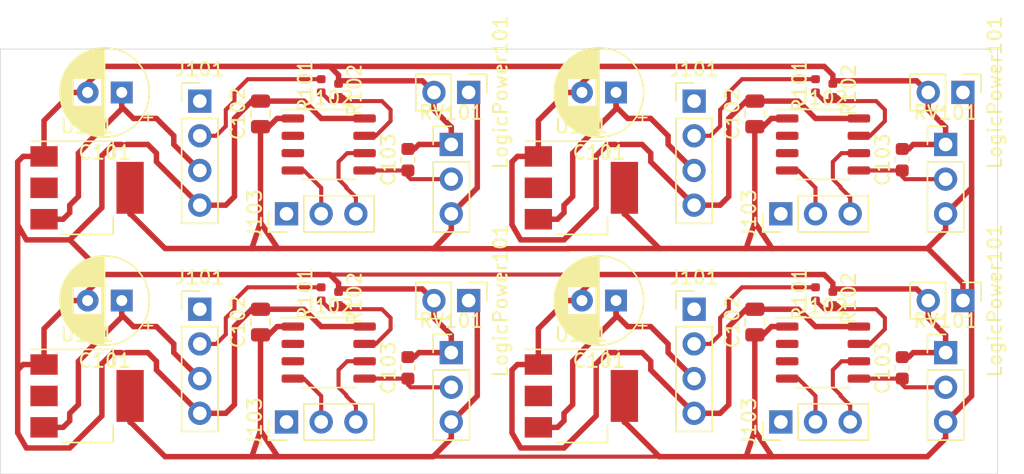
<source format=kicad_pcb>
(kicad_pcb (version 20171130) (host pcbnew "(5.1.5)-3")

  (general
    (thickness 1.6)
    (drawings 4)
    (tracks 433)
    (zones 0)
    (modules 44)
    (nets 12)
  )

  (page A4)
  (layers
    (0 F.Cu signal)
    (31 B.Cu signal)
    (32 B.Adhes user)
    (33 F.Adhes user)
    (34 B.Paste user)
    (35 F.Paste user)
    (36 B.SilkS user)
    (37 F.SilkS user)
    (38 B.Mask user)
    (39 F.Mask user)
    (40 Dwgs.User user)
    (41 Cmts.User user)
    (42 Eco1.User user)
    (43 Eco2.User user)
    (44 Edge.Cuts user)
    (45 Margin user)
    (46 B.CrtYd user)
    (47 F.CrtYd user)
    (48 B.Fab user)
    (49 F.Fab user)
  )

  (setup
    (last_trace_width 0.3)
    (trace_clearance 0.2)
    (zone_clearance 0.508)
    (zone_45_only no)
    (trace_min 0.2)
    (via_size 0.8)
    (via_drill 0.4)
    (via_min_size 0.4)
    (via_min_drill 0.3)
    (uvia_size 0.3)
    (uvia_drill 0.1)
    (uvias_allowed no)
    (uvia_min_size 0.2)
    (uvia_min_drill 0.1)
    (edge_width 0.05)
    (segment_width 0.2)
    (pcb_text_width 0.3)
    (pcb_text_size 1.5 1.5)
    (mod_edge_width 0.12)
    (mod_text_size 1 1)
    (mod_text_width 0.15)
    (pad_size 1.524 1.524)
    (pad_drill 0.762)
    (pad_to_mask_clearance 0.051)
    (solder_mask_min_width 0.25)
    (aux_axis_origin 117.475 221.615)
    (visible_elements FFFFFF7F)
    (pcbplotparams
      (layerselection 0x00000_7fffffff)
      (usegerberextensions false)
      (usegerberattributes false)
      (usegerberadvancedattributes false)
      (creategerberjobfile false)
      (excludeedgelayer false)
      (linewidth 0.100000)
      (plotframeref false)
      (viasonmask false)
      (mode 1)
      (useauxorigin false)
      (hpglpennumber 1)
      (hpglpenspeed 20)
      (hpglpendiameter 15.000000)
      (psnegative true)
      (psa4output false)
      (plotreference true)
      (plotvalue true)
      (plotinvisibletext false)
      (padsonsilk false)
      (subtractmaskfromsilk false)
      (outputformat 2)
      (mirror false)
      (drillshape 1)
      (scaleselection 1)
      (outputdirectory ""))
  )

  (net 0 "")
  (net 1 VCC)
  (net 2 GND)
  (net 3 +3V3)
  (net 4 /POT)
  (net 5 /PWM)
  (net 6 /PIN)
  (net 7 "Net-(J102-Pad3)")
  (net 8 /PPM)
  (net 9 /V)
  (net 10 /U)
  (net 11 "Net-(J102-Pad2)")

  (net_class Default "Это класс цепей по умолчанию."
    (clearance 0.2)
    (trace_width 0.3)
    (via_dia 0.8)
    (via_drill 0.4)
    (uvia_dia 0.3)
    (uvia_drill 0.1)
    (add_net /PIN)
    (add_net /POT)
    (add_net /PPM)
    (add_net /PWM)
    (add_net /U)
    (add_net /V)
    (add_net "Net-(J102-Pad2)")
    (add_net "Net-(J102-Pad3)")
  )

  (net_class Power ""
    (clearance 0.25)
    (trace_width 0.4)
    (via_dia 0.8)
    (via_drill 0.4)
    (uvia_dia 0.3)
    (uvia_drill 0.1)
    (add_net +3V3)
    (add_net GND)
    (add_net VCC)
  )

  (module Capacitor_THT:CP_Radial_D6.3mm_P2.50mm (layer F.Cu) (tedit 5AE50EF0) (tstamp 60EF25F7)
    (at 51.435 87.63 180)
    (descr "CP, Radial series, Radial, pin pitch=2.50mm, , diameter=6.3mm, Electrolytic Capacitor")
    (tags "CP Radial series Radial pin pitch 2.50mm  diameter 6.3mm Electrolytic Capacitor")
    (path /60EE994E)
    (fp_text reference C101 (at 1.25 -4.4) (layer F.SilkS)
      (effects (font (size 1 1) (thickness 0.15)))
    )
    (fp_text value CP1 (at 1.25 4.4) (layer F.Fab)
      (effects (font (size 1 1) (thickness 0.15)))
    )
    (fp_circle (center 1.25 0) (end 4.4 0) (layer F.Fab) (width 0.1))
    (fp_circle (center 1.25 0) (end 4.52 0) (layer F.SilkS) (width 0.12))
    (fp_circle (center 1.25 0) (end 4.65 0) (layer F.CrtYd) (width 0.05))
    (fp_line (start -1.443972 -1.3735) (end -0.813972 -1.3735) (layer F.Fab) (width 0.1))
    (fp_line (start -1.128972 -1.6885) (end -1.128972 -1.0585) (layer F.Fab) (width 0.1))
    (fp_line (start 1.25 -3.23) (end 1.25 3.23) (layer F.SilkS) (width 0.12))
    (fp_line (start 1.29 -3.23) (end 1.29 3.23) (layer F.SilkS) (width 0.12))
    (fp_line (start 1.33 -3.23) (end 1.33 3.23) (layer F.SilkS) (width 0.12))
    (fp_line (start 1.37 -3.228) (end 1.37 3.228) (layer F.SilkS) (width 0.12))
    (fp_line (start 1.41 -3.227) (end 1.41 3.227) (layer F.SilkS) (width 0.12))
    (fp_line (start 1.45 -3.224) (end 1.45 3.224) (layer F.SilkS) (width 0.12))
    (fp_line (start 1.49 -3.222) (end 1.49 -1.04) (layer F.SilkS) (width 0.12))
    (fp_line (start 1.49 1.04) (end 1.49 3.222) (layer F.SilkS) (width 0.12))
    (fp_line (start 1.53 -3.218) (end 1.53 -1.04) (layer F.SilkS) (width 0.12))
    (fp_line (start 1.53 1.04) (end 1.53 3.218) (layer F.SilkS) (width 0.12))
    (fp_line (start 1.57 -3.215) (end 1.57 -1.04) (layer F.SilkS) (width 0.12))
    (fp_line (start 1.57 1.04) (end 1.57 3.215) (layer F.SilkS) (width 0.12))
    (fp_line (start 1.61 -3.211) (end 1.61 -1.04) (layer F.SilkS) (width 0.12))
    (fp_line (start 1.61 1.04) (end 1.61 3.211) (layer F.SilkS) (width 0.12))
    (fp_line (start 1.65 -3.206) (end 1.65 -1.04) (layer F.SilkS) (width 0.12))
    (fp_line (start 1.65 1.04) (end 1.65 3.206) (layer F.SilkS) (width 0.12))
    (fp_line (start 1.69 -3.201) (end 1.69 -1.04) (layer F.SilkS) (width 0.12))
    (fp_line (start 1.69 1.04) (end 1.69 3.201) (layer F.SilkS) (width 0.12))
    (fp_line (start 1.73 -3.195) (end 1.73 -1.04) (layer F.SilkS) (width 0.12))
    (fp_line (start 1.73 1.04) (end 1.73 3.195) (layer F.SilkS) (width 0.12))
    (fp_line (start 1.77 -3.189) (end 1.77 -1.04) (layer F.SilkS) (width 0.12))
    (fp_line (start 1.77 1.04) (end 1.77 3.189) (layer F.SilkS) (width 0.12))
    (fp_line (start 1.81 -3.182) (end 1.81 -1.04) (layer F.SilkS) (width 0.12))
    (fp_line (start 1.81 1.04) (end 1.81 3.182) (layer F.SilkS) (width 0.12))
    (fp_line (start 1.85 -3.175) (end 1.85 -1.04) (layer F.SilkS) (width 0.12))
    (fp_line (start 1.85 1.04) (end 1.85 3.175) (layer F.SilkS) (width 0.12))
    (fp_line (start 1.89 -3.167) (end 1.89 -1.04) (layer F.SilkS) (width 0.12))
    (fp_line (start 1.89 1.04) (end 1.89 3.167) (layer F.SilkS) (width 0.12))
    (fp_line (start 1.93 -3.159) (end 1.93 -1.04) (layer F.SilkS) (width 0.12))
    (fp_line (start 1.93 1.04) (end 1.93 3.159) (layer F.SilkS) (width 0.12))
    (fp_line (start 1.971 -3.15) (end 1.971 -1.04) (layer F.SilkS) (width 0.12))
    (fp_line (start 1.971 1.04) (end 1.971 3.15) (layer F.SilkS) (width 0.12))
    (fp_line (start 2.011 -3.141) (end 2.011 -1.04) (layer F.SilkS) (width 0.12))
    (fp_line (start 2.011 1.04) (end 2.011 3.141) (layer F.SilkS) (width 0.12))
    (fp_line (start 2.051 -3.131) (end 2.051 -1.04) (layer F.SilkS) (width 0.12))
    (fp_line (start 2.051 1.04) (end 2.051 3.131) (layer F.SilkS) (width 0.12))
    (fp_line (start 2.091 -3.121) (end 2.091 -1.04) (layer F.SilkS) (width 0.12))
    (fp_line (start 2.091 1.04) (end 2.091 3.121) (layer F.SilkS) (width 0.12))
    (fp_line (start 2.131 -3.11) (end 2.131 -1.04) (layer F.SilkS) (width 0.12))
    (fp_line (start 2.131 1.04) (end 2.131 3.11) (layer F.SilkS) (width 0.12))
    (fp_line (start 2.171 -3.098) (end 2.171 -1.04) (layer F.SilkS) (width 0.12))
    (fp_line (start 2.171 1.04) (end 2.171 3.098) (layer F.SilkS) (width 0.12))
    (fp_line (start 2.211 -3.086) (end 2.211 -1.04) (layer F.SilkS) (width 0.12))
    (fp_line (start 2.211 1.04) (end 2.211 3.086) (layer F.SilkS) (width 0.12))
    (fp_line (start 2.251 -3.074) (end 2.251 -1.04) (layer F.SilkS) (width 0.12))
    (fp_line (start 2.251 1.04) (end 2.251 3.074) (layer F.SilkS) (width 0.12))
    (fp_line (start 2.291 -3.061) (end 2.291 -1.04) (layer F.SilkS) (width 0.12))
    (fp_line (start 2.291 1.04) (end 2.291 3.061) (layer F.SilkS) (width 0.12))
    (fp_line (start 2.331 -3.047) (end 2.331 -1.04) (layer F.SilkS) (width 0.12))
    (fp_line (start 2.331 1.04) (end 2.331 3.047) (layer F.SilkS) (width 0.12))
    (fp_line (start 2.371 -3.033) (end 2.371 -1.04) (layer F.SilkS) (width 0.12))
    (fp_line (start 2.371 1.04) (end 2.371 3.033) (layer F.SilkS) (width 0.12))
    (fp_line (start 2.411 -3.018) (end 2.411 -1.04) (layer F.SilkS) (width 0.12))
    (fp_line (start 2.411 1.04) (end 2.411 3.018) (layer F.SilkS) (width 0.12))
    (fp_line (start 2.451 -3.002) (end 2.451 -1.04) (layer F.SilkS) (width 0.12))
    (fp_line (start 2.451 1.04) (end 2.451 3.002) (layer F.SilkS) (width 0.12))
    (fp_line (start 2.491 -2.986) (end 2.491 -1.04) (layer F.SilkS) (width 0.12))
    (fp_line (start 2.491 1.04) (end 2.491 2.986) (layer F.SilkS) (width 0.12))
    (fp_line (start 2.531 -2.97) (end 2.531 -1.04) (layer F.SilkS) (width 0.12))
    (fp_line (start 2.531 1.04) (end 2.531 2.97) (layer F.SilkS) (width 0.12))
    (fp_line (start 2.571 -2.952) (end 2.571 -1.04) (layer F.SilkS) (width 0.12))
    (fp_line (start 2.571 1.04) (end 2.571 2.952) (layer F.SilkS) (width 0.12))
    (fp_line (start 2.611 -2.934) (end 2.611 -1.04) (layer F.SilkS) (width 0.12))
    (fp_line (start 2.611 1.04) (end 2.611 2.934) (layer F.SilkS) (width 0.12))
    (fp_line (start 2.651 -2.916) (end 2.651 -1.04) (layer F.SilkS) (width 0.12))
    (fp_line (start 2.651 1.04) (end 2.651 2.916) (layer F.SilkS) (width 0.12))
    (fp_line (start 2.691 -2.896) (end 2.691 -1.04) (layer F.SilkS) (width 0.12))
    (fp_line (start 2.691 1.04) (end 2.691 2.896) (layer F.SilkS) (width 0.12))
    (fp_line (start 2.731 -2.876) (end 2.731 -1.04) (layer F.SilkS) (width 0.12))
    (fp_line (start 2.731 1.04) (end 2.731 2.876) (layer F.SilkS) (width 0.12))
    (fp_line (start 2.771 -2.856) (end 2.771 -1.04) (layer F.SilkS) (width 0.12))
    (fp_line (start 2.771 1.04) (end 2.771 2.856) (layer F.SilkS) (width 0.12))
    (fp_line (start 2.811 -2.834) (end 2.811 -1.04) (layer F.SilkS) (width 0.12))
    (fp_line (start 2.811 1.04) (end 2.811 2.834) (layer F.SilkS) (width 0.12))
    (fp_line (start 2.851 -2.812) (end 2.851 -1.04) (layer F.SilkS) (width 0.12))
    (fp_line (start 2.851 1.04) (end 2.851 2.812) (layer F.SilkS) (width 0.12))
    (fp_line (start 2.891 -2.79) (end 2.891 -1.04) (layer F.SilkS) (width 0.12))
    (fp_line (start 2.891 1.04) (end 2.891 2.79) (layer F.SilkS) (width 0.12))
    (fp_line (start 2.931 -2.766) (end 2.931 -1.04) (layer F.SilkS) (width 0.12))
    (fp_line (start 2.931 1.04) (end 2.931 2.766) (layer F.SilkS) (width 0.12))
    (fp_line (start 2.971 -2.742) (end 2.971 -1.04) (layer F.SilkS) (width 0.12))
    (fp_line (start 2.971 1.04) (end 2.971 2.742) (layer F.SilkS) (width 0.12))
    (fp_line (start 3.011 -2.716) (end 3.011 -1.04) (layer F.SilkS) (width 0.12))
    (fp_line (start 3.011 1.04) (end 3.011 2.716) (layer F.SilkS) (width 0.12))
    (fp_line (start 3.051 -2.69) (end 3.051 -1.04) (layer F.SilkS) (width 0.12))
    (fp_line (start 3.051 1.04) (end 3.051 2.69) (layer F.SilkS) (width 0.12))
    (fp_line (start 3.091 -2.664) (end 3.091 -1.04) (layer F.SilkS) (width 0.12))
    (fp_line (start 3.091 1.04) (end 3.091 2.664) (layer F.SilkS) (width 0.12))
    (fp_line (start 3.131 -2.636) (end 3.131 -1.04) (layer F.SilkS) (width 0.12))
    (fp_line (start 3.131 1.04) (end 3.131 2.636) (layer F.SilkS) (width 0.12))
    (fp_line (start 3.171 -2.607) (end 3.171 -1.04) (layer F.SilkS) (width 0.12))
    (fp_line (start 3.171 1.04) (end 3.171 2.607) (layer F.SilkS) (width 0.12))
    (fp_line (start 3.211 -2.578) (end 3.211 -1.04) (layer F.SilkS) (width 0.12))
    (fp_line (start 3.211 1.04) (end 3.211 2.578) (layer F.SilkS) (width 0.12))
    (fp_line (start 3.251 -2.548) (end 3.251 -1.04) (layer F.SilkS) (width 0.12))
    (fp_line (start 3.251 1.04) (end 3.251 2.548) (layer F.SilkS) (width 0.12))
    (fp_line (start 3.291 -2.516) (end 3.291 -1.04) (layer F.SilkS) (width 0.12))
    (fp_line (start 3.291 1.04) (end 3.291 2.516) (layer F.SilkS) (width 0.12))
    (fp_line (start 3.331 -2.484) (end 3.331 -1.04) (layer F.SilkS) (width 0.12))
    (fp_line (start 3.331 1.04) (end 3.331 2.484) (layer F.SilkS) (width 0.12))
    (fp_line (start 3.371 -2.45) (end 3.371 -1.04) (layer F.SilkS) (width 0.12))
    (fp_line (start 3.371 1.04) (end 3.371 2.45) (layer F.SilkS) (width 0.12))
    (fp_line (start 3.411 -2.416) (end 3.411 -1.04) (layer F.SilkS) (width 0.12))
    (fp_line (start 3.411 1.04) (end 3.411 2.416) (layer F.SilkS) (width 0.12))
    (fp_line (start 3.451 -2.38) (end 3.451 -1.04) (layer F.SilkS) (width 0.12))
    (fp_line (start 3.451 1.04) (end 3.451 2.38) (layer F.SilkS) (width 0.12))
    (fp_line (start 3.491 -2.343) (end 3.491 -1.04) (layer F.SilkS) (width 0.12))
    (fp_line (start 3.491 1.04) (end 3.491 2.343) (layer F.SilkS) (width 0.12))
    (fp_line (start 3.531 -2.305) (end 3.531 -1.04) (layer F.SilkS) (width 0.12))
    (fp_line (start 3.531 1.04) (end 3.531 2.305) (layer F.SilkS) (width 0.12))
    (fp_line (start 3.571 -2.265) (end 3.571 2.265) (layer F.SilkS) (width 0.12))
    (fp_line (start 3.611 -2.224) (end 3.611 2.224) (layer F.SilkS) (width 0.12))
    (fp_line (start 3.651 -2.182) (end 3.651 2.182) (layer F.SilkS) (width 0.12))
    (fp_line (start 3.691 -2.137) (end 3.691 2.137) (layer F.SilkS) (width 0.12))
    (fp_line (start 3.731 -2.092) (end 3.731 2.092) (layer F.SilkS) (width 0.12))
    (fp_line (start 3.771 -2.044) (end 3.771 2.044) (layer F.SilkS) (width 0.12))
    (fp_line (start 3.811 -1.995) (end 3.811 1.995) (layer F.SilkS) (width 0.12))
    (fp_line (start 3.851 -1.944) (end 3.851 1.944) (layer F.SilkS) (width 0.12))
    (fp_line (start 3.891 -1.89) (end 3.891 1.89) (layer F.SilkS) (width 0.12))
    (fp_line (start 3.931 -1.834) (end 3.931 1.834) (layer F.SilkS) (width 0.12))
    (fp_line (start 3.971 -1.776) (end 3.971 1.776) (layer F.SilkS) (width 0.12))
    (fp_line (start 4.011 -1.714) (end 4.011 1.714) (layer F.SilkS) (width 0.12))
    (fp_line (start 4.051 -1.65) (end 4.051 1.65) (layer F.SilkS) (width 0.12))
    (fp_line (start 4.091 -1.581) (end 4.091 1.581) (layer F.SilkS) (width 0.12))
    (fp_line (start 4.131 -1.509) (end 4.131 1.509) (layer F.SilkS) (width 0.12))
    (fp_line (start 4.171 -1.432) (end 4.171 1.432) (layer F.SilkS) (width 0.12))
    (fp_line (start 4.211 -1.35) (end 4.211 1.35) (layer F.SilkS) (width 0.12))
    (fp_line (start 4.251 -1.262) (end 4.251 1.262) (layer F.SilkS) (width 0.12))
    (fp_line (start 4.291 -1.165) (end 4.291 1.165) (layer F.SilkS) (width 0.12))
    (fp_line (start 4.331 -1.059) (end 4.331 1.059) (layer F.SilkS) (width 0.12))
    (fp_line (start 4.371 -0.94) (end 4.371 0.94) (layer F.SilkS) (width 0.12))
    (fp_line (start 4.411 -0.802) (end 4.411 0.802) (layer F.SilkS) (width 0.12))
    (fp_line (start 4.451 -0.633) (end 4.451 0.633) (layer F.SilkS) (width 0.12))
    (fp_line (start 4.491 -0.402) (end 4.491 0.402) (layer F.SilkS) (width 0.12))
    (fp_line (start -2.250241 -1.839) (end -1.620241 -1.839) (layer F.SilkS) (width 0.12))
    (fp_line (start -1.935241 -2.154) (end -1.935241 -1.524) (layer F.SilkS) (width 0.12))
    (fp_text user %R (at 1.25 0) (layer F.Fab)
      (effects (font (size 1 1) (thickness 0.15)))
    )
    (pad 1 thru_hole rect (at 0 0 180) (size 1.6 1.6) (drill 0.8) (layers *.Cu *.Mask))
    (pad 2 thru_hole circle (at 2.5 0 180) (size 1.6 1.6) (drill 0.8) (layers *.Cu *.Mask)
      (net 2 GND))
    (model ${KISYS3DMOD}/Capacitor_THT.3dshapes/CP_Radial_D6.3mm_P2.50mm.wrl
      (at (xyz 0 0 0))
      (scale (xyz 1 1 1))
      (rotate (xyz 0 0 0))
    )
  )

  (module Connector_PinHeader_2.54mm:PinHeader_1x03_P2.54mm_Vertical (layer F.Cu) (tedit 59FED5CC) (tstamp 60EF25E1)
    (at 75.565 91.44)
    (descr "Through hole straight pin header, 1x03, 2.54mm pitch, single row")
    (tags "Through hole pin header THT 1x03 2.54mm single row")
    (path /60EDFECF)
    (fp_text reference RV101 (at 0 -2.33) (layer F.SilkS)
      (effects (font (size 1 1) (thickness 0.15)))
    )
    (fp_text value R_POT (at 0 7.41) (layer F.Fab)
      (effects (font (size 1 1) (thickness 0.15)))
    )
    (fp_text user %R (at 0 2.54 90) (layer F.Fab)
      (effects (font (size 1 1) (thickness 0.15)))
    )
    (fp_line (start 1.8 -1.8) (end -1.8 -1.8) (layer F.CrtYd) (width 0.05))
    (fp_line (start 1.8 6.85) (end 1.8 -1.8) (layer F.CrtYd) (width 0.05))
    (fp_line (start -1.8 6.85) (end 1.8 6.85) (layer F.CrtYd) (width 0.05))
    (fp_line (start -1.8 -1.8) (end -1.8 6.85) (layer F.CrtYd) (width 0.05))
    (fp_line (start -1.33 -1.33) (end 0 -1.33) (layer F.SilkS) (width 0.12))
    (fp_line (start -1.33 0) (end -1.33 -1.33) (layer F.SilkS) (width 0.12))
    (fp_line (start -1.33 1.27) (end 1.33 1.27) (layer F.SilkS) (width 0.12))
    (fp_line (start 1.33 1.27) (end 1.33 6.41) (layer F.SilkS) (width 0.12))
    (fp_line (start -1.33 1.27) (end -1.33 6.41) (layer F.SilkS) (width 0.12))
    (fp_line (start -1.33 6.41) (end 1.33 6.41) (layer F.SilkS) (width 0.12))
    (fp_line (start -1.27 -0.635) (end -0.635 -1.27) (layer F.Fab) (width 0.1))
    (fp_line (start -1.27 6.35) (end -1.27 -0.635) (layer F.Fab) (width 0.1))
    (fp_line (start 1.27 6.35) (end -1.27 6.35) (layer F.Fab) (width 0.1))
    (fp_line (start 1.27 -1.27) (end 1.27 6.35) (layer F.Fab) (width 0.1))
    (fp_line (start -0.635 -1.27) (end 1.27 -1.27) (layer F.Fab) (width 0.1))
    (pad 3 thru_hole oval (at 0 5.08) (size 1.7 1.7) (drill 1) (layers *.Cu *.Mask)
      (net 3 +3V3))
    (pad 2 thru_hole oval (at 0 2.54) (size 1.7 1.7) (drill 1) (layers *.Cu *.Mask))
    (pad 1 thru_hole rect (at 0 0) (size 1.7 1.7) (drill 1) (layers *.Cu *.Mask)
      (net 2 GND))
    (model ${KISYS3DMOD}/Connector_PinHeader_2.54mm.3dshapes/PinHeader_1x03_P2.54mm_Vertical.wrl
      (at (xyz 0 0 0))
      (scale (xyz 1 1 1))
      (rotate (xyz 0 0 0))
    )
  )

  (module Connector_PinHeader_2.54mm:PinHeader_1x02_P2.54mm_Vertical (layer F.Cu) (tedit 59FED5CC) (tstamp 60EF25CC)
    (at 76.835 87.63 270)
    (descr "Through hole straight pin header, 1x02, 2.54mm pitch, single row")
    (tags "Through hole pin header THT 1x02 2.54mm single row")
    (path /60EEF2FE)
    (fp_text reference LogicPower101 (at 0 -2.33 90) (layer F.SilkS)
      (effects (font (size 1 1) (thickness 0.15)))
    )
    (fp_text value Conn_01x02_Male (at 0 4.87 90) (layer F.Fab)
      (effects (font (size 1 1) (thickness 0.15)))
    )
    (fp_text user %R (at 0 1.27) (layer F.Fab)
      (effects (font (size 1 1) (thickness 0.15)))
    )
    (fp_line (start 1.8 -1.8) (end -1.8 -1.8) (layer F.CrtYd) (width 0.05))
    (fp_line (start 1.8 4.35) (end 1.8 -1.8) (layer F.CrtYd) (width 0.05))
    (fp_line (start -1.8 4.35) (end 1.8 4.35) (layer F.CrtYd) (width 0.05))
    (fp_line (start -1.8 -1.8) (end -1.8 4.35) (layer F.CrtYd) (width 0.05))
    (fp_line (start -1.33 -1.33) (end 0 -1.33) (layer F.SilkS) (width 0.12))
    (fp_line (start -1.33 0) (end -1.33 -1.33) (layer F.SilkS) (width 0.12))
    (fp_line (start -1.33 1.27) (end 1.33 1.27) (layer F.SilkS) (width 0.12))
    (fp_line (start 1.33 1.27) (end 1.33 3.87) (layer F.SilkS) (width 0.12))
    (fp_line (start -1.33 1.27) (end -1.33 3.87) (layer F.SilkS) (width 0.12))
    (fp_line (start -1.33 3.87) (end 1.33 3.87) (layer F.SilkS) (width 0.12))
    (fp_line (start -1.27 -0.635) (end -0.635 -1.27) (layer F.Fab) (width 0.1))
    (fp_line (start -1.27 3.81) (end -1.27 -0.635) (layer F.Fab) (width 0.1))
    (fp_line (start 1.27 3.81) (end -1.27 3.81) (layer F.Fab) (width 0.1))
    (fp_line (start 1.27 -1.27) (end 1.27 3.81) (layer F.Fab) (width 0.1))
    (fp_line (start -0.635 -1.27) (end 1.27 -1.27) (layer F.Fab) (width 0.1))
    (pad 2 thru_hole oval (at 0 2.54 270) (size 1.7 1.7) (drill 1) (layers *.Cu *.Mask)
      (net 2 GND))
    (pad 1 thru_hole rect (at 0 0 270) (size 1.7 1.7) (drill 1) (layers *.Cu *.Mask)
      (net 3 +3V3))
    (model ${KISYS3DMOD}/Connector_PinHeader_2.54mm.3dshapes/PinHeader_1x02_P2.54mm_Vertical.wrl
      (at (xyz 0 0 0))
      (scale (xyz 1 1 1))
      (rotate (xyz 0 0 0))
    )
  )

  (module Capacitor_SMD:C_0805_2012Metric (layer F.Cu) (tedit 5B36C52B) (tstamp 60EF25BC)
    (at 61.595 89.2025 90)
    (descr "Capacitor SMD 0805 (2012 Metric), square (rectangular) end terminal, IPC_7351 nominal, (Body size source: https://docs.google.com/spreadsheets/d/1BsfQQcO9C6DZCsRaXUlFlo91Tg2WpOkGARC1WS5S8t0/edit?usp=sharing), generated with kicad-footprint-generator")
    (tags capacitor)
    (path /60EEA77B)
    (attr smd)
    (fp_text reference C102 (at 0 -1.65 90) (layer F.SilkS)
      (effects (font (size 1 1) (thickness 0.15)))
    )
    (fp_text value CP1 (at 0 1.65 90) (layer F.Fab)
      (effects (font (size 1 1) (thickness 0.15)))
    )
    (fp_text user %R (at 0 0 90) (layer F.Fab)
      (effects (font (size 0.5 0.5) (thickness 0.08)))
    )
    (fp_line (start 1.68 0.95) (end -1.68 0.95) (layer F.CrtYd) (width 0.05))
    (fp_line (start 1.68 -0.95) (end 1.68 0.95) (layer F.CrtYd) (width 0.05))
    (fp_line (start -1.68 -0.95) (end 1.68 -0.95) (layer F.CrtYd) (width 0.05))
    (fp_line (start -1.68 0.95) (end -1.68 -0.95) (layer F.CrtYd) (width 0.05))
    (fp_line (start -0.258578 0.71) (end 0.258578 0.71) (layer F.SilkS) (width 0.12))
    (fp_line (start -0.258578 -0.71) (end 0.258578 -0.71) (layer F.SilkS) (width 0.12))
    (fp_line (start 1 0.6) (end -1 0.6) (layer F.Fab) (width 0.1))
    (fp_line (start 1 -0.6) (end 1 0.6) (layer F.Fab) (width 0.1))
    (fp_line (start -1 -0.6) (end 1 -0.6) (layer F.Fab) (width 0.1))
    (fp_line (start -1 0.6) (end -1 -0.6) (layer F.Fab) (width 0.1))
    (pad 2 smd roundrect (at 0.9375 0 90) (size 0.975 1.4) (layers F.Cu F.Paste F.Mask) (roundrect_rratio 0.25)
      (net 2 GND))
    (pad 1 smd roundrect (at -0.9375 0 90) (size 0.975 1.4) (layers F.Cu F.Paste F.Mask) (roundrect_rratio 0.25)
      (net 3 +3V3))
    (model ${KISYS3DMOD}/Capacitor_SMD.3dshapes/C_0805_2012Metric.wrl
      (at (xyz 0 0 0))
      (scale (xyz 1 1 1))
      (rotate (xyz 0 0 0))
    )
  )

  (module Package_SO:SOP-8_3.9x4.9mm_P1.27mm (layer F.Cu) (tedit 5D9F72B1) (tstamp 60EF25A3)
    (at 66.59 91.44)
    (descr "SOP, 8 Pin (http://www.macronix.com/Lists/Datasheet/Attachments/7534/MX25R3235F,%20Wide%20Range,%2032Mb,%20v1.6.pdf#page=79), generated with kicad-footprint-generator ipc_gullwing_generator.py")
    (tags "SOP SO")
    (path /60ED0E41)
    (attr smd)
    (fp_text reference J102 (at 0 -3.4) (layer F.SilkS)
      (effects (font (size 1 1) (thickness 0.15)))
    )
    (fp_text value "KC9102 SOP8" (at 0 3.4) (layer F.Fab)
      (effects (font (size 1 1) (thickness 0.15)))
    )
    (fp_text user %R (at 0 0) (layer F.Fab)
      (effects (font (size 0.98 0.98) (thickness 0.15)))
    )
    (fp_line (start 3.7 -2.7) (end -3.7 -2.7) (layer F.CrtYd) (width 0.05))
    (fp_line (start 3.7 2.7) (end 3.7 -2.7) (layer F.CrtYd) (width 0.05))
    (fp_line (start -3.7 2.7) (end 3.7 2.7) (layer F.CrtYd) (width 0.05))
    (fp_line (start -3.7 -2.7) (end -3.7 2.7) (layer F.CrtYd) (width 0.05))
    (fp_line (start -1.95 -1.475) (end -0.975 -2.45) (layer F.Fab) (width 0.1))
    (fp_line (start -1.95 2.45) (end -1.95 -1.475) (layer F.Fab) (width 0.1))
    (fp_line (start 1.95 2.45) (end -1.95 2.45) (layer F.Fab) (width 0.1))
    (fp_line (start 1.95 -2.45) (end 1.95 2.45) (layer F.Fab) (width 0.1))
    (fp_line (start -0.975 -2.45) (end 1.95 -2.45) (layer F.Fab) (width 0.1))
    (fp_line (start 0 -2.56) (end -3.45 -2.56) (layer F.SilkS) (width 0.12))
    (fp_line (start 0 -2.56) (end 1.95 -2.56) (layer F.SilkS) (width 0.12))
    (fp_line (start 0 2.56) (end -1.95 2.56) (layer F.SilkS) (width 0.12))
    (fp_line (start 0 2.56) (end 1.95 2.56) (layer F.SilkS) (width 0.12))
    (pad 8 smd roundrect (at 2.625 -1.905) (size 1.65 0.6) (layers F.Cu F.Paste F.Mask) (roundrect_rratio 0.25)
      (net 2 GND))
    (pad 7 smd roundrect (at 2.625 -0.635) (size 1.65 0.6) (layers F.Cu F.Paste F.Mask) (roundrect_rratio 0.25))
    (pad 6 smd roundrect (at 2.625 0.635) (size 1.65 0.6) (layers F.Cu F.Paste F.Mask) (roundrect_rratio 0.25))
    (pad 5 smd roundrect (at 2.625 1.905) (size 1.65 0.6) (layers F.Cu F.Paste F.Mask) (roundrect_rratio 0.25))
    (pad 4 smd roundrect (at -2.625 1.905) (size 1.65 0.6) (layers F.Cu F.Paste F.Mask) (roundrect_rratio 0.25))
    (pad 3 smd roundrect (at -2.625 0.635) (size 1.65 0.6) (layers F.Cu F.Paste F.Mask) (roundrect_rratio 0.25))
    (pad 2 smd roundrect (at -2.625 -0.635) (size 1.65 0.6) (layers F.Cu F.Paste F.Mask) (roundrect_rratio 0.25))
    (pad 1 smd roundrect (at -2.625 -1.905) (size 1.65 0.6) (layers F.Cu F.Paste F.Mask) (roundrect_rratio 0.25)
      (net 3 +3V3))
    (model ${KISYS3DMOD}/Package_SO.3dshapes/SOP-8_3.9x4.9mm_P1.27mm.wrl
      (at (xyz 0 0 0))
      (scale (xyz 1 1 1))
      (rotate (xyz 0 0 0))
    )
  )

  (module Connector_PinHeader_2.54mm:PinHeader_1x03_P2.54mm_Vertical (layer F.Cu) (tedit 59FED5CC) (tstamp 60EF258D)
    (at 63.5 96.52 90)
    (descr "Through hole straight pin header, 1x03, 2.54mm pitch, single row")
    (tags "Through hole pin header THT 1x03 2.54mm single row")
    (path /60EE353D)
    (fp_text reference J103 (at 0 -2.33 90) (layer F.SilkS)
      (effects (font (size 1 1) (thickness 0.15)))
    )
    (fp_text value Output (at 0 7.41 90) (layer F.Fab)
      (effects (font (size 1 1) (thickness 0.15)))
    )
    (fp_line (start -0.635 -1.27) (end 1.27 -1.27) (layer F.Fab) (width 0.1))
    (fp_line (start 1.27 -1.27) (end 1.27 6.35) (layer F.Fab) (width 0.1))
    (fp_line (start 1.27 6.35) (end -1.27 6.35) (layer F.Fab) (width 0.1))
    (fp_line (start -1.27 6.35) (end -1.27 -0.635) (layer F.Fab) (width 0.1))
    (fp_line (start -1.27 -0.635) (end -0.635 -1.27) (layer F.Fab) (width 0.1))
    (fp_line (start -1.33 6.41) (end 1.33 6.41) (layer F.SilkS) (width 0.12))
    (fp_line (start -1.33 1.27) (end -1.33 6.41) (layer F.SilkS) (width 0.12))
    (fp_line (start 1.33 1.27) (end 1.33 6.41) (layer F.SilkS) (width 0.12))
    (fp_line (start -1.33 1.27) (end 1.33 1.27) (layer F.SilkS) (width 0.12))
    (fp_line (start -1.33 0) (end -1.33 -1.33) (layer F.SilkS) (width 0.12))
    (fp_line (start -1.33 -1.33) (end 0 -1.33) (layer F.SilkS) (width 0.12))
    (fp_line (start -1.8 -1.8) (end -1.8 6.85) (layer F.CrtYd) (width 0.05))
    (fp_line (start -1.8 6.85) (end 1.8 6.85) (layer F.CrtYd) (width 0.05))
    (fp_line (start 1.8 6.85) (end 1.8 -1.8) (layer F.CrtYd) (width 0.05))
    (fp_line (start 1.8 -1.8) (end -1.8 -1.8) (layer F.CrtYd) (width 0.05))
    (fp_text user %R (at 0 2.54) (layer F.Fab)
      (effects (font (size 1 1) (thickness 0.15)))
    )
    (pad 1 thru_hole rect (at 0 0 90) (size 1.7 1.7) (drill 1) (layers *.Cu *.Mask))
    (pad 2 thru_hole oval (at 0 2.54 90) (size 1.7 1.7) (drill 1) (layers *.Cu *.Mask))
    (pad 3 thru_hole oval (at 0 5.08 90) (size 1.7 1.7) (drill 1) (layers *.Cu *.Mask))
    (model ${KISYS3DMOD}/Connector_PinHeader_2.54mm.3dshapes/PinHeader_1x03_P2.54mm_Vertical.wrl
      (at (xyz 0 0 0))
      (scale (xyz 1 1 1))
      (rotate (xyz 0 0 0))
    )
  )

  (module Connector_PinHeader_2.54mm:PinHeader_1x04_P2.54mm_Vertical (layer F.Cu) (tedit 59FED5CC) (tstamp 60EF2576)
    (at 57.15 88.265)
    (descr "Through hole straight pin header, 1x04, 2.54mm pitch, single row")
    (tags "Through hole pin header THT 1x04 2.54mm single row")
    (path /60EEDA77)
    (fp_text reference J101 (at 0 -2.33) (layer F.SilkS)
      (effects (font (size 1 1) (thickness 0.15)))
    )
    (fp_text value Conn_01x04_Male (at 0 9.95) (layer F.Fab)
      (effects (font (size 1 1) (thickness 0.15)))
    )
    (fp_text user %R (at 0 3.81 90) (layer F.Fab)
      (effects (font (size 1 1) (thickness 0.15)))
    )
    (fp_line (start 1.8 -1.8) (end -1.8 -1.8) (layer F.CrtYd) (width 0.05))
    (fp_line (start 1.8 9.4) (end 1.8 -1.8) (layer F.CrtYd) (width 0.05))
    (fp_line (start -1.8 9.4) (end 1.8 9.4) (layer F.CrtYd) (width 0.05))
    (fp_line (start -1.8 -1.8) (end -1.8 9.4) (layer F.CrtYd) (width 0.05))
    (fp_line (start -1.33 -1.33) (end 0 -1.33) (layer F.SilkS) (width 0.12))
    (fp_line (start -1.33 0) (end -1.33 -1.33) (layer F.SilkS) (width 0.12))
    (fp_line (start -1.33 1.27) (end 1.33 1.27) (layer F.SilkS) (width 0.12))
    (fp_line (start 1.33 1.27) (end 1.33 8.95) (layer F.SilkS) (width 0.12))
    (fp_line (start -1.33 1.27) (end -1.33 8.95) (layer F.SilkS) (width 0.12))
    (fp_line (start -1.33 8.95) (end 1.33 8.95) (layer F.SilkS) (width 0.12))
    (fp_line (start -1.27 -0.635) (end -0.635 -1.27) (layer F.Fab) (width 0.1))
    (fp_line (start -1.27 8.89) (end -1.27 -0.635) (layer F.Fab) (width 0.1))
    (fp_line (start 1.27 8.89) (end -1.27 8.89) (layer F.Fab) (width 0.1))
    (fp_line (start 1.27 -1.27) (end 1.27 8.89) (layer F.Fab) (width 0.1))
    (fp_line (start -0.635 -1.27) (end 1.27 -1.27) (layer F.Fab) (width 0.1))
    (pad 4 thru_hole oval (at 0 7.62) (size 1.7 1.7) (drill 1) (layers *.Cu *.Mask)
      (net 2 GND))
    (pad 3 thru_hole oval (at 0 5.08) (size 1.7 1.7) (drill 1) (layers *.Cu *.Mask))
    (pad 2 thru_hole oval (at 0 2.54) (size 1.7 1.7) (drill 1) (layers *.Cu *.Mask))
    (pad 1 thru_hole rect (at 0 0) (size 1.7 1.7) (drill 1) (layers *.Cu *.Mask))
    (model ${KISYS3DMOD}/Connector_PinHeader_2.54mm.3dshapes/PinHeader_1x04_P2.54mm_Vertical.wrl
      (at (xyz 0 0 0))
      (scale (xyz 1 1 1))
      (rotate (xyz 0 0 0))
    )
  )

  (module Capacitor_SMD:C_0603_1608Metric (layer F.Cu) (tedit 5B301BBE) (tstamp 60EF2566)
    (at 72.39 92.5575 90)
    (descr "Capacitor SMD 0603 (1608 Metric), square (rectangular) end terminal, IPC_7351 nominal, (Body size source: http://www.tortai-tech.com/upload/download/2011102023233369053.pdf), generated with kicad-footprint-generator")
    (tags capacitor)
    (path /60EE20C1)
    (attr smd)
    (fp_text reference C103 (at 0 -1.43 90) (layer F.SilkS)
      (effects (font (size 1 1) (thickness 0.15)))
    )
    (fp_text value C (at 0 1.43 90) (layer F.Fab)
      (effects (font (size 1 1) (thickness 0.15)))
    )
    (fp_text user %R (at 0 0 90) (layer F.Fab)
      (effects (font (size 0.4 0.4) (thickness 0.06)))
    )
    (fp_line (start 1.48 0.73) (end -1.48 0.73) (layer F.CrtYd) (width 0.05))
    (fp_line (start 1.48 -0.73) (end 1.48 0.73) (layer F.CrtYd) (width 0.05))
    (fp_line (start -1.48 -0.73) (end 1.48 -0.73) (layer F.CrtYd) (width 0.05))
    (fp_line (start -1.48 0.73) (end -1.48 -0.73) (layer F.CrtYd) (width 0.05))
    (fp_line (start -0.162779 0.51) (end 0.162779 0.51) (layer F.SilkS) (width 0.12))
    (fp_line (start -0.162779 -0.51) (end 0.162779 -0.51) (layer F.SilkS) (width 0.12))
    (fp_line (start 0.8 0.4) (end -0.8 0.4) (layer F.Fab) (width 0.1))
    (fp_line (start 0.8 -0.4) (end 0.8 0.4) (layer F.Fab) (width 0.1))
    (fp_line (start -0.8 -0.4) (end 0.8 -0.4) (layer F.Fab) (width 0.1))
    (fp_line (start -0.8 0.4) (end -0.8 -0.4) (layer F.Fab) (width 0.1))
    (pad 2 smd roundrect (at 0.7875 0 90) (size 0.875 0.95) (layers F.Cu F.Paste F.Mask) (roundrect_rratio 0.25)
      (net 2 GND))
    (pad 1 smd roundrect (at -0.7875 0 90) (size 0.875 0.95) (layers F.Cu F.Paste F.Mask) (roundrect_rratio 0.25))
    (model ${KISYS3DMOD}/Capacitor_SMD.3dshapes/C_0603_1608Metric.wrl
      (at (xyz 0 0 0))
      (scale (xyz 1 1 1))
      (rotate (xyz 0 0 0))
    )
  )

  (module Resistor_SMD:R_0402_1005Metric (layer F.Cu) (tedit 5B301BBD) (tstamp 60EF2558)
    (at 67.31 87.48 270)
    (descr "Resistor SMD 0402 (1005 Metric), square (rectangular) end terminal, IPC_7351 nominal, (Body size source: http://www.tortai-tech.com/upload/download/2011102023233369053.pdf), generated with kicad-footprint-generator")
    (tags resistor)
    (path /60EE4FAF)
    (attr smd)
    (fp_text reference R102 (at 0 -1.17 90) (layer F.SilkS)
      (effects (font (size 1 1) (thickness 0.15)))
    )
    (fp_text value 100K (at 0 1.17 90) (layer F.Fab)
      (effects (font (size 1 1) (thickness 0.15)))
    )
    (fp_line (start -0.5 0.25) (end -0.5 -0.25) (layer F.Fab) (width 0.1))
    (fp_line (start -0.5 -0.25) (end 0.5 -0.25) (layer F.Fab) (width 0.1))
    (fp_line (start 0.5 -0.25) (end 0.5 0.25) (layer F.Fab) (width 0.1))
    (fp_line (start 0.5 0.25) (end -0.5 0.25) (layer F.Fab) (width 0.1))
    (fp_line (start -0.93 0.47) (end -0.93 -0.47) (layer F.CrtYd) (width 0.05))
    (fp_line (start -0.93 -0.47) (end 0.93 -0.47) (layer F.CrtYd) (width 0.05))
    (fp_line (start 0.93 -0.47) (end 0.93 0.47) (layer F.CrtYd) (width 0.05))
    (fp_line (start 0.93 0.47) (end -0.93 0.47) (layer F.CrtYd) (width 0.05))
    (fp_text user %R (at 0 0 90) (layer F.Fab)
      (effects (font (size 0.25 0.25) (thickness 0.04)))
    )
    (pad 1 smd roundrect (at -0.485 0 270) (size 0.59 0.64) (layers F.Cu F.Paste F.Mask) (roundrect_rratio 0.25)
      (net 2 GND))
    (pad 2 smd roundrect (at 0.485 0 270) (size 0.59 0.64) (layers F.Cu F.Paste F.Mask) (roundrect_rratio 0.25))
    (model ${KISYS3DMOD}/Resistor_SMD.3dshapes/R_0402_1005Metric.wrl
      (at (xyz 0 0 0))
      (scale (xyz 1 1 1))
      (rotate (xyz 0 0 0))
    )
  )

  (module Resistor_SMD:R_0402_1005Metric (layer F.Cu) (tedit 5B301BBD) (tstamp 60EF254A)
    (at 66.04 87.145 90)
    (descr "Resistor SMD 0402 (1005 Metric), square (rectangular) end terminal, IPC_7351 nominal, (Body size source: http://www.tortai-tech.com/upload/download/2011102023233369053.pdf), generated with kicad-footprint-generator")
    (tags resistor)
    (path /60EE4648)
    (attr smd)
    (fp_text reference R101 (at 0 -1.17 90) (layer F.SilkS)
      (effects (font (size 1 1) (thickness 0.15)))
    )
    (fp_text value 47K (at 0 1.17 90) (layer F.Fab)
      (effects (font (size 1 1) (thickness 0.15)))
    )
    (fp_text user %R (at 0 0 90) (layer F.Fab)
      (effects (font (size 0.25 0.25) (thickness 0.04)))
    )
    (fp_line (start 0.93 0.47) (end -0.93 0.47) (layer F.CrtYd) (width 0.05))
    (fp_line (start 0.93 -0.47) (end 0.93 0.47) (layer F.CrtYd) (width 0.05))
    (fp_line (start -0.93 -0.47) (end 0.93 -0.47) (layer F.CrtYd) (width 0.05))
    (fp_line (start -0.93 0.47) (end -0.93 -0.47) (layer F.CrtYd) (width 0.05))
    (fp_line (start 0.5 0.25) (end -0.5 0.25) (layer F.Fab) (width 0.1))
    (fp_line (start 0.5 -0.25) (end 0.5 0.25) (layer F.Fab) (width 0.1))
    (fp_line (start -0.5 -0.25) (end 0.5 -0.25) (layer F.Fab) (width 0.1))
    (fp_line (start -0.5 0.25) (end -0.5 -0.25) (layer F.Fab) (width 0.1))
    (pad 2 smd roundrect (at 0.485 0 90) (size 0.59 0.64) (layers F.Cu F.Paste F.Mask) (roundrect_rratio 0.25))
    (pad 1 smd roundrect (at -0.485 0 90) (size 0.59 0.64) (layers F.Cu F.Paste F.Mask) (roundrect_rratio 0.25))
    (model ${KISYS3DMOD}/Resistor_SMD.3dshapes/R_0402_1005Metric.wrl
      (at (xyz 0 0 0))
      (scale (xyz 1 1 1))
      (rotate (xyz 0 0 0))
    )
  )

  (module Package_TO_SOT_SMD:SOT-223-3_TabPin2 (layer F.Cu) (tedit 5A02FF57) (tstamp 60EF2535)
    (at 48.895 94.615)
    (descr "module CMS SOT223 4 pins")
    (tags "CMS SOT")
    (path /60EE6C72)
    (attr smd)
    (fp_text reference U101 (at 0 -4.5) (layer F.SilkS)
      (effects (font (size 1 1) (thickness 0.15)))
    )
    (fp_text value AMS1117-3.3 (at 0 4.5) (layer F.Fab)
      (effects (font (size 1 1) (thickness 0.15)))
    )
    (fp_line (start 1.85 -3.35) (end 1.85 3.35) (layer F.Fab) (width 0.1))
    (fp_line (start -1.85 3.35) (end 1.85 3.35) (layer F.Fab) (width 0.1))
    (fp_line (start -4.1 -3.41) (end 1.91 -3.41) (layer F.SilkS) (width 0.12))
    (fp_line (start -0.85 -3.35) (end 1.85 -3.35) (layer F.Fab) (width 0.1))
    (fp_line (start -1.85 3.41) (end 1.91 3.41) (layer F.SilkS) (width 0.12))
    (fp_line (start -1.85 -2.35) (end -1.85 3.35) (layer F.Fab) (width 0.1))
    (fp_line (start -1.85 -2.35) (end -0.85 -3.35) (layer F.Fab) (width 0.1))
    (fp_line (start -4.4 -3.6) (end -4.4 3.6) (layer F.CrtYd) (width 0.05))
    (fp_line (start -4.4 3.6) (end 4.4 3.6) (layer F.CrtYd) (width 0.05))
    (fp_line (start 4.4 3.6) (end 4.4 -3.6) (layer F.CrtYd) (width 0.05))
    (fp_line (start 4.4 -3.6) (end -4.4 -3.6) (layer F.CrtYd) (width 0.05))
    (fp_line (start 1.91 -3.41) (end 1.91 -2.15) (layer F.SilkS) (width 0.12))
    (fp_line (start 1.91 3.41) (end 1.91 2.15) (layer F.SilkS) (width 0.12))
    (fp_text user %R (at 0 0 90) (layer F.Fab)
      (effects (font (size 0.8 0.8) (thickness 0.12)))
    )
    (pad 1 smd rect (at -3.15 -2.3) (size 2 1.5) (layers F.Cu F.Paste F.Mask)
      (net 2 GND))
    (pad 3 smd rect (at -3.15 2.3) (size 2 1.5) (layers F.Cu F.Paste F.Mask))
    (pad 2 smd rect (at -3.15 0) (size 2 1.5) (layers F.Cu F.Paste F.Mask))
    (pad 2 smd rect (at 3.15 0) (size 2 3.8) (layers F.Cu F.Paste F.Mask)
      (net 3 +3V3))
    (model ${KISYS3DMOD}/Package_TO_SOT_SMD.3dshapes/SOT-223.wrl
      (at (xyz 0 0 0))
      (scale (xyz 1 1 1))
      (rotate (xyz 0 0 0))
    )
  )

  (module Capacitor_THT:CP_Radial_D6.3mm_P2.50mm (layer F.Cu) (tedit 5AE50EF0) (tstamp 60EF24A2)
    (at 51.435 72.39 180)
    (descr "CP, Radial series, Radial, pin pitch=2.50mm, , diameter=6.3mm, Electrolytic Capacitor")
    (tags "CP Radial series Radial pin pitch 2.50mm  diameter 6.3mm Electrolytic Capacitor")
    (path /60EE994E)
    (fp_text reference C101 (at 1.25 -4.4) (layer F.SilkS)
      (effects (font (size 1 1) (thickness 0.15)))
    )
    (fp_text value CP1 (at 1.25 4.4) (layer F.Fab)
      (effects (font (size 1 1) (thickness 0.15)))
    )
    (fp_text user %R (at 1.25 0) (layer F.Fab)
      (effects (font (size 1 1) (thickness 0.15)))
    )
    (fp_line (start -1.935241 -2.154) (end -1.935241 -1.524) (layer F.SilkS) (width 0.12))
    (fp_line (start -2.250241 -1.839) (end -1.620241 -1.839) (layer F.SilkS) (width 0.12))
    (fp_line (start 4.491 -0.402) (end 4.491 0.402) (layer F.SilkS) (width 0.12))
    (fp_line (start 4.451 -0.633) (end 4.451 0.633) (layer F.SilkS) (width 0.12))
    (fp_line (start 4.411 -0.802) (end 4.411 0.802) (layer F.SilkS) (width 0.12))
    (fp_line (start 4.371 -0.94) (end 4.371 0.94) (layer F.SilkS) (width 0.12))
    (fp_line (start 4.331 -1.059) (end 4.331 1.059) (layer F.SilkS) (width 0.12))
    (fp_line (start 4.291 -1.165) (end 4.291 1.165) (layer F.SilkS) (width 0.12))
    (fp_line (start 4.251 -1.262) (end 4.251 1.262) (layer F.SilkS) (width 0.12))
    (fp_line (start 4.211 -1.35) (end 4.211 1.35) (layer F.SilkS) (width 0.12))
    (fp_line (start 4.171 -1.432) (end 4.171 1.432) (layer F.SilkS) (width 0.12))
    (fp_line (start 4.131 -1.509) (end 4.131 1.509) (layer F.SilkS) (width 0.12))
    (fp_line (start 4.091 -1.581) (end 4.091 1.581) (layer F.SilkS) (width 0.12))
    (fp_line (start 4.051 -1.65) (end 4.051 1.65) (layer F.SilkS) (width 0.12))
    (fp_line (start 4.011 -1.714) (end 4.011 1.714) (layer F.SilkS) (width 0.12))
    (fp_line (start 3.971 -1.776) (end 3.971 1.776) (layer F.SilkS) (width 0.12))
    (fp_line (start 3.931 -1.834) (end 3.931 1.834) (layer F.SilkS) (width 0.12))
    (fp_line (start 3.891 -1.89) (end 3.891 1.89) (layer F.SilkS) (width 0.12))
    (fp_line (start 3.851 -1.944) (end 3.851 1.944) (layer F.SilkS) (width 0.12))
    (fp_line (start 3.811 -1.995) (end 3.811 1.995) (layer F.SilkS) (width 0.12))
    (fp_line (start 3.771 -2.044) (end 3.771 2.044) (layer F.SilkS) (width 0.12))
    (fp_line (start 3.731 -2.092) (end 3.731 2.092) (layer F.SilkS) (width 0.12))
    (fp_line (start 3.691 -2.137) (end 3.691 2.137) (layer F.SilkS) (width 0.12))
    (fp_line (start 3.651 -2.182) (end 3.651 2.182) (layer F.SilkS) (width 0.12))
    (fp_line (start 3.611 -2.224) (end 3.611 2.224) (layer F.SilkS) (width 0.12))
    (fp_line (start 3.571 -2.265) (end 3.571 2.265) (layer F.SilkS) (width 0.12))
    (fp_line (start 3.531 1.04) (end 3.531 2.305) (layer F.SilkS) (width 0.12))
    (fp_line (start 3.531 -2.305) (end 3.531 -1.04) (layer F.SilkS) (width 0.12))
    (fp_line (start 3.491 1.04) (end 3.491 2.343) (layer F.SilkS) (width 0.12))
    (fp_line (start 3.491 -2.343) (end 3.491 -1.04) (layer F.SilkS) (width 0.12))
    (fp_line (start 3.451 1.04) (end 3.451 2.38) (layer F.SilkS) (width 0.12))
    (fp_line (start 3.451 -2.38) (end 3.451 -1.04) (layer F.SilkS) (width 0.12))
    (fp_line (start 3.411 1.04) (end 3.411 2.416) (layer F.SilkS) (width 0.12))
    (fp_line (start 3.411 -2.416) (end 3.411 -1.04) (layer F.SilkS) (width 0.12))
    (fp_line (start 3.371 1.04) (end 3.371 2.45) (layer F.SilkS) (width 0.12))
    (fp_line (start 3.371 -2.45) (end 3.371 -1.04) (layer F.SilkS) (width 0.12))
    (fp_line (start 3.331 1.04) (end 3.331 2.484) (layer F.SilkS) (width 0.12))
    (fp_line (start 3.331 -2.484) (end 3.331 -1.04) (layer F.SilkS) (width 0.12))
    (fp_line (start 3.291 1.04) (end 3.291 2.516) (layer F.SilkS) (width 0.12))
    (fp_line (start 3.291 -2.516) (end 3.291 -1.04) (layer F.SilkS) (width 0.12))
    (fp_line (start 3.251 1.04) (end 3.251 2.548) (layer F.SilkS) (width 0.12))
    (fp_line (start 3.251 -2.548) (end 3.251 -1.04) (layer F.SilkS) (width 0.12))
    (fp_line (start 3.211 1.04) (end 3.211 2.578) (layer F.SilkS) (width 0.12))
    (fp_line (start 3.211 -2.578) (end 3.211 -1.04) (layer F.SilkS) (width 0.12))
    (fp_line (start 3.171 1.04) (end 3.171 2.607) (layer F.SilkS) (width 0.12))
    (fp_line (start 3.171 -2.607) (end 3.171 -1.04) (layer F.SilkS) (width 0.12))
    (fp_line (start 3.131 1.04) (end 3.131 2.636) (layer F.SilkS) (width 0.12))
    (fp_line (start 3.131 -2.636) (end 3.131 -1.04) (layer F.SilkS) (width 0.12))
    (fp_line (start 3.091 1.04) (end 3.091 2.664) (layer F.SilkS) (width 0.12))
    (fp_line (start 3.091 -2.664) (end 3.091 -1.04) (layer F.SilkS) (width 0.12))
    (fp_line (start 3.051 1.04) (end 3.051 2.69) (layer F.SilkS) (width 0.12))
    (fp_line (start 3.051 -2.69) (end 3.051 -1.04) (layer F.SilkS) (width 0.12))
    (fp_line (start 3.011 1.04) (end 3.011 2.716) (layer F.SilkS) (width 0.12))
    (fp_line (start 3.011 -2.716) (end 3.011 -1.04) (layer F.SilkS) (width 0.12))
    (fp_line (start 2.971 1.04) (end 2.971 2.742) (layer F.SilkS) (width 0.12))
    (fp_line (start 2.971 -2.742) (end 2.971 -1.04) (layer F.SilkS) (width 0.12))
    (fp_line (start 2.931 1.04) (end 2.931 2.766) (layer F.SilkS) (width 0.12))
    (fp_line (start 2.931 -2.766) (end 2.931 -1.04) (layer F.SilkS) (width 0.12))
    (fp_line (start 2.891 1.04) (end 2.891 2.79) (layer F.SilkS) (width 0.12))
    (fp_line (start 2.891 -2.79) (end 2.891 -1.04) (layer F.SilkS) (width 0.12))
    (fp_line (start 2.851 1.04) (end 2.851 2.812) (layer F.SilkS) (width 0.12))
    (fp_line (start 2.851 -2.812) (end 2.851 -1.04) (layer F.SilkS) (width 0.12))
    (fp_line (start 2.811 1.04) (end 2.811 2.834) (layer F.SilkS) (width 0.12))
    (fp_line (start 2.811 -2.834) (end 2.811 -1.04) (layer F.SilkS) (width 0.12))
    (fp_line (start 2.771 1.04) (end 2.771 2.856) (layer F.SilkS) (width 0.12))
    (fp_line (start 2.771 -2.856) (end 2.771 -1.04) (layer F.SilkS) (width 0.12))
    (fp_line (start 2.731 1.04) (end 2.731 2.876) (layer F.SilkS) (width 0.12))
    (fp_line (start 2.731 -2.876) (end 2.731 -1.04) (layer F.SilkS) (width 0.12))
    (fp_line (start 2.691 1.04) (end 2.691 2.896) (layer F.SilkS) (width 0.12))
    (fp_line (start 2.691 -2.896) (end 2.691 -1.04) (layer F.SilkS) (width 0.12))
    (fp_line (start 2.651 1.04) (end 2.651 2.916) (layer F.SilkS) (width 0.12))
    (fp_line (start 2.651 -2.916) (end 2.651 -1.04) (layer F.SilkS) (width 0.12))
    (fp_line (start 2.611 1.04) (end 2.611 2.934) (layer F.SilkS) (width 0.12))
    (fp_line (start 2.611 -2.934) (end 2.611 -1.04) (layer F.SilkS) (width 0.12))
    (fp_line (start 2.571 1.04) (end 2.571 2.952) (layer F.SilkS) (width 0.12))
    (fp_line (start 2.571 -2.952) (end 2.571 -1.04) (layer F.SilkS) (width 0.12))
    (fp_line (start 2.531 1.04) (end 2.531 2.97) (layer F.SilkS) (width 0.12))
    (fp_line (start 2.531 -2.97) (end 2.531 -1.04) (layer F.SilkS) (width 0.12))
    (fp_line (start 2.491 1.04) (end 2.491 2.986) (layer F.SilkS) (width 0.12))
    (fp_line (start 2.491 -2.986) (end 2.491 -1.04) (layer F.SilkS) (width 0.12))
    (fp_line (start 2.451 1.04) (end 2.451 3.002) (layer F.SilkS) (width 0.12))
    (fp_line (start 2.451 -3.002) (end 2.451 -1.04) (layer F.SilkS) (width 0.12))
    (fp_line (start 2.411 1.04) (end 2.411 3.018) (layer F.SilkS) (width 0.12))
    (fp_line (start 2.411 -3.018) (end 2.411 -1.04) (layer F.SilkS) (width 0.12))
    (fp_line (start 2.371 1.04) (end 2.371 3.033) (layer F.SilkS) (width 0.12))
    (fp_line (start 2.371 -3.033) (end 2.371 -1.04) (layer F.SilkS) (width 0.12))
    (fp_line (start 2.331 1.04) (end 2.331 3.047) (layer F.SilkS) (width 0.12))
    (fp_line (start 2.331 -3.047) (end 2.331 -1.04) (layer F.SilkS) (width 0.12))
    (fp_line (start 2.291 1.04) (end 2.291 3.061) (layer F.SilkS) (width 0.12))
    (fp_line (start 2.291 -3.061) (end 2.291 -1.04) (layer F.SilkS) (width 0.12))
    (fp_line (start 2.251 1.04) (end 2.251 3.074) (layer F.SilkS) (width 0.12))
    (fp_line (start 2.251 -3.074) (end 2.251 -1.04) (layer F.SilkS) (width 0.12))
    (fp_line (start 2.211 1.04) (end 2.211 3.086) (layer F.SilkS) (width 0.12))
    (fp_line (start 2.211 -3.086) (end 2.211 -1.04) (layer F.SilkS) (width 0.12))
    (fp_line (start 2.171 1.04) (end 2.171 3.098) (layer F.SilkS) (width 0.12))
    (fp_line (start 2.171 -3.098) (end 2.171 -1.04) (layer F.SilkS) (width 0.12))
    (fp_line (start 2.131 1.04) (end 2.131 3.11) (layer F.SilkS) (width 0.12))
    (fp_line (start 2.131 -3.11) (end 2.131 -1.04) (layer F.SilkS) (width 0.12))
    (fp_line (start 2.091 1.04) (end 2.091 3.121) (layer F.SilkS) (width 0.12))
    (fp_line (start 2.091 -3.121) (end 2.091 -1.04) (layer F.SilkS) (width 0.12))
    (fp_line (start 2.051 1.04) (end 2.051 3.131) (layer F.SilkS) (width 0.12))
    (fp_line (start 2.051 -3.131) (end 2.051 -1.04) (layer F.SilkS) (width 0.12))
    (fp_line (start 2.011 1.04) (end 2.011 3.141) (layer F.SilkS) (width 0.12))
    (fp_line (start 2.011 -3.141) (end 2.011 -1.04) (layer F.SilkS) (width 0.12))
    (fp_line (start 1.971 1.04) (end 1.971 3.15) (layer F.SilkS) (width 0.12))
    (fp_line (start 1.971 -3.15) (end 1.971 -1.04) (layer F.SilkS) (width 0.12))
    (fp_line (start 1.93 1.04) (end 1.93 3.159) (layer F.SilkS) (width 0.12))
    (fp_line (start 1.93 -3.159) (end 1.93 -1.04) (layer F.SilkS) (width 0.12))
    (fp_line (start 1.89 1.04) (end 1.89 3.167) (layer F.SilkS) (width 0.12))
    (fp_line (start 1.89 -3.167) (end 1.89 -1.04) (layer F.SilkS) (width 0.12))
    (fp_line (start 1.85 1.04) (end 1.85 3.175) (layer F.SilkS) (width 0.12))
    (fp_line (start 1.85 -3.175) (end 1.85 -1.04) (layer F.SilkS) (width 0.12))
    (fp_line (start 1.81 1.04) (end 1.81 3.182) (layer F.SilkS) (width 0.12))
    (fp_line (start 1.81 -3.182) (end 1.81 -1.04) (layer F.SilkS) (width 0.12))
    (fp_line (start 1.77 1.04) (end 1.77 3.189) (layer F.SilkS) (width 0.12))
    (fp_line (start 1.77 -3.189) (end 1.77 -1.04) (layer F.SilkS) (width 0.12))
    (fp_line (start 1.73 1.04) (end 1.73 3.195) (layer F.SilkS) (width 0.12))
    (fp_line (start 1.73 -3.195) (end 1.73 -1.04) (layer F.SilkS) (width 0.12))
    (fp_line (start 1.69 1.04) (end 1.69 3.201) (layer F.SilkS) (width 0.12))
    (fp_line (start 1.69 -3.201) (end 1.69 -1.04) (layer F.SilkS) (width 0.12))
    (fp_line (start 1.65 1.04) (end 1.65 3.206) (layer F.SilkS) (width 0.12))
    (fp_line (start 1.65 -3.206) (end 1.65 -1.04) (layer F.SilkS) (width 0.12))
    (fp_line (start 1.61 1.04) (end 1.61 3.211) (layer F.SilkS) (width 0.12))
    (fp_line (start 1.61 -3.211) (end 1.61 -1.04) (layer F.SilkS) (width 0.12))
    (fp_line (start 1.57 1.04) (end 1.57 3.215) (layer F.SilkS) (width 0.12))
    (fp_line (start 1.57 -3.215) (end 1.57 -1.04) (layer F.SilkS) (width 0.12))
    (fp_line (start 1.53 1.04) (end 1.53 3.218) (layer F.SilkS) (width 0.12))
    (fp_line (start 1.53 -3.218) (end 1.53 -1.04) (layer F.SilkS) (width 0.12))
    (fp_line (start 1.49 1.04) (end 1.49 3.222) (layer F.SilkS) (width 0.12))
    (fp_line (start 1.49 -3.222) (end 1.49 -1.04) (layer F.SilkS) (width 0.12))
    (fp_line (start 1.45 -3.224) (end 1.45 3.224) (layer F.SilkS) (width 0.12))
    (fp_line (start 1.41 -3.227) (end 1.41 3.227) (layer F.SilkS) (width 0.12))
    (fp_line (start 1.37 -3.228) (end 1.37 3.228) (layer F.SilkS) (width 0.12))
    (fp_line (start 1.33 -3.23) (end 1.33 3.23) (layer F.SilkS) (width 0.12))
    (fp_line (start 1.29 -3.23) (end 1.29 3.23) (layer F.SilkS) (width 0.12))
    (fp_line (start 1.25 -3.23) (end 1.25 3.23) (layer F.SilkS) (width 0.12))
    (fp_line (start -1.128972 -1.6885) (end -1.128972 -1.0585) (layer F.Fab) (width 0.1))
    (fp_line (start -1.443972 -1.3735) (end -0.813972 -1.3735) (layer F.Fab) (width 0.1))
    (fp_circle (center 1.25 0) (end 4.65 0) (layer F.CrtYd) (width 0.05))
    (fp_circle (center 1.25 0) (end 4.52 0) (layer F.SilkS) (width 0.12))
    (fp_circle (center 1.25 0) (end 4.4 0) (layer F.Fab) (width 0.1))
    (pad 2 thru_hole circle (at 2.5 0 180) (size 1.6 1.6) (drill 0.8) (layers *.Cu *.Mask)
      (net 2 GND))
    (pad 1 thru_hole rect (at 0 0 180) (size 1.6 1.6) (drill 0.8) (layers *.Cu *.Mask))
    (model ${KISYS3DMOD}/Capacitor_THT.3dshapes/CP_Radial_D6.3mm_P2.50mm.wrl
      (at (xyz 0 0 0))
      (scale (xyz 1 1 1))
      (rotate (xyz 0 0 0))
    )
  )

  (module Connector_PinHeader_2.54mm:PinHeader_1x03_P2.54mm_Vertical (layer F.Cu) (tedit 59FED5CC) (tstamp 60EF248C)
    (at 75.565 76.2)
    (descr "Through hole straight pin header, 1x03, 2.54mm pitch, single row")
    (tags "Through hole pin header THT 1x03 2.54mm single row")
    (path /60EDFECF)
    (fp_text reference RV101 (at 0 -2.33) (layer F.SilkS)
      (effects (font (size 1 1) (thickness 0.15)))
    )
    (fp_text value R_POT (at 0 7.41) (layer F.Fab)
      (effects (font (size 1 1) (thickness 0.15)))
    )
    (fp_line (start -0.635 -1.27) (end 1.27 -1.27) (layer F.Fab) (width 0.1))
    (fp_line (start 1.27 -1.27) (end 1.27 6.35) (layer F.Fab) (width 0.1))
    (fp_line (start 1.27 6.35) (end -1.27 6.35) (layer F.Fab) (width 0.1))
    (fp_line (start -1.27 6.35) (end -1.27 -0.635) (layer F.Fab) (width 0.1))
    (fp_line (start -1.27 -0.635) (end -0.635 -1.27) (layer F.Fab) (width 0.1))
    (fp_line (start -1.33 6.41) (end 1.33 6.41) (layer F.SilkS) (width 0.12))
    (fp_line (start -1.33 1.27) (end -1.33 6.41) (layer F.SilkS) (width 0.12))
    (fp_line (start 1.33 1.27) (end 1.33 6.41) (layer F.SilkS) (width 0.12))
    (fp_line (start -1.33 1.27) (end 1.33 1.27) (layer F.SilkS) (width 0.12))
    (fp_line (start -1.33 0) (end -1.33 -1.33) (layer F.SilkS) (width 0.12))
    (fp_line (start -1.33 -1.33) (end 0 -1.33) (layer F.SilkS) (width 0.12))
    (fp_line (start -1.8 -1.8) (end -1.8 6.85) (layer F.CrtYd) (width 0.05))
    (fp_line (start -1.8 6.85) (end 1.8 6.85) (layer F.CrtYd) (width 0.05))
    (fp_line (start 1.8 6.85) (end 1.8 -1.8) (layer F.CrtYd) (width 0.05))
    (fp_line (start 1.8 -1.8) (end -1.8 -1.8) (layer F.CrtYd) (width 0.05))
    (fp_text user %R (at 0 2.54 90) (layer F.Fab)
      (effects (font (size 1 1) (thickness 0.15)))
    )
    (pad 1 thru_hole rect (at 0 0) (size 1.7 1.7) (drill 1) (layers *.Cu *.Mask)
      (net 2 GND))
    (pad 2 thru_hole oval (at 0 2.54) (size 1.7 1.7) (drill 1) (layers *.Cu *.Mask))
    (pad 3 thru_hole oval (at 0 5.08) (size 1.7 1.7) (drill 1) (layers *.Cu *.Mask)
      (net 3 +3V3))
    (model ${KISYS3DMOD}/Connector_PinHeader_2.54mm.3dshapes/PinHeader_1x03_P2.54mm_Vertical.wrl
      (at (xyz 0 0 0))
      (scale (xyz 1 1 1))
      (rotate (xyz 0 0 0))
    )
  )

  (module Package_SO:SOP-8_3.9x4.9mm_P1.27mm (layer F.Cu) (tedit 5D9F72B1) (tstamp 60EF2473)
    (at 66.59 76.2)
    (descr "SOP, 8 Pin (http://www.macronix.com/Lists/Datasheet/Attachments/7534/MX25R3235F,%20Wide%20Range,%2032Mb,%20v1.6.pdf#page=79), generated with kicad-footprint-generator ipc_gullwing_generator.py")
    (tags "SOP SO")
    (path /60ED0E41)
    (attr smd)
    (fp_text reference J102 (at 0 -3.4) (layer F.SilkS)
      (effects (font (size 1 1) (thickness 0.15)))
    )
    (fp_text value "KC9102 SOP8" (at 0 3.4) (layer F.Fab)
      (effects (font (size 1 1) (thickness 0.15)))
    )
    (fp_line (start 0 2.56) (end 1.95 2.56) (layer F.SilkS) (width 0.12))
    (fp_line (start 0 2.56) (end -1.95 2.56) (layer F.SilkS) (width 0.12))
    (fp_line (start 0 -2.56) (end 1.95 -2.56) (layer F.SilkS) (width 0.12))
    (fp_line (start 0 -2.56) (end -3.45 -2.56) (layer F.SilkS) (width 0.12))
    (fp_line (start -0.975 -2.45) (end 1.95 -2.45) (layer F.Fab) (width 0.1))
    (fp_line (start 1.95 -2.45) (end 1.95 2.45) (layer F.Fab) (width 0.1))
    (fp_line (start 1.95 2.45) (end -1.95 2.45) (layer F.Fab) (width 0.1))
    (fp_line (start -1.95 2.45) (end -1.95 -1.475) (layer F.Fab) (width 0.1))
    (fp_line (start -1.95 -1.475) (end -0.975 -2.45) (layer F.Fab) (width 0.1))
    (fp_line (start -3.7 -2.7) (end -3.7 2.7) (layer F.CrtYd) (width 0.05))
    (fp_line (start -3.7 2.7) (end 3.7 2.7) (layer F.CrtYd) (width 0.05))
    (fp_line (start 3.7 2.7) (end 3.7 -2.7) (layer F.CrtYd) (width 0.05))
    (fp_line (start 3.7 -2.7) (end -3.7 -2.7) (layer F.CrtYd) (width 0.05))
    (fp_text user %R (at 0 0) (layer F.Fab)
      (effects (font (size 0.98 0.98) (thickness 0.15)))
    )
    (pad 1 smd roundrect (at -2.625 -1.905) (size 1.65 0.6) (layers F.Cu F.Paste F.Mask) (roundrect_rratio 0.25)
      (net 3 +3V3))
    (pad 2 smd roundrect (at -2.625 -0.635) (size 1.65 0.6) (layers F.Cu F.Paste F.Mask) (roundrect_rratio 0.25))
    (pad 3 smd roundrect (at -2.625 0.635) (size 1.65 0.6) (layers F.Cu F.Paste F.Mask) (roundrect_rratio 0.25))
    (pad 4 smd roundrect (at -2.625 1.905) (size 1.65 0.6) (layers F.Cu F.Paste F.Mask) (roundrect_rratio 0.25))
    (pad 5 smd roundrect (at 2.625 1.905) (size 1.65 0.6) (layers F.Cu F.Paste F.Mask) (roundrect_rratio 0.25))
    (pad 6 smd roundrect (at 2.625 0.635) (size 1.65 0.6) (layers F.Cu F.Paste F.Mask) (roundrect_rratio 0.25))
    (pad 7 smd roundrect (at 2.625 -0.635) (size 1.65 0.6) (layers F.Cu F.Paste F.Mask) (roundrect_rratio 0.25))
    (pad 8 smd roundrect (at 2.625 -1.905) (size 1.65 0.6) (layers F.Cu F.Paste F.Mask) (roundrect_rratio 0.25)
      (net 2 GND))
    (model ${KISYS3DMOD}/Package_SO.3dshapes/SOP-8_3.9x4.9mm_P1.27mm.wrl
      (at (xyz 0 0 0))
      (scale (xyz 1 1 1))
      (rotate (xyz 0 0 0))
    )
  )

  (module Connector_PinHeader_2.54mm:PinHeader_1x02_P2.54mm_Vertical (layer F.Cu) (tedit 59FED5CC) (tstamp 60EF245E)
    (at 76.835 72.39 270)
    (descr "Through hole straight pin header, 1x02, 2.54mm pitch, single row")
    (tags "Through hole pin header THT 1x02 2.54mm single row")
    (path /60EEF2FE)
    (fp_text reference LogicPower101 (at 0 -2.33 90) (layer F.SilkS)
      (effects (font (size 1 1) (thickness 0.15)))
    )
    (fp_text value Conn_01x02_Male (at 0 4.87 90) (layer F.Fab)
      (effects (font (size 1 1) (thickness 0.15)))
    )
    (fp_line (start -0.635 -1.27) (end 1.27 -1.27) (layer F.Fab) (width 0.1))
    (fp_line (start 1.27 -1.27) (end 1.27 3.81) (layer F.Fab) (width 0.1))
    (fp_line (start 1.27 3.81) (end -1.27 3.81) (layer F.Fab) (width 0.1))
    (fp_line (start -1.27 3.81) (end -1.27 -0.635) (layer F.Fab) (width 0.1))
    (fp_line (start -1.27 -0.635) (end -0.635 -1.27) (layer F.Fab) (width 0.1))
    (fp_line (start -1.33 3.87) (end 1.33 3.87) (layer F.SilkS) (width 0.12))
    (fp_line (start -1.33 1.27) (end -1.33 3.87) (layer F.SilkS) (width 0.12))
    (fp_line (start 1.33 1.27) (end 1.33 3.87) (layer F.SilkS) (width 0.12))
    (fp_line (start -1.33 1.27) (end 1.33 1.27) (layer F.SilkS) (width 0.12))
    (fp_line (start -1.33 0) (end -1.33 -1.33) (layer F.SilkS) (width 0.12))
    (fp_line (start -1.33 -1.33) (end 0 -1.33) (layer F.SilkS) (width 0.12))
    (fp_line (start -1.8 -1.8) (end -1.8 4.35) (layer F.CrtYd) (width 0.05))
    (fp_line (start -1.8 4.35) (end 1.8 4.35) (layer F.CrtYd) (width 0.05))
    (fp_line (start 1.8 4.35) (end 1.8 -1.8) (layer F.CrtYd) (width 0.05))
    (fp_line (start 1.8 -1.8) (end -1.8 -1.8) (layer F.CrtYd) (width 0.05))
    (fp_text user %R (at 0 1.27) (layer F.Fab)
      (effects (font (size 1 1) (thickness 0.15)))
    )
    (pad 1 thru_hole rect (at 0 0 270) (size 1.7 1.7) (drill 1) (layers *.Cu *.Mask)
      (net 3 +3V3))
    (pad 2 thru_hole oval (at 0 2.54 270) (size 1.7 1.7) (drill 1) (layers *.Cu *.Mask)
      (net 2 GND))
    (model ${KISYS3DMOD}/Connector_PinHeader_2.54mm.3dshapes/PinHeader_1x02_P2.54mm_Vertical.wrl
      (at (xyz 0 0 0))
      (scale (xyz 1 1 1))
      (rotate (xyz 0 0 0))
    )
  )

  (module Connector_PinHeader_2.54mm:PinHeader_1x03_P2.54mm_Vertical (layer F.Cu) (tedit 59FED5CC) (tstamp 60EF2448)
    (at 63.5 81.28 90)
    (descr "Through hole straight pin header, 1x03, 2.54mm pitch, single row")
    (tags "Through hole pin header THT 1x03 2.54mm single row")
    (path /60EE353D)
    (fp_text reference J103 (at 0 -2.33 90) (layer F.SilkS)
      (effects (font (size 1 1) (thickness 0.15)))
    )
    (fp_text value Output (at 0 7.41 90) (layer F.Fab)
      (effects (font (size 1 1) (thickness 0.15)))
    )
    (fp_text user %R (at 0 2.54) (layer F.Fab)
      (effects (font (size 1 1) (thickness 0.15)))
    )
    (fp_line (start 1.8 -1.8) (end -1.8 -1.8) (layer F.CrtYd) (width 0.05))
    (fp_line (start 1.8 6.85) (end 1.8 -1.8) (layer F.CrtYd) (width 0.05))
    (fp_line (start -1.8 6.85) (end 1.8 6.85) (layer F.CrtYd) (width 0.05))
    (fp_line (start -1.8 -1.8) (end -1.8 6.85) (layer F.CrtYd) (width 0.05))
    (fp_line (start -1.33 -1.33) (end 0 -1.33) (layer F.SilkS) (width 0.12))
    (fp_line (start -1.33 0) (end -1.33 -1.33) (layer F.SilkS) (width 0.12))
    (fp_line (start -1.33 1.27) (end 1.33 1.27) (layer F.SilkS) (width 0.12))
    (fp_line (start 1.33 1.27) (end 1.33 6.41) (layer F.SilkS) (width 0.12))
    (fp_line (start -1.33 1.27) (end -1.33 6.41) (layer F.SilkS) (width 0.12))
    (fp_line (start -1.33 6.41) (end 1.33 6.41) (layer F.SilkS) (width 0.12))
    (fp_line (start -1.27 -0.635) (end -0.635 -1.27) (layer F.Fab) (width 0.1))
    (fp_line (start -1.27 6.35) (end -1.27 -0.635) (layer F.Fab) (width 0.1))
    (fp_line (start 1.27 6.35) (end -1.27 6.35) (layer F.Fab) (width 0.1))
    (fp_line (start 1.27 -1.27) (end 1.27 6.35) (layer F.Fab) (width 0.1))
    (fp_line (start -0.635 -1.27) (end 1.27 -1.27) (layer F.Fab) (width 0.1))
    (pad 3 thru_hole oval (at 0 5.08 90) (size 1.7 1.7) (drill 1) (layers *.Cu *.Mask))
    (pad 2 thru_hole oval (at 0 2.54 90) (size 1.7 1.7) (drill 1) (layers *.Cu *.Mask))
    (pad 1 thru_hole rect (at 0 0 90) (size 1.7 1.7) (drill 1) (layers *.Cu *.Mask))
    (model ${KISYS3DMOD}/Connector_PinHeader_2.54mm.3dshapes/PinHeader_1x03_P2.54mm_Vertical.wrl
      (at (xyz 0 0 0))
      (scale (xyz 1 1 1))
      (rotate (xyz 0 0 0))
    )
  )

  (module Connector_PinHeader_2.54mm:PinHeader_1x04_P2.54mm_Vertical (layer F.Cu) (tedit 59FED5CC) (tstamp 60EF2431)
    (at 57.15 73.025)
    (descr "Through hole straight pin header, 1x04, 2.54mm pitch, single row")
    (tags "Through hole pin header THT 1x04 2.54mm single row")
    (path /60EEDA77)
    (fp_text reference J101 (at 0 -2.33) (layer F.SilkS)
      (effects (font (size 1 1) (thickness 0.15)))
    )
    (fp_text value Conn_01x04_Male (at 0 9.95) (layer F.Fab)
      (effects (font (size 1 1) (thickness 0.15)))
    )
    (fp_line (start -0.635 -1.27) (end 1.27 -1.27) (layer F.Fab) (width 0.1))
    (fp_line (start 1.27 -1.27) (end 1.27 8.89) (layer F.Fab) (width 0.1))
    (fp_line (start 1.27 8.89) (end -1.27 8.89) (layer F.Fab) (width 0.1))
    (fp_line (start -1.27 8.89) (end -1.27 -0.635) (layer F.Fab) (width 0.1))
    (fp_line (start -1.27 -0.635) (end -0.635 -1.27) (layer F.Fab) (width 0.1))
    (fp_line (start -1.33 8.95) (end 1.33 8.95) (layer F.SilkS) (width 0.12))
    (fp_line (start -1.33 1.27) (end -1.33 8.95) (layer F.SilkS) (width 0.12))
    (fp_line (start 1.33 1.27) (end 1.33 8.95) (layer F.SilkS) (width 0.12))
    (fp_line (start -1.33 1.27) (end 1.33 1.27) (layer F.SilkS) (width 0.12))
    (fp_line (start -1.33 0) (end -1.33 -1.33) (layer F.SilkS) (width 0.12))
    (fp_line (start -1.33 -1.33) (end 0 -1.33) (layer F.SilkS) (width 0.12))
    (fp_line (start -1.8 -1.8) (end -1.8 9.4) (layer F.CrtYd) (width 0.05))
    (fp_line (start -1.8 9.4) (end 1.8 9.4) (layer F.CrtYd) (width 0.05))
    (fp_line (start 1.8 9.4) (end 1.8 -1.8) (layer F.CrtYd) (width 0.05))
    (fp_line (start 1.8 -1.8) (end -1.8 -1.8) (layer F.CrtYd) (width 0.05))
    (fp_text user %R (at 0 3.81 90) (layer F.Fab)
      (effects (font (size 1 1) (thickness 0.15)))
    )
    (pad 1 thru_hole rect (at 0 0) (size 1.7 1.7) (drill 1) (layers *.Cu *.Mask))
    (pad 2 thru_hole oval (at 0 2.54) (size 1.7 1.7) (drill 1) (layers *.Cu *.Mask))
    (pad 3 thru_hole oval (at 0 5.08) (size 1.7 1.7) (drill 1) (layers *.Cu *.Mask))
    (pad 4 thru_hole oval (at 0 7.62) (size 1.7 1.7) (drill 1) (layers *.Cu *.Mask)
      (net 2 GND))
    (model ${KISYS3DMOD}/Connector_PinHeader_2.54mm.3dshapes/PinHeader_1x04_P2.54mm_Vertical.wrl
      (at (xyz 0 0 0))
      (scale (xyz 1 1 1))
      (rotate (xyz 0 0 0))
    )
  )

  (module Capacitor_SMD:C_0603_1608Metric (layer F.Cu) (tedit 5B301BBE) (tstamp 60EF2421)
    (at 72.39 77.3175 90)
    (descr "Capacitor SMD 0603 (1608 Metric), square (rectangular) end terminal, IPC_7351 nominal, (Body size source: http://www.tortai-tech.com/upload/download/2011102023233369053.pdf), generated with kicad-footprint-generator")
    (tags capacitor)
    (path /60EE20C1)
    (attr smd)
    (fp_text reference C103 (at 0 -1.43 90) (layer F.SilkS)
      (effects (font (size 1 1) (thickness 0.15)))
    )
    (fp_text value C (at 0 1.43 90) (layer F.Fab)
      (effects (font (size 1 1) (thickness 0.15)))
    )
    (fp_line (start -0.8 0.4) (end -0.8 -0.4) (layer F.Fab) (width 0.1))
    (fp_line (start -0.8 -0.4) (end 0.8 -0.4) (layer F.Fab) (width 0.1))
    (fp_line (start 0.8 -0.4) (end 0.8 0.4) (layer F.Fab) (width 0.1))
    (fp_line (start 0.8 0.4) (end -0.8 0.4) (layer F.Fab) (width 0.1))
    (fp_line (start -0.162779 -0.51) (end 0.162779 -0.51) (layer F.SilkS) (width 0.12))
    (fp_line (start -0.162779 0.51) (end 0.162779 0.51) (layer F.SilkS) (width 0.12))
    (fp_line (start -1.48 0.73) (end -1.48 -0.73) (layer F.CrtYd) (width 0.05))
    (fp_line (start -1.48 -0.73) (end 1.48 -0.73) (layer F.CrtYd) (width 0.05))
    (fp_line (start 1.48 -0.73) (end 1.48 0.73) (layer F.CrtYd) (width 0.05))
    (fp_line (start 1.48 0.73) (end -1.48 0.73) (layer F.CrtYd) (width 0.05))
    (fp_text user %R (at 0 0 90) (layer F.Fab)
      (effects (font (size 0.4 0.4) (thickness 0.06)))
    )
    (pad 1 smd roundrect (at -0.7875 0 90) (size 0.875 0.95) (layers F.Cu F.Paste F.Mask) (roundrect_rratio 0.25))
    (pad 2 smd roundrect (at 0.7875 0 90) (size 0.875 0.95) (layers F.Cu F.Paste F.Mask) (roundrect_rratio 0.25)
      (net 2 GND))
    (model ${KISYS3DMOD}/Capacitor_SMD.3dshapes/C_0603_1608Metric.wrl
      (at (xyz 0 0 0))
      (scale (xyz 1 1 1))
      (rotate (xyz 0 0 0))
    )
  )

  (module Resistor_SMD:R_0402_1005Metric (layer F.Cu) (tedit 5B301BBD) (tstamp 60EF2413)
    (at 67.31 72.24 270)
    (descr "Resistor SMD 0402 (1005 Metric), square (rectangular) end terminal, IPC_7351 nominal, (Body size source: http://www.tortai-tech.com/upload/download/2011102023233369053.pdf), generated with kicad-footprint-generator")
    (tags resistor)
    (path /60EE4FAF)
    (attr smd)
    (fp_text reference R102 (at 0 -1.17 90) (layer F.SilkS)
      (effects (font (size 1 1) (thickness 0.15)))
    )
    (fp_text value 100K (at 0 1.17 90) (layer F.Fab)
      (effects (font (size 1 1) (thickness 0.15)))
    )
    (fp_text user %R (at 0 0 90) (layer F.Fab)
      (effects (font (size 0.25 0.25) (thickness 0.04)))
    )
    (fp_line (start 0.93 0.47) (end -0.93 0.47) (layer F.CrtYd) (width 0.05))
    (fp_line (start 0.93 -0.47) (end 0.93 0.47) (layer F.CrtYd) (width 0.05))
    (fp_line (start -0.93 -0.47) (end 0.93 -0.47) (layer F.CrtYd) (width 0.05))
    (fp_line (start -0.93 0.47) (end -0.93 -0.47) (layer F.CrtYd) (width 0.05))
    (fp_line (start 0.5 0.25) (end -0.5 0.25) (layer F.Fab) (width 0.1))
    (fp_line (start 0.5 -0.25) (end 0.5 0.25) (layer F.Fab) (width 0.1))
    (fp_line (start -0.5 -0.25) (end 0.5 -0.25) (layer F.Fab) (width 0.1))
    (fp_line (start -0.5 0.25) (end -0.5 -0.25) (layer F.Fab) (width 0.1))
    (pad 2 smd roundrect (at 0.485 0 270) (size 0.59 0.64) (layers F.Cu F.Paste F.Mask) (roundrect_rratio 0.25))
    (pad 1 smd roundrect (at -0.485 0 270) (size 0.59 0.64) (layers F.Cu F.Paste F.Mask) (roundrect_rratio 0.25)
      (net 2 GND))
    (model ${KISYS3DMOD}/Resistor_SMD.3dshapes/R_0402_1005Metric.wrl
      (at (xyz 0 0 0))
      (scale (xyz 1 1 1))
      (rotate (xyz 0 0 0))
    )
  )

  (module Resistor_SMD:R_0402_1005Metric (layer F.Cu) (tedit 5B301BBD) (tstamp 60EF2405)
    (at 66.04 71.905 90)
    (descr "Resistor SMD 0402 (1005 Metric), square (rectangular) end terminal, IPC_7351 nominal, (Body size source: http://www.tortai-tech.com/upload/download/2011102023233369053.pdf), generated with kicad-footprint-generator")
    (tags resistor)
    (path /60EE4648)
    (attr smd)
    (fp_text reference R101 (at 0 -1.17 90) (layer F.SilkS)
      (effects (font (size 1 1) (thickness 0.15)))
    )
    (fp_text value 47K (at 0 1.17 90) (layer F.Fab)
      (effects (font (size 1 1) (thickness 0.15)))
    )
    (fp_line (start -0.5 0.25) (end -0.5 -0.25) (layer F.Fab) (width 0.1))
    (fp_line (start -0.5 -0.25) (end 0.5 -0.25) (layer F.Fab) (width 0.1))
    (fp_line (start 0.5 -0.25) (end 0.5 0.25) (layer F.Fab) (width 0.1))
    (fp_line (start 0.5 0.25) (end -0.5 0.25) (layer F.Fab) (width 0.1))
    (fp_line (start -0.93 0.47) (end -0.93 -0.47) (layer F.CrtYd) (width 0.05))
    (fp_line (start -0.93 -0.47) (end 0.93 -0.47) (layer F.CrtYd) (width 0.05))
    (fp_line (start 0.93 -0.47) (end 0.93 0.47) (layer F.CrtYd) (width 0.05))
    (fp_line (start 0.93 0.47) (end -0.93 0.47) (layer F.CrtYd) (width 0.05))
    (fp_text user %R (at 0 0 90) (layer F.Fab)
      (effects (font (size 0.25 0.25) (thickness 0.04)))
    )
    (pad 1 smd roundrect (at -0.485 0 90) (size 0.59 0.64) (layers F.Cu F.Paste F.Mask) (roundrect_rratio 0.25))
    (pad 2 smd roundrect (at 0.485 0 90) (size 0.59 0.64) (layers F.Cu F.Paste F.Mask) (roundrect_rratio 0.25))
    (model ${KISYS3DMOD}/Resistor_SMD.3dshapes/R_0402_1005Metric.wrl
      (at (xyz 0 0 0))
      (scale (xyz 1 1 1))
      (rotate (xyz 0 0 0))
    )
  )

  (module Capacitor_SMD:C_0805_2012Metric (layer F.Cu) (tedit 5B36C52B) (tstamp 60EF23F5)
    (at 61.595 73.9625 90)
    (descr "Capacitor SMD 0805 (2012 Metric), square (rectangular) end terminal, IPC_7351 nominal, (Body size source: https://docs.google.com/spreadsheets/d/1BsfQQcO9C6DZCsRaXUlFlo91Tg2WpOkGARC1WS5S8t0/edit?usp=sharing), generated with kicad-footprint-generator")
    (tags capacitor)
    (path /60EEA77B)
    (attr smd)
    (fp_text reference C102 (at 0 -1.65 90) (layer F.SilkS)
      (effects (font (size 1 1) (thickness 0.15)))
    )
    (fp_text value CP1 (at 0 1.65 90) (layer F.Fab)
      (effects (font (size 1 1) (thickness 0.15)))
    )
    (fp_line (start -1 0.6) (end -1 -0.6) (layer F.Fab) (width 0.1))
    (fp_line (start -1 -0.6) (end 1 -0.6) (layer F.Fab) (width 0.1))
    (fp_line (start 1 -0.6) (end 1 0.6) (layer F.Fab) (width 0.1))
    (fp_line (start 1 0.6) (end -1 0.6) (layer F.Fab) (width 0.1))
    (fp_line (start -0.258578 -0.71) (end 0.258578 -0.71) (layer F.SilkS) (width 0.12))
    (fp_line (start -0.258578 0.71) (end 0.258578 0.71) (layer F.SilkS) (width 0.12))
    (fp_line (start -1.68 0.95) (end -1.68 -0.95) (layer F.CrtYd) (width 0.05))
    (fp_line (start -1.68 -0.95) (end 1.68 -0.95) (layer F.CrtYd) (width 0.05))
    (fp_line (start 1.68 -0.95) (end 1.68 0.95) (layer F.CrtYd) (width 0.05))
    (fp_line (start 1.68 0.95) (end -1.68 0.95) (layer F.CrtYd) (width 0.05))
    (fp_text user %R (at 0 0 90) (layer F.Fab)
      (effects (font (size 0.5 0.5) (thickness 0.08)))
    )
    (pad 1 smd roundrect (at -0.9375 0 90) (size 0.975 1.4) (layers F.Cu F.Paste F.Mask) (roundrect_rratio 0.25)
      (net 3 +3V3))
    (pad 2 smd roundrect (at 0.9375 0 90) (size 0.975 1.4) (layers F.Cu F.Paste F.Mask) (roundrect_rratio 0.25)
      (net 2 GND))
    (model ${KISYS3DMOD}/Capacitor_SMD.3dshapes/C_0805_2012Metric.wrl
      (at (xyz 0 0 0))
      (scale (xyz 1 1 1))
      (rotate (xyz 0 0 0))
    )
  )

  (module Package_TO_SOT_SMD:SOT-223-3_TabPin2 (layer F.Cu) (tedit 5A02FF57) (tstamp 60EF23E0)
    (at 48.895 79.375)
    (descr "module CMS SOT223 4 pins")
    (tags "CMS SOT")
    (path /60EE6C72)
    (attr smd)
    (fp_text reference U101 (at 0 -4.5) (layer F.SilkS)
      (effects (font (size 1 1) (thickness 0.15)))
    )
    (fp_text value AMS1117-3.3 (at 0 4.5) (layer F.Fab)
      (effects (font (size 1 1) (thickness 0.15)))
    )
    (fp_text user %R (at 0 0 90) (layer F.Fab)
      (effects (font (size 0.8 0.8) (thickness 0.12)))
    )
    (fp_line (start 1.91 3.41) (end 1.91 2.15) (layer F.SilkS) (width 0.12))
    (fp_line (start 1.91 -3.41) (end 1.91 -2.15) (layer F.SilkS) (width 0.12))
    (fp_line (start 4.4 -3.6) (end -4.4 -3.6) (layer F.CrtYd) (width 0.05))
    (fp_line (start 4.4 3.6) (end 4.4 -3.6) (layer F.CrtYd) (width 0.05))
    (fp_line (start -4.4 3.6) (end 4.4 3.6) (layer F.CrtYd) (width 0.05))
    (fp_line (start -4.4 -3.6) (end -4.4 3.6) (layer F.CrtYd) (width 0.05))
    (fp_line (start -1.85 -2.35) (end -0.85 -3.35) (layer F.Fab) (width 0.1))
    (fp_line (start -1.85 -2.35) (end -1.85 3.35) (layer F.Fab) (width 0.1))
    (fp_line (start -1.85 3.41) (end 1.91 3.41) (layer F.SilkS) (width 0.12))
    (fp_line (start -0.85 -3.35) (end 1.85 -3.35) (layer F.Fab) (width 0.1))
    (fp_line (start -4.1 -3.41) (end 1.91 -3.41) (layer F.SilkS) (width 0.12))
    (fp_line (start -1.85 3.35) (end 1.85 3.35) (layer F.Fab) (width 0.1))
    (fp_line (start 1.85 -3.35) (end 1.85 3.35) (layer F.Fab) (width 0.1))
    (pad 2 smd rect (at 3.15 0) (size 2 3.8) (layers F.Cu F.Paste F.Mask)
      (net 3 +3V3))
    (pad 2 smd rect (at -3.15 0) (size 2 1.5) (layers F.Cu F.Paste F.Mask))
    (pad 3 smd rect (at -3.15 2.3) (size 2 1.5) (layers F.Cu F.Paste F.Mask))
    (pad 1 smd rect (at -3.15 -2.3) (size 2 1.5) (layers F.Cu F.Paste F.Mask)
      (net 2 GND))
    (model ${KISYS3DMOD}/Package_TO_SOT_SMD.3dshapes/SOT-223.wrl
      (at (xyz 0 0 0))
      (scale (xyz 1 1 1))
      (rotate (xyz 0 0 0))
    )
  )

  (module Package_TO_SOT_SMD:SOT-223-3_TabPin2 (layer F.Cu) (tedit 5A02FF57) (tstamp 60EF204B)
    (at 85.09 94.615)
    (descr "module CMS SOT223 4 pins")
    (tags "CMS SOT")
    (path /60EE6C72)
    (attr smd)
    (fp_text reference U101 (at 0 -4.5) (layer F.SilkS)
      (effects (font (size 1 1) (thickness 0.15)))
    )
    (fp_text value AMS1117-3.3 (at 0 4.5) (layer F.Fab)
      (effects (font (size 1 1) (thickness 0.15)))
    )
    (fp_text user %R (at 0 0 90) (layer F.Fab)
      (effects (font (size 0.8 0.8) (thickness 0.12)))
    )
    (fp_line (start 1.91 3.41) (end 1.91 2.15) (layer F.SilkS) (width 0.12))
    (fp_line (start 1.91 -3.41) (end 1.91 -2.15) (layer F.SilkS) (width 0.12))
    (fp_line (start 4.4 -3.6) (end -4.4 -3.6) (layer F.CrtYd) (width 0.05))
    (fp_line (start 4.4 3.6) (end 4.4 -3.6) (layer F.CrtYd) (width 0.05))
    (fp_line (start -4.4 3.6) (end 4.4 3.6) (layer F.CrtYd) (width 0.05))
    (fp_line (start -4.4 -3.6) (end -4.4 3.6) (layer F.CrtYd) (width 0.05))
    (fp_line (start -1.85 -2.35) (end -0.85 -3.35) (layer F.Fab) (width 0.1))
    (fp_line (start -1.85 -2.35) (end -1.85 3.35) (layer F.Fab) (width 0.1))
    (fp_line (start -1.85 3.41) (end 1.91 3.41) (layer F.SilkS) (width 0.12))
    (fp_line (start -0.85 -3.35) (end 1.85 -3.35) (layer F.Fab) (width 0.1))
    (fp_line (start -4.1 -3.41) (end 1.91 -3.41) (layer F.SilkS) (width 0.12))
    (fp_line (start -1.85 3.35) (end 1.85 3.35) (layer F.Fab) (width 0.1))
    (fp_line (start 1.85 -3.35) (end 1.85 3.35) (layer F.Fab) (width 0.1))
    (pad 2 smd rect (at 3.15 0) (size 2 3.8) (layers F.Cu F.Paste F.Mask)
      (net 3 +3V3))
    (pad 2 smd rect (at -3.15 0) (size 2 1.5) (layers F.Cu F.Paste F.Mask))
    (pad 3 smd rect (at -3.15 2.3) (size 2 1.5) (layers F.Cu F.Paste F.Mask))
    (pad 1 smd rect (at -3.15 -2.3) (size 2 1.5) (layers F.Cu F.Paste F.Mask)
      (net 2 GND))
    (model ${KISYS3DMOD}/Package_TO_SOT_SMD.3dshapes/SOT-223.wrl
      (at (xyz 0 0 0))
      (scale (xyz 1 1 1))
      (rotate (xyz 0 0 0))
    )
  )

  (module Resistor_SMD:R_0402_1005Metric (layer F.Cu) (tedit 5B301BBD) (tstamp 60EF2070)
    (at 102.235 87.145 90)
    (descr "Resistor SMD 0402 (1005 Metric), square (rectangular) end terminal, IPC_7351 nominal, (Body size source: http://www.tortai-tech.com/upload/download/2011102023233369053.pdf), generated with kicad-footprint-generator")
    (tags resistor)
    (path /60EE4648)
    (attr smd)
    (fp_text reference R101 (at 0 -1.17 90) (layer F.SilkS)
      (effects (font (size 1 1) (thickness 0.15)))
    )
    (fp_text value 47K (at 0 1.17 90) (layer F.Fab)
      (effects (font (size 1 1) (thickness 0.15)))
    )
    (fp_line (start -0.5 0.25) (end -0.5 -0.25) (layer F.Fab) (width 0.1))
    (fp_line (start -0.5 -0.25) (end 0.5 -0.25) (layer F.Fab) (width 0.1))
    (fp_line (start 0.5 -0.25) (end 0.5 0.25) (layer F.Fab) (width 0.1))
    (fp_line (start 0.5 0.25) (end -0.5 0.25) (layer F.Fab) (width 0.1))
    (fp_line (start -0.93 0.47) (end -0.93 -0.47) (layer F.CrtYd) (width 0.05))
    (fp_line (start -0.93 -0.47) (end 0.93 -0.47) (layer F.CrtYd) (width 0.05))
    (fp_line (start 0.93 -0.47) (end 0.93 0.47) (layer F.CrtYd) (width 0.05))
    (fp_line (start 0.93 0.47) (end -0.93 0.47) (layer F.CrtYd) (width 0.05))
    (fp_text user %R (at 0 0 90) (layer F.Fab)
      (effects (font (size 0.25 0.25) (thickness 0.04)))
    )
    (pad 1 smd roundrect (at -0.485 0 90) (size 0.59 0.64) (layers F.Cu F.Paste F.Mask) (roundrect_rratio 0.25))
    (pad 2 smd roundrect (at 0.485 0 90) (size 0.59 0.64) (layers F.Cu F.Paste F.Mask) (roundrect_rratio 0.25))
    (model ${KISYS3DMOD}/Resistor_SMD.3dshapes/R_0402_1005Metric.wrl
      (at (xyz 0 0 0))
      (scale (xyz 1 1 1))
      (rotate (xyz 0 0 0))
    )
  )

  (module Resistor_SMD:R_0402_1005Metric (layer F.Cu) (tedit 5B301BBD) (tstamp 60EF207E)
    (at 103.505 87.48 270)
    (descr "Resistor SMD 0402 (1005 Metric), square (rectangular) end terminal, IPC_7351 nominal, (Body size source: http://www.tortai-tech.com/upload/download/2011102023233369053.pdf), generated with kicad-footprint-generator")
    (tags resistor)
    (path /60EE4FAF)
    (attr smd)
    (fp_text reference R102 (at 0 -1.17 90) (layer F.SilkS)
      (effects (font (size 1 1) (thickness 0.15)))
    )
    (fp_text value 100K (at 0 1.17 90) (layer F.Fab)
      (effects (font (size 1 1) (thickness 0.15)))
    )
    (fp_text user %R (at 0 0 90) (layer F.Fab)
      (effects (font (size 0.25 0.25) (thickness 0.04)))
    )
    (fp_line (start 0.93 0.47) (end -0.93 0.47) (layer F.CrtYd) (width 0.05))
    (fp_line (start 0.93 -0.47) (end 0.93 0.47) (layer F.CrtYd) (width 0.05))
    (fp_line (start -0.93 -0.47) (end 0.93 -0.47) (layer F.CrtYd) (width 0.05))
    (fp_line (start -0.93 0.47) (end -0.93 -0.47) (layer F.CrtYd) (width 0.05))
    (fp_line (start 0.5 0.25) (end -0.5 0.25) (layer F.Fab) (width 0.1))
    (fp_line (start 0.5 -0.25) (end 0.5 0.25) (layer F.Fab) (width 0.1))
    (fp_line (start -0.5 -0.25) (end 0.5 -0.25) (layer F.Fab) (width 0.1))
    (fp_line (start -0.5 0.25) (end -0.5 -0.25) (layer F.Fab) (width 0.1))
    (pad 2 smd roundrect (at 0.485 0 270) (size 0.59 0.64) (layers F.Cu F.Paste F.Mask) (roundrect_rratio 0.25))
    (pad 1 smd roundrect (at -0.485 0 270) (size 0.59 0.64) (layers F.Cu F.Paste F.Mask) (roundrect_rratio 0.25)
      (net 2 GND))
    (model ${KISYS3DMOD}/Resistor_SMD.3dshapes/R_0402_1005Metric.wrl
      (at (xyz 0 0 0))
      (scale (xyz 1 1 1))
      (rotate (xyz 0 0 0))
    )
  )

  (module Capacitor_SMD:C_0603_1608Metric (layer F.Cu) (tedit 5B301BBE) (tstamp 60EF208C)
    (at 108.585 92.5575 90)
    (descr "Capacitor SMD 0603 (1608 Metric), square (rectangular) end terminal, IPC_7351 nominal, (Body size source: http://www.tortai-tech.com/upload/download/2011102023233369053.pdf), generated with kicad-footprint-generator")
    (tags capacitor)
    (path /60EE20C1)
    (attr smd)
    (fp_text reference C103 (at 0 -1.43 90) (layer F.SilkS)
      (effects (font (size 1 1) (thickness 0.15)))
    )
    (fp_text value C (at 0 1.43 90) (layer F.Fab)
      (effects (font (size 1 1) (thickness 0.15)))
    )
    (fp_line (start -0.8 0.4) (end -0.8 -0.4) (layer F.Fab) (width 0.1))
    (fp_line (start -0.8 -0.4) (end 0.8 -0.4) (layer F.Fab) (width 0.1))
    (fp_line (start 0.8 -0.4) (end 0.8 0.4) (layer F.Fab) (width 0.1))
    (fp_line (start 0.8 0.4) (end -0.8 0.4) (layer F.Fab) (width 0.1))
    (fp_line (start -0.162779 -0.51) (end 0.162779 -0.51) (layer F.SilkS) (width 0.12))
    (fp_line (start -0.162779 0.51) (end 0.162779 0.51) (layer F.SilkS) (width 0.12))
    (fp_line (start -1.48 0.73) (end -1.48 -0.73) (layer F.CrtYd) (width 0.05))
    (fp_line (start -1.48 -0.73) (end 1.48 -0.73) (layer F.CrtYd) (width 0.05))
    (fp_line (start 1.48 -0.73) (end 1.48 0.73) (layer F.CrtYd) (width 0.05))
    (fp_line (start 1.48 0.73) (end -1.48 0.73) (layer F.CrtYd) (width 0.05))
    (fp_text user %R (at 0 0 90) (layer F.Fab)
      (effects (font (size 0.4 0.4) (thickness 0.06)))
    )
    (pad 1 smd roundrect (at -0.7875 0 90) (size 0.875 0.95) (layers F.Cu F.Paste F.Mask) (roundrect_rratio 0.25))
    (pad 2 smd roundrect (at 0.7875 0 90) (size 0.875 0.95) (layers F.Cu F.Paste F.Mask) (roundrect_rratio 0.25)
      (net 2 GND))
    (model ${KISYS3DMOD}/Capacitor_SMD.3dshapes/C_0603_1608Metric.wrl
      (at (xyz 0 0 0))
      (scale (xyz 1 1 1))
      (rotate (xyz 0 0 0))
    )
  )

  (module Connector_PinHeader_2.54mm:PinHeader_1x04_P2.54mm_Vertical (layer F.Cu) (tedit 59FED5CC) (tstamp 60EF209C)
    (at 93.345 88.265)
    (descr "Through hole straight pin header, 1x04, 2.54mm pitch, single row")
    (tags "Through hole pin header THT 1x04 2.54mm single row")
    (path /60EEDA77)
    (fp_text reference J101 (at 0 -2.33) (layer F.SilkS)
      (effects (font (size 1 1) (thickness 0.15)))
    )
    (fp_text value Conn_01x04_Male (at 0 9.95) (layer F.Fab)
      (effects (font (size 1 1) (thickness 0.15)))
    )
    (fp_line (start -0.635 -1.27) (end 1.27 -1.27) (layer F.Fab) (width 0.1))
    (fp_line (start 1.27 -1.27) (end 1.27 8.89) (layer F.Fab) (width 0.1))
    (fp_line (start 1.27 8.89) (end -1.27 8.89) (layer F.Fab) (width 0.1))
    (fp_line (start -1.27 8.89) (end -1.27 -0.635) (layer F.Fab) (width 0.1))
    (fp_line (start -1.27 -0.635) (end -0.635 -1.27) (layer F.Fab) (width 0.1))
    (fp_line (start -1.33 8.95) (end 1.33 8.95) (layer F.SilkS) (width 0.12))
    (fp_line (start -1.33 1.27) (end -1.33 8.95) (layer F.SilkS) (width 0.12))
    (fp_line (start 1.33 1.27) (end 1.33 8.95) (layer F.SilkS) (width 0.12))
    (fp_line (start -1.33 1.27) (end 1.33 1.27) (layer F.SilkS) (width 0.12))
    (fp_line (start -1.33 0) (end -1.33 -1.33) (layer F.SilkS) (width 0.12))
    (fp_line (start -1.33 -1.33) (end 0 -1.33) (layer F.SilkS) (width 0.12))
    (fp_line (start -1.8 -1.8) (end -1.8 9.4) (layer F.CrtYd) (width 0.05))
    (fp_line (start -1.8 9.4) (end 1.8 9.4) (layer F.CrtYd) (width 0.05))
    (fp_line (start 1.8 9.4) (end 1.8 -1.8) (layer F.CrtYd) (width 0.05))
    (fp_line (start 1.8 -1.8) (end -1.8 -1.8) (layer F.CrtYd) (width 0.05))
    (fp_text user %R (at 0 3.81 90) (layer F.Fab)
      (effects (font (size 1 1) (thickness 0.15)))
    )
    (pad 1 thru_hole rect (at 0 0) (size 1.7 1.7) (drill 1) (layers *.Cu *.Mask))
    (pad 2 thru_hole oval (at 0 2.54) (size 1.7 1.7) (drill 1) (layers *.Cu *.Mask))
    (pad 3 thru_hole oval (at 0 5.08) (size 1.7 1.7) (drill 1) (layers *.Cu *.Mask))
    (pad 4 thru_hole oval (at 0 7.62) (size 1.7 1.7) (drill 1) (layers *.Cu *.Mask)
      (net 2 GND))
    (model ${KISYS3DMOD}/Connector_PinHeader_2.54mm.3dshapes/PinHeader_1x04_P2.54mm_Vertical.wrl
      (at (xyz 0 0 0))
      (scale (xyz 1 1 1))
      (rotate (xyz 0 0 0))
    )
  )

  (module Connector_PinHeader_2.54mm:PinHeader_1x03_P2.54mm_Vertical (layer F.Cu) (tedit 59FED5CC) (tstamp 60EF20B3)
    (at 99.695 96.52 90)
    (descr "Through hole straight pin header, 1x03, 2.54mm pitch, single row")
    (tags "Through hole pin header THT 1x03 2.54mm single row")
    (path /60EE353D)
    (fp_text reference J103 (at 0 -2.33 90) (layer F.SilkS)
      (effects (font (size 1 1) (thickness 0.15)))
    )
    (fp_text value Output (at 0 7.41 90) (layer F.Fab)
      (effects (font (size 1 1) (thickness 0.15)))
    )
    (fp_text user %R (at 0 2.54) (layer F.Fab)
      (effects (font (size 1 1) (thickness 0.15)))
    )
    (fp_line (start 1.8 -1.8) (end -1.8 -1.8) (layer F.CrtYd) (width 0.05))
    (fp_line (start 1.8 6.85) (end 1.8 -1.8) (layer F.CrtYd) (width 0.05))
    (fp_line (start -1.8 6.85) (end 1.8 6.85) (layer F.CrtYd) (width 0.05))
    (fp_line (start -1.8 -1.8) (end -1.8 6.85) (layer F.CrtYd) (width 0.05))
    (fp_line (start -1.33 -1.33) (end 0 -1.33) (layer F.SilkS) (width 0.12))
    (fp_line (start -1.33 0) (end -1.33 -1.33) (layer F.SilkS) (width 0.12))
    (fp_line (start -1.33 1.27) (end 1.33 1.27) (layer F.SilkS) (width 0.12))
    (fp_line (start 1.33 1.27) (end 1.33 6.41) (layer F.SilkS) (width 0.12))
    (fp_line (start -1.33 1.27) (end -1.33 6.41) (layer F.SilkS) (width 0.12))
    (fp_line (start -1.33 6.41) (end 1.33 6.41) (layer F.SilkS) (width 0.12))
    (fp_line (start -1.27 -0.635) (end -0.635 -1.27) (layer F.Fab) (width 0.1))
    (fp_line (start -1.27 6.35) (end -1.27 -0.635) (layer F.Fab) (width 0.1))
    (fp_line (start 1.27 6.35) (end -1.27 6.35) (layer F.Fab) (width 0.1))
    (fp_line (start 1.27 -1.27) (end 1.27 6.35) (layer F.Fab) (width 0.1))
    (fp_line (start -0.635 -1.27) (end 1.27 -1.27) (layer F.Fab) (width 0.1))
    (pad 3 thru_hole oval (at 0 5.08 90) (size 1.7 1.7) (drill 1) (layers *.Cu *.Mask))
    (pad 2 thru_hole oval (at 0 2.54 90) (size 1.7 1.7) (drill 1) (layers *.Cu *.Mask))
    (pad 1 thru_hole rect (at 0 0 90) (size 1.7 1.7) (drill 1) (layers *.Cu *.Mask))
    (model ${KISYS3DMOD}/Connector_PinHeader_2.54mm.3dshapes/PinHeader_1x03_P2.54mm_Vertical.wrl
      (at (xyz 0 0 0))
      (scale (xyz 1 1 1))
      (rotate (xyz 0 0 0))
    )
  )

  (module Package_SO:SOP-8_3.9x4.9mm_P1.27mm (layer F.Cu) (tedit 5D9F72B1) (tstamp 60EF20DE)
    (at 102.785 91.44)
    (descr "SOP, 8 Pin (http://www.macronix.com/Lists/Datasheet/Attachments/7534/MX25R3235F,%20Wide%20Range,%2032Mb,%20v1.6.pdf#page=79), generated with kicad-footprint-generator ipc_gullwing_generator.py")
    (tags "SOP SO")
    (path /60ED0E41)
    (attr smd)
    (fp_text reference J102 (at 0 -3.4) (layer F.SilkS)
      (effects (font (size 1 1) (thickness 0.15)))
    )
    (fp_text value "KC9102 SOP8" (at 0 3.4) (layer F.Fab)
      (effects (font (size 1 1) (thickness 0.15)))
    )
    (fp_line (start 0 2.56) (end 1.95 2.56) (layer F.SilkS) (width 0.12))
    (fp_line (start 0 2.56) (end -1.95 2.56) (layer F.SilkS) (width 0.12))
    (fp_line (start 0 -2.56) (end 1.95 -2.56) (layer F.SilkS) (width 0.12))
    (fp_line (start 0 -2.56) (end -3.45 -2.56) (layer F.SilkS) (width 0.12))
    (fp_line (start -0.975 -2.45) (end 1.95 -2.45) (layer F.Fab) (width 0.1))
    (fp_line (start 1.95 -2.45) (end 1.95 2.45) (layer F.Fab) (width 0.1))
    (fp_line (start 1.95 2.45) (end -1.95 2.45) (layer F.Fab) (width 0.1))
    (fp_line (start -1.95 2.45) (end -1.95 -1.475) (layer F.Fab) (width 0.1))
    (fp_line (start -1.95 -1.475) (end -0.975 -2.45) (layer F.Fab) (width 0.1))
    (fp_line (start -3.7 -2.7) (end -3.7 2.7) (layer F.CrtYd) (width 0.05))
    (fp_line (start -3.7 2.7) (end 3.7 2.7) (layer F.CrtYd) (width 0.05))
    (fp_line (start 3.7 2.7) (end 3.7 -2.7) (layer F.CrtYd) (width 0.05))
    (fp_line (start 3.7 -2.7) (end -3.7 -2.7) (layer F.CrtYd) (width 0.05))
    (fp_text user %R (at 0 0) (layer F.Fab)
      (effects (font (size 0.98 0.98) (thickness 0.15)))
    )
    (pad 1 smd roundrect (at -2.625 -1.905) (size 1.65 0.6) (layers F.Cu F.Paste F.Mask) (roundrect_rratio 0.25)
      (net 3 +3V3))
    (pad 2 smd roundrect (at -2.625 -0.635) (size 1.65 0.6) (layers F.Cu F.Paste F.Mask) (roundrect_rratio 0.25))
    (pad 3 smd roundrect (at -2.625 0.635) (size 1.65 0.6) (layers F.Cu F.Paste F.Mask) (roundrect_rratio 0.25))
    (pad 4 smd roundrect (at -2.625 1.905) (size 1.65 0.6) (layers F.Cu F.Paste F.Mask) (roundrect_rratio 0.25))
    (pad 5 smd roundrect (at 2.625 1.905) (size 1.65 0.6) (layers F.Cu F.Paste F.Mask) (roundrect_rratio 0.25))
    (pad 6 smd roundrect (at 2.625 0.635) (size 1.65 0.6) (layers F.Cu F.Paste F.Mask) (roundrect_rratio 0.25))
    (pad 7 smd roundrect (at 2.625 -0.635) (size 1.65 0.6) (layers F.Cu F.Paste F.Mask) (roundrect_rratio 0.25))
    (pad 8 smd roundrect (at 2.625 -1.905) (size 1.65 0.6) (layers F.Cu F.Paste F.Mask) (roundrect_rratio 0.25)
      (net 2 GND))
    (model ${KISYS3DMOD}/Package_SO.3dshapes/SOP-8_3.9x4.9mm_P1.27mm.wrl
      (at (xyz 0 0 0))
      (scale (xyz 1 1 1))
      (rotate (xyz 0 0 0))
    )
  )

  (module Capacitor_SMD:C_0805_2012Metric (layer F.Cu) (tedit 5B36C52B) (tstamp 60EF2060)
    (at 97.79 89.2025 90)
    (descr "Capacitor SMD 0805 (2012 Metric), square (rectangular) end terminal, IPC_7351 nominal, (Body size source: https://docs.google.com/spreadsheets/d/1BsfQQcO9C6DZCsRaXUlFlo91Tg2WpOkGARC1WS5S8t0/edit?usp=sharing), generated with kicad-footprint-generator")
    (tags capacitor)
    (path /60EEA77B)
    (attr smd)
    (fp_text reference C102 (at 0 -1.65 90) (layer F.SilkS)
      (effects (font (size 1 1) (thickness 0.15)))
    )
    (fp_text value CP1 (at 0 1.65 90) (layer F.Fab)
      (effects (font (size 1 1) (thickness 0.15)))
    )
    (fp_line (start -1 0.6) (end -1 -0.6) (layer F.Fab) (width 0.1))
    (fp_line (start -1 -0.6) (end 1 -0.6) (layer F.Fab) (width 0.1))
    (fp_line (start 1 -0.6) (end 1 0.6) (layer F.Fab) (width 0.1))
    (fp_line (start 1 0.6) (end -1 0.6) (layer F.Fab) (width 0.1))
    (fp_line (start -0.258578 -0.71) (end 0.258578 -0.71) (layer F.SilkS) (width 0.12))
    (fp_line (start -0.258578 0.71) (end 0.258578 0.71) (layer F.SilkS) (width 0.12))
    (fp_line (start -1.68 0.95) (end -1.68 -0.95) (layer F.CrtYd) (width 0.05))
    (fp_line (start -1.68 -0.95) (end 1.68 -0.95) (layer F.CrtYd) (width 0.05))
    (fp_line (start 1.68 -0.95) (end 1.68 0.95) (layer F.CrtYd) (width 0.05))
    (fp_line (start 1.68 0.95) (end -1.68 0.95) (layer F.CrtYd) (width 0.05))
    (fp_text user %R (at 0 0 90) (layer F.Fab)
      (effects (font (size 0.5 0.5) (thickness 0.08)))
    )
    (pad 1 smd roundrect (at -0.9375 0 90) (size 0.975 1.4) (layers F.Cu F.Paste F.Mask) (roundrect_rratio 0.25)
      (net 3 +3V3))
    (pad 2 smd roundrect (at 0.9375 0 90) (size 0.975 1.4) (layers F.Cu F.Paste F.Mask) (roundrect_rratio 0.25)
      (net 2 GND))
    (model ${KISYS3DMOD}/Capacitor_SMD.3dshapes/C_0805_2012Metric.wrl
      (at (xyz 0 0 0))
      (scale (xyz 1 1 1))
      (rotate (xyz 0 0 0))
    )
  )

  (module Connector_PinHeader_2.54mm:PinHeader_1x02_P2.54mm_Vertical (layer F.Cu) (tedit 59FED5CC) (tstamp 60EF20C9)
    (at 113.03 87.63 270)
    (descr "Through hole straight pin header, 1x02, 2.54mm pitch, single row")
    (tags "Through hole pin header THT 1x02 2.54mm single row")
    (path /60EEF2FE)
    (fp_text reference LogicPower101 (at 0 -2.33 90) (layer F.SilkS)
      (effects (font (size 1 1) (thickness 0.15)))
    )
    (fp_text value Conn_01x02_Male (at 0 4.87 90) (layer F.Fab)
      (effects (font (size 1 1) (thickness 0.15)))
    )
    (fp_line (start -0.635 -1.27) (end 1.27 -1.27) (layer F.Fab) (width 0.1))
    (fp_line (start 1.27 -1.27) (end 1.27 3.81) (layer F.Fab) (width 0.1))
    (fp_line (start 1.27 3.81) (end -1.27 3.81) (layer F.Fab) (width 0.1))
    (fp_line (start -1.27 3.81) (end -1.27 -0.635) (layer F.Fab) (width 0.1))
    (fp_line (start -1.27 -0.635) (end -0.635 -1.27) (layer F.Fab) (width 0.1))
    (fp_line (start -1.33 3.87) (end 1.33 3.87) (layer F.SilkS) (width 0.12))
    (fp_line (start -1.33 1.27) (end -1.33 3.87) (layer F.SilkS) (width 0.12))
    (fp_line (start 1.33 1.27) (end 1.33 3.87) (layer F.SilkS) (width 0.12))
    (fp_line (start -1.33 1.27) (end 1.33 1.27) (layer F.SilkS) (width 0.12))
    (fp_line (start -1.33 0) (end -1.33 -1.33) (layer F.SilkS) (width 0.12))
    (fp_line (start -1.33 -1.33) (end 0 -1.33) (layer F.SilkS) (width 0.12))
    (fp_line (start -1.8 -1.8) (end -1.8 4.35) (layer F.CrtYd) (width 0.05))
    (fp_line (start -1.8 4.35) (end 1.8 4.35) (layer F.CrtYd) (width 0.05))
    (fp_line (start 1.8 4.35) (end 1.8 -1.8) (layer F.CrtYd) (width 0.05))
    (fp_line (start 1.8 -1.8) (end -1.8 -1.8) (layer F.CrtYd) (width 0.05))
    (fp_text user %R (at 0 1.27) (layer F.Fab)
      (effects (font (size 1 1) (thickness 0.15)))
    )
    (pad 1 thru_hole rect (at 0 0 270) (size 1.7 1.7) (drill 1) (layers *.Cu *.Mask)
      (net 3 +3V3))
    (pad 2 thru_hole oval (at 0 2.54 270) (size 1.7 1.7) (drill 1) (layers *.Cu *.Mask)
      (net 2 GND))
    (model ${KISYS3DMOD}/Connector_PinHeader_2.54mm.3dshapes/PinHeader_1x02_P2.54mm_Vertical.wrl
      (at (xyz 0 0 0))
      (scale (xyz 1 1 1))
      (rotate (xyz 0 0 0))
    )
  )

  (module Connector_PinHeader_2.54mm:PinHeader_1x03_P2.54mm_Vertical (layer F.Cu) (tedit 59FED5CC) (tstamp 60EF20F7)
    (at 111.76 91.44)
    (descr "Through hole straight pin header, 1x03, 2.54mm pitch, single row")
    (tags "Through hole pin header THT 1x03 2.54mm single row")
    (path /60EDFECF)
    (fp_text reference RV101 (at 0 -2.33) (layer F.SilkS)
      (effects (font (size 1 1) (thickness 0.15)))
    )
    (fp_text value R_POT (at 0 7.41) (layer F.Fab)
      (effects (font (size 1 1) (thickness 0.15)))
    )
    (fp_line (start -0.635 -1.27) (end 1.27 -1.27) (layer F.Fab) (width 0.1))
    (fp_line (start 1.27 -1.27) (end 1.27 6.35) (layer F.Fab) (width 0.1))
    (fp_line (start 1.27 6.35) (end -1.27 6.35) (layer F.Fab) (width 0.1))
    (fp_line (start -1.27 6.35) (end -1.27 -0.635) (layer F.Fab) (width 0.1))
    (fp_line (start -1.27 -0.635) (end -0.635 -1.27) (layer F.Fab) (width 0.1))
    (fp_line (start -1.33 6.41) (end 1.33 6.41) (layer F.SilkS) (width 0.12))
    (fp_line (start -1.33 1.27) (end -1.33 6.41) (layer F.SilkS) (width 0.12))
    (fp_line (start 1.33 1.27) (end 1.33 6.41) (layer F.SilkS) (width 0.12))
    (fp_line (start -1.33 1.27) (end 1.33 1.27) (layer F.SilkS) (width 0.12))
    (fp_line (start -1.33 0) (end -1.33 -1.33) (layer F.SilkS) (width 0.12))
    (fp_line (start -1.33 -1.33) (end 0 -1.33) (layer F.SilkS) (width 0.12))
    (fp_line (start -1.8 -1.8) (end -1.8 6.85) (layer F.CrtYd) (width 0.05))
    (fp_line (start -1.8 6.85) (end 1.8 6.85) (layer F.CrtYd) (width 0.05))
    (fp_line (start 1.8 6.85) (end 1.8 -1.8) (layer F.CrtYd) (width 0.05))
    (fp_line (start 1.8 -1.8) (end -1.8 -1.8) (layer F.CrtYd) (width 0.05))
    (fp_text user %R (at 0 2.54 90) (layer F.Fab)
      (effects (font (size 1 1) (thickness 0.15)))
    )
    (pad 1 thru_hole rect (at 0 0) (size 1.7 1.7) (drill 1) (layers *.Cu *.Mask)
      (net 2 GND))
    (pad 2 thru_hole oval (at 0 2.54) (size 1.7 1.7) (drill 1) (layers *.Cu *.Mask))
    (pad 3 thru_hole oval (at 0 5.08) (size 1.7 1.7) (drill 1) (layers *.Cu *.Mask)
      (net 3 +3V3))
    (model ${KISYS3DMOD}/Connector_PinHeader_2.54mm.3dshapes/PinHeader_1x03_P2.54mm_Vertical.wrl
      (at (xyz 0 0 0))
      (scale (xyz 1 1 1))
      (rotate (xyz 0 0 0))
    )
  )

  (module Capacitor_THT:CP_Radial_D6.3mm_P2.50mm (layer F.Cu) (tedit 5AE50EF0) (tstamp 60EF210D)
    (at 87.63 87.63 180)
    (descr "CP, Radial series, Radial, pin pitch=2.50mm, , diameter=6.3mm, Electrolytic Capacitor")
    (tags "CP Radial series Radial pin pitch 2.50mm  diameter 6.3mm Electrolytic Capacitor")
    (path /60EE994E)
    (fp_text reference C101 (at 1.25 -4.4) (layer F.SilkS)
      (effects (font (size 1 1) (thickness 0.15)))
    )
    (fp_text value CP1 (at 1.25 4.4) (layer F.Fab)
      (effects (font (size 1 1) (thickness 0.15)))
    )
    (fp_text user %R (at 1.25 0) (layer F.Fab)
      (effects (font (size 1 1) (thickness 0.15)))
    )
    (fp_line (start -1.935241 -2.154) (end -1.935241 -1.524) (layer F.SilkS) (width 0.12))
    (fp_line (start -2.250241 -1.839) (end -1.620241 -1.839) (layer F.SilkS) (width 0.12))
    (fp_line (start 4.491 -0.402) (end 4.491 0.402) (layer F.SilkS) (width 0.12))
    (fp_line (start 4.451 -0.633) (end 4.451 0.633) (layer F.SilkS) (width 0.12))
    (fp_line (start 4.411 -0.802) (end 4.411 0.802) (layer F.SilkS) (width 0.12))
    (fp_line (start 4.371 -0.94) (end 4.371 0.94) (layer F.SilkS) (width 0.12))
    (fp_line (start 4.331 -1.059) (end 4.331 1.059) (layer F.SilkS) (width 0.12))
    (fp_line (start 4.291 -1.165) (end 4.291 1.165) (layer F.SilkS) (width 0.12))
    (fp_line (start 4.251 -1.262) (end 4.251 1.262) (layer F.SilkS) (width 0.12))
    (fp_line (start 4.211 -1.35) (end 4.211 1.35) (layer F.SilkS) (width 0.12))
    (fp_line (start 4.171 -1.432) (end 4.171 1.432) (layer F.SilkS) (width 0.12))
    (fp_line (start 4.131 -1.509) (end 4.131 1.509) (layer F.SilkS) (width 0.12))
    (fp_line (start 4.091 -1.581) (end 4.091 1.581) (layer F.SilkS) (width 0.12))
    (fp_line (start 4.051 -1.65) (end 4.051 1.65) (layer F.SilkS) (width 0.12))
    (fp_line (start 4.011 -1.714) (end 4.011 1.714) (layer F.SilkS) (width 0.12))
    (fp_line (start 3.971 -1.776) (end 3.971 1.776) (layer F.SilkS) (width 0.12))
    (fp_line (start 3.931 -1.834) (end 3.931 1.834) (layer F.SilkS) (width 0.12))
    (fp_line (start 3.891 -1.89) (end 3.891 1.89) (layer F.SilkS) (width 0.12))
    (fp_line (start 3.851 -1.944) (end 3.851 1.944) (layer F.SilkS) (width 0.12))
    (fp_line (start 3.811 -1.995) (end 3.811 1.995) (layer F.SilkS) (width 0.12))
    (fp_line (start 3.771 -2.044) (end 3.771 2.044) (layer F.SilkS) (width 0.12))
    (fp_line (start 3.731 -2.092) (end 3.731 2.092) (layer F.SilkS) (width 0.12))
    (fp_line (start 3.691 -2.137) (end 3.691 2.137) (layer F.SilkS) (width 0.12))
    (fp_line (start 3.651 -2.182) (end 3.651 2.182) (layer F.SilkS) (width 0.12))
    (fp_line (start 3.611 -2.224) (end 3.611 2.224) (layer F.SilkS) (width 0.12))
    (fp_line (start 3.571 -2.265) (end 3.571 2.265) (layer F.SilkS) (width 0.12))
    (fp_line (start 3.531 1.04) (end 3.531 2.305) (layer F.SilkS) (width 0.12))
    (fp_line (start 3.531 -2.305) (end 3.531 -1.04) (layer F.SilkS) (width 0.12))
    (fp_line (start 3.491 1.04) (end 3.491 2.343) (layer F.SilkS) (width 0.12))
    (fp_line (start 3.491 -2.343) (end 3.491 -1.04) (layer F.SilkS) (width 0.12))
    (fp_line (start 3.451 1.04) (end 3.451 2.38) (layer F.SilkS) (width 0.12))
    (fp_line (start 3.451 -2.38) (end 3.451 -1.04) (layer F.SilkS) (width 0.12))
    (fp_line (start 3.411 1.04) (end 3.411 2.416) (layer F.SilkS) (width 0.12))
    (fp_line (start 3.411 -2.416) (end 3.411 -1.04) (layer F.SilkS) (width 0.12))
    (fp_line (start 3.371 1.04) (end 3.371 2.45) (layer F.SilkS) (width 0.12))
    (fp_line (start 3.371 -2.45) (end 3.371 -1.04) (layer F.SilkS) (width 0.12))
    (fp_line (start 3.331 1.04) (end 3.331 2.484) (layer F.SilkS) (width 0.12))
    (fp_line (start 3.331 -2.484) (end 3.331 -1.04) (layer F.SilkS) (width 0.12))
    (fp_line (start 3.291 1.04) (end 3.291 2.516) (layer F.SilkS) (width 0.12))
    (fp_line (start 3.291 -2.516) (end 3.291 -1.04) (layer F.SilkS) (width 0.12))
    (fp_line (start 3.251 1.04) (end 3.251 2.548) (layer F.SilkS) (width 0.12))
    (fp_line (start 3.251 -2.548) (end 3.251 -1.04) (layer F.SilkS) (width 0.12))
    (fp_line (start 3.211 1.04) (end 3.211 2.578) (layer F.SilkS) (width 0.12))
    (fp_line (start 3.211 -2.578) (end 3.211 -1.04) (layer F.SilkS) (width 0.12))
    (fp_line (start 3.171 1.04) (end 3.171 2.607) (layer F.SilkS) (width 0.12))
    (fp_line (start 3.171 -2.607) (end 3.171 -1.04) (layer F.SilkS) (width 0.12))
    (fp_line (start 3.131 1.04) (end 3.131 2.636) (layer F.SilkS) (width 0.12))
    (fp_line (start 3.131 -2.636) (end 3.131 -1.04) (layer F.SilkS) (width 0.12))
    (fp_line (start 3.091 1.04) (end 3.091 2.664) (layer F.SilkS) (width 0.12))
    (fp_line (start 3.091 -2.664) (end 3.091 -1.04) (layer F.SilkS) (width 0.12))
    (fp_line (start 3.051 1.04) (end 3.051 2.69) (layer F.SilkS) (width 0.12))
    (fp_line (start 3.051 -2.69) (end 3.051 -1.04) (layer F.SilkS) (width 0.12))
    (fp_line (start 3.011 1.04) (end 3.011 2.716) (layer F.SilkS) (width 0.12))
    (fp_line (start 3.011 -2.716) (end 3.011 -1.04) (layer F.SilkS) (width 0.12))
    (fp_line (start 2.971 1.04) (end 2.971 2.742) (layer F.SilkS) (width 0.12))
    (fp_line (start 2.971 -2.742) (end 2.971 -1.04) (layer F.SilkS) (width 0.12))
    (fp_line (start 2.931 1.04) (end 2.931 2.766) (layer F.SilkS) (width 0.12))
    (fp_line (start 2.931 -2.766) (end 2.931 -1.04) (layer F.SilkS) (width 0.12))
    (fp_line (start 2.891 1.04) (end 2.891 2.79) (layer F.SilkS) (width 0.12))
    (fp_line (start 2.891 -2.79) (end 2.891 -1.04) (layer F.SilkS) (width 0.12))
    (fp_line (start 2.851 1.04) (end 2.851 2.812) (layer F.SilkS) (width 0.12))
    (fp_line (start 2.851 -2.812) (end 2.851 -1.04) (layer F.SilkS) (width 0.12))
    (fp_line (start 2.811 1.04) (end 2.811 2.834) (layer F.SilkS) (width 0.12))
    (fp_line (start 2.811 -2.834) (end 2.811 -1.04) (layer F.SilkS) (width 0.12))
    (fp_line (start 2.771 1.04) (end 2.771 2.856) (layer F.SilkS) (width 0.12))
    (fp_line (start 2.771 -2.856) (end 2.771 -1.04) (layer F.SilkS) (width 0.12))
    (fp_line (start 2.731 1.04) (end 2.731 2.876) (layer F.SilkS) (width 0.12))
    (fp_line (start 2.731 -2.876) (end 2.731 -1.04) (layer F.SilkS) (width 0.12))
    (fp_line (start 2.691 1.04) (end 2.691 2.896) (layer F.SilkS) (width 0.12))
    (fp_line (start 2.691 -2.896) (end 2.691 -1.04) (layer F.SilkS) (width 0.12))
    (fp_line (start 2.651 1.04) (end 2.651 2.916) (layer F.SilkS) (width 0.12))
    (fp_line (start 2.651 -2.916) (end 2.651 -1.04) (layer F.SilkS) (width 0.12))
    (fp_line (start 2.611 1.04) (end 2.611 2.934) (layer F.SilkS) (width 0.12))
    (fp_line (start 2.611 -2.934) (end 2.611 -1.04) (layer F.SilkS) (width 0.12))
    (fp_line (start 2.571 1.04) (end 2.571 2.952) (layer F.SilkS) (width 0.12))
    (fp_line (start 2.571 -2.952) (end 2.571 -1.04) (layer F.SilkS) (width 0.12))
    (fp_line (start 2.531 1.04) (end 2.531 2.97) (layer F.SilkS) (width 0.12))
    (fp_line (start 2.531 -2.97) (end 2.531 -1.04) (layer F.SilkS) (width 0.12))
    (fp_line (start 2.491 1.04) (end 2.491 2.986) (layer F.SilkS) (width 0.12))
    (fp_line (start 2.491 -2.986) (end 2.491 -1.04) (layer F.SilkS) (width 0.12))
    (fp_line (start 2.451 1.04) (end 2.451 3.002) (layer F.SilkS) (width 0.12))
    (fp_line (start 2.451 -3.002) (end 2.451 -1.04) (layer F.SilkS) (width 0.12))
    (fp_line (start 2.411 1.04) (end 2.411 3.018) (layer F.SilkS) (width 0.12))
    (fp_line (start 2.411 -3.018) (end 2.411 -1.04) (layer F.SilkS) (width 0.12))
    (fp_line (start 2.371 1.04) (end 2.371 3.033) (layer F.SilkS) (width 0.12))
    (fp_line (start 2.371 -3.033) (end 2.371 -1.04) (layer F.SilkS) (width 0.12))
    (fp_line (start 2.331 1.04) (end 2.331 3.047) (layer F.SilkS) (width 0.12))
    (fp_line (start 2.331 -3.047) (end 2.331 -1.04) (layer F.SilkS) (width 0.12))
    (fp_line (start 2.291 1.04) (end 2.291 3.061) (layer F.SilkS) (width 0.12))
    (fp_line (start 2.291 -3.061) (end 2.291 -1.04) (layer F.SilkS) (width 0.12))
    (fp_line (start 2.251 1.04) (end 2.251 3.074) (layer F.SilkS) (width 0.12))
    (fp_line (start 2.251 -3.074) (end 2.251 -1.04) (layer F.SilkS) (width 0.12))
    (fp_line (start 2.211 1.04) (end 2.211 3.086) (layer F.SilkS) (width 0.12))
    (fp_line (start 2.211 -3.086) (end 2.211 -1.04) (layer F.SilkS) (width 0.12))
    (fp_line (start 2.171 1.04) (end 2.171 3.098) (layer F.SilkS) (width 0.12))
    (fp_line (start 2.171 -3.098) (end 2.171 -1.04) (layer F.SilkS) (width 0.12))
    (fp_line (start 2.131 1.04) (end 2.131 3.11) (layer F.SilkS) (width 0.12))
    (fp_line (start 2.131 -3.11) (end 2.131 -1.04) (layer F.SilkS) (width 0.12))
    (fp_line (start 2.091 1.04) (end 2.091 3.121) (layer F.SilkS) (width 0.12))
    (fp_line (start 2.091 -3.121) (end 2.091 -1.04) (layer F.SilkS) (width 0.12))
    (fp_line (start 2.051 1.04) (end 2.051 3.131) (layer F.SilkS) (width 0.12))
    (fp_line (start 2.051 -3.131) (end 2.051 -1.04) (layer F.SilkS) (width 0.12))
    (fp_line (start 2.011 1.04) (end 2.011 3.141) (layer F.SilkS) (width 0.12))
    (fp_line (start 2.011 -3.141) (end 2.011 -1.04) (layer F.SilkS) (width 0.12))
    (fp_line (start 1.971 1.04) (end 1.971 3.15) (layer F.SilkS) (width 0.12))
    (fp_line (start 1.971 -3.15) (end 1.971 -1.04) (layer F.SilkS) (width 0.12))
    (fp_line (start 1.93 1.04) (end 1.93 3.159) (layer F.SilkS) (width 0.12))
    (fp_line (start 1.93 -3.159) (end 1.93 -1.04) (layer F.SilkS) (width 0.12))
    (fp_line (start 1.89 1.04) (end 1.89 3.167) (layer F.SilkS) (width 0.12))
    (fp_line (start 1.89 -3.167) (end 1.89 -1.04) (layer F.SilkS) (width 0.12))
    (fp_line (start 1.85 1.04) (end 1.85 3.175) (layer F.SilkS) (width 0.12))
    (fp_line (start 1.85 -3.175) (end 1.85 -1.04) (layer F.SilkS) (width 0.12))
    (fp_line (start 1.81 1.04) (end 1.81 3.182) (layer F.SilkS) (width 0.12))
    (fp_line (start 1.81 -3.182) (end 1.81 -1.04) (layer F.SilkS) (width 0.12))
    (fp_line (start 1.77 1.04) (end 1.77 3.189) (layer F.SilkS) (width 0.12))
    (fp_line (start 1.77 -3.189) (end 1.77 -1.04) (layer F.SilkS) (width 0.12))
    (fp_line (start 1.73 1.04) (end 1.73 3.195) (layer F.SilkS) (width 0.12))
    (fp_line (start 1.73 -3.195) (end 1.73 -1.04) (layer F.SilkS) (width 0.12))
    (fp_line (start 1.69 1.04) (end 1.69 3.201) (layer F.SilkS) (width 0.12))
    (fp_line (start 1.69 -3.201) (end 1.69 -1.04) (layer F.SilkS) (width 0.12))
    (fp_line (start 1.65 1.04) (end 1.65 3.206) (layer F.SilkS) (width 0.12))
    (fp_line (start 1.65 -3.206) (end 1.65 -1.04) (layer F.SilkS) (width 0.12))
    (fp_line (start 1.61 1.04) (end 1.61 3.211) (layer F.SilkS) (width 0.12))
    (fp_line (start 1.61 -3.211) (end 1.61 -1.04) (layer F.SilkS) (width 0.12))
    (fp_line (start 1.57 1.04) (end 1.57 3.215) (layer F.SilkS) (width 0.12))
    (fp_line (start 1.57 -3.215) (end 1.57 -1.04) (layer F.SilkS) (width 0.12))
    (fp_line (start 1.53 1.04) (end 1.53 3.218) (layer F.SilkS) (width 0.12))
    (fp_line (start 1.53 -3.218) (end 1.53 -1.04) (layer F.SilkS) (width 0.12))
    (fp_line (start 1.49 1.04) (end 1.49 3.222) (layer F.SilkS) (width 0.12))
    (fp_line (start 1.49 -3.222) (end 1.49 -1.04) (layer F.SilkS) (width 0.12))
    (fp_line (start 1.45 -3.224) (end 1.45 3.224) (layer F.SilkS) (width 0.12))
    (fp_line (start 1.41 -3.227) (end 1.41 3.227) (layer F.SilkS) (width 0.12))
    (fp_line (start 1.37 -3.228) (end 1.37 3.228) (layer F.SilkS) (width 0.12))
    (fp_line (start 1.33 -3.23) (end 1.33 3.23) (layer F.SilkS) (width 0.12))
    (fp_line (start 1.29 -3.23) (end 1.29 3.23) (layer F.SilkS) (width 0.12))
    (fp_line (start 1.25 -3.23) (end 1.25 3.23) (layer F.SilkS) (width 0.12))
    (fp_line (start -1.128972 -1.6885) (end -1.128972 -1.0585) (layer F.Fab) (width 0.1))
    (fp_line (start -1.443972 -1.3735) (end -0.813972 -1.3735) (layer F.Fab) (width 0.1))
    (fp_circle (center 1.25 0) (end 4.65 0) (layer F.CrtYd) (width 0.05))
    (fp_circle (center 1.25 0) (end 4.52 0) (layer F.SilkS) (width 0.12))
    (fp_circle (center 1.25 0) (end 4.4 0) (layer F.Fab) (width 0.1))
    (pad 2 thru_hole circle (at 2.5 0 180) (size 1.6 1.6) (drill 0.8) (layers *.Cu *.Mask)
      (net 2 GND))
    (pad 1 thru_hole rect (at 0 0 180) (size 1.6 1.6) (drill 0.8) (layers *.Cu *.Mask))
    (model ${KISYS3DMOD}/Capacitor_THT.3dshapes/CP_Radial_D6.3mm_P2.50mm.wrl
      (at (xyz 0 0 0))
      (scale (xyz 1 1 1))
      (rotate (xyz 0 0 0))
    )
  )

  (module Capacitor_SMD:C_0805_2012Metric (layer F.Cu) (tedit 5B36C52B) (tstamp 60EEF6F3)
    (at 97.79 73.9625 90)
    (descr "Capacitor SMD 0805 (2012 Metric), square (rectangular) end terminal, IPC_7351 nominal, (Body size source: https://docs.google.com/spreadsheets/d/1BsfQQcO9C6DZCsRaXUlFlo91Tg2WpOkGARC1WS5S8t0/edit?usp=sharing), generated with kicad-footprint-generator")
    (tags capacitor)
    (path /60EEA77B)
    (attr smd)
    (fp_text reference C102 (at 0 -1.65 90) (layer F.SilkS)
      (effects (font (size 1 1) (thickness 0.15)))
    )
    (fp_text value CP1 (at 0 1.65 90) (layer F.Fab)
      (effects (font (size 1 1) (thickness 0.15)))
    )
    (fp_text user %R (at 0 0 90) (layer F.Fab)
      (effects (font (size 0.5 0.5) (thickness 0.08)))
    )
    (fp_line (start 1.68 0.95) (end -1.68 0.95) (layer F.CrtYd) (width 0.05))
    (fp_line (start 1.68 -0.95) (end 1.68 0.95) (layer F.CrtYd) (width 0.05))
    (fp_line (start -1.68 -0.95) (end 1.68 -0.95) (layer F.CrtYd) (width 0.05))
    (fp_line (start -1.68 0.95) (end -1.68 -0.95) (layer F.CrtYd) (width 0.05))
    (fp_line (start -0.258578 0.71) (end 0.258578 0.71) (layer F.SilkS) (width 0.12))
    (fp_line (start -0.258578 -0.71) (end 0.258578 -0.71) (layer F.SilkS) (width 0.12))
    (fp_line (start 1 0.6) (end -1 0.6) (layer F.Fab) (width 0.1))
    (fp_line (start 1 -0.6) (end 1 0.6) (layer F.Fab) (width 0.1))
    (fp_line (start -1 -0.6) (end 1 -0.6) (layer F.Fab) (width 0.1))
    (fp_line (start -1 0.6) (end -1 -0.6) (layer F.Fab) (width 0.1))
    (pad 2 smd roundrect (at 0.9375 0 90) (size 0.975 1.4) (layers F.Cu F.Paste F.Mask) (roundrect_rratio 0.25)
      (net 2 GND))
    (pad 1 smd roundrect (at -0.9375 0 90) (size 0.975 1.4) (layers F.Cu F.Paste F.Mask) (roundrect_rratio 0.25)
      (net 3 +3V3))
    (model ${KISYS3DMOD}/Capacitor_SMD.3dshapes/C_0805_2012Metric.wrl
      (at (xyz 0 0 0))
      (scale (xyz 1 1 1))
      (rotate (xyz 0 0 0))
    )
  )

  (module Capacitor_SMD:C_0603_1608Metric (layer F.Cu) (tedit 5B301BBE) (tstamp 60EE999C)
    (at 108.585 77.3175 90)
    (descr "Capacitor SMD 0603 (1608 Metric), square (rectangular) end terminal, IPC_7351 nominal, (Body size source: http://www.tortai-tech.com/upload/download/2011102023233369053.pdf), generated with kicad-footprint-generator")
    (tags capacitor)
    (path /60EE20C1)
    (attr smd)
    (fp_text reference C103 (at 0 -1.43 90) (layer F.SilkS)
      (effects (font (size 1 1) (thickness 0.15)))
    )
    (fp_text value C (at 0 1.43 90) (layer F.Fab)
      (effects (font (size 1 1) (thickness 0.15)))
    )
    (fp_text user %R (at 0 0 90) (layer F.Fab)
      (effects (font (size 0.4 0.4) (thickness 0.06)))
    )
    (fp_line (start 1.48 0.73) (end -1.48 0.73) (layer F.CrtYd) (width 0.05))
    (fp_line (start 1.48 -0.73) (end 1.48 0.73) (layer F.CrtYd) (width 0.05))
    (fp_line (start -1.48 -0.73) (end 1.48 -0.73) (layer F.CrtYd) (width 0.05))
    (fp_line (start -1.48 0.73) (end -1.48 -0.73) (layer F.CrtYd) (width 0.05))
    (fp_line (start -0.162779 0.51) (end 0.162779 0.51) (layer F.SilkS) (width 0.12))
    (fp_line (start -0.162779 -0.51) (end 0.162779 -0.51) (layer F.SilkS) (width 0.12))
    (fp_line (start 0.8 0.4) (end -0.8 0.4) (layer F.Fab) (width 0.1))
    (fp_line (start 0.8 -0.4) (end 0.8 0.4) (layer F.Fab) (width 0.1))
    (fp_line (start -0.8 -0.4) (end 0.8 -0.4) (layer F.Fab) (width 0.1))
    (fp_line (start -0.8 0.4) (end -0.8 -0.4) (layer F.Fab) (width 0.1))
    (pad 2 smd roundrect (at 0.7875 0 90) (size 0.875 0.95) (layers F.Cu F.Paste F.Mask) (roundrect_rratio 0.25)
      (net 2 GND))
    (pad 1 smd roundrect (at -0.7875 0 90) (size 0.875 0.95) (layers F.Cu F.Paste F.Mask) (roundrect_rratio 0.25)
      (net 4 /POT))
    (model ${KISYS3DMOD}/Capacitor_SMD.3dshapes/C_0603_1608Metric.wrl
      (at (xyz 0 0 0))
      (scale (xyz 1 1 1))
      (rotate (xyz 0 0 0))
    )
  )

  (module Connector_PinHeader_2.54mm:PinHeader_1x04_P2.54mm_Vertical (layer F.Cu) (tedit 59FED5CC) (tstamp 60EEF1F2)
    (at 93.345 73.025)
    (descr "Through hole straight pin header, 1x04, 2.54mm pitch, single row")
    (tags "Through hole pin header THT 1x04 2.54mm single row")
    (path /60EEDA77)
    (fp_text reference J101 (at 0 -2.33) (layer F.SilkS)
      (effects (font (size 1 1) (thickness 0.15)))
    )
    (fp_text value Conn_01x04_Male (at 0 9.95) (layer F.Fab)
      (effects (font (size 1 1) (thickness 0.15)))
    )
    (fp_text user %R (at 0 3.81 90) (layer F.Fab)
      (effects (font (size 1 1) (thickness 0.15)))
    )
    (fp_line (start 1.8 -1.8) (end -1.8 -1.8) (layer F.CrtYd) (width 0.05))
    (fp_line (start 1.8 9.4) (end 1.8 -1.8) (layer F.CrtYd) (width 0.05))
    (fp_line (start -1.8 9.4) (end 1.8 9.4) (layer F.CrtYd) (width 0.05))
    (fp_line (start -1.8 -1.8) (end -1.8 9.4) (layer F.CrtYd) (width 0.05))
    (fp_line (start -1.33 -1.33) (end 0 -1.33) (layer F.SilkS) (width 0.12))
    (fp_line (start -1.33 0) (end -1.33 -1.33) (layer F.SilkS) (width 0.12))
    (fp_line (start -1.33 1.27) (end 1.33 1.27) (layer F.SilkS) (width 0.12))
    (fp_line (start 1.33 1.27) (end 1.33 8.95) (layer F.SilkS) (width 0.12))
    (fp_line (start -1.33 1.27) (end -1.33 8.95) (layer F.SilkS) (width 0.12))
    (fp_line (start -1.33 8.95) (end 1.33 8.95) (layer F.SilkS) (width 0.12))
    (fp_line (start -1.27 -0.635) (end -0.635 -1.27) (layer F.Fab) (width 0.1))
    (fp_line (start -1.27 8.89) (end -1.27 -0.635) (layer F.Fab) (width 0.1))
    (fp_line (start 1.27 8.89) (end -1.27 8.89) (layer F.Fab) (width 0.1))
    (fp_line (start 1.27 -1.27) (end 1.27 8.89) (layer F.Fab) (width 0.1))
    (fp_line (start -0.635 -1.27) (end 1.27 -1.27) (layer F.Fab) (width 0.1))
    (pad 4 thru_hole oval (at 0 7.62) (size 1.7 1.7) (drill 1) (layers *.Cu *.Mask)
      (net 2 GND))
    (pad 3 thru_hole oval (at 0 5.08) (size 1.7 1.7) (drill 1) (layers *.Cu *.Mask)
      (net 1 VCC))
    (pad 2 thru_hole oval (at 0 2.54) (size 1.7 1.7) (drill 1) (layers *.Cu *.Mask)
      (net 6 /PIN))
    (pad 1 thru_hole rect (at 0 0) (size 1.7 1.7) (drill 1) (layers *.Cu *.Mask)
      (net 5 /PWM))
    (model ${KISYS3DMOD}/Connector_PinHeader_2.54mm.3dshapes/PinHeader_1x04_P2.54mm_Vertical.wrl
      (at (xyz 0 0 0))
      (scale (xyz 1 1 1))
      (rotate (xyz 0 0 0))
    )
  )

  (module Package_SO:SOP-8_3.9x4.9mm_P1.27mm (layer F.Cu) (tedit 5D9F72B1) (tstamp 60EE86AC)
    (at 102.785 76.2)
    (descr "SOP, 8 Pin (http://www.macronix.com/Lists/Datasheet/Attachments/7534/MX25R3235F,%20Wide%20Range,%2032Mb,%20v1.6.pdf#page=79), generated with kicad-footprint-generator ipc_gullwing_generator.py")
    (tags "SOP SO")
    (path /60ED0E41)
    (attr smd)
    (fp_text reference J102 (at 0 -3.4) (layer F.SilkS)
      (effects (font (size 1 1) (thickness 0.15)))
    )
    (fp_text value "KC9102 SOP8" (at 0 3.4) (layer F.Fab)
      (effects (font (size 1 1) (thickness 0.15)))
    )
    (fp_text user %R (at 0 0) (layer F.Fab)
      (effects (font (size 0.98 0.98) (thickness 0.15)))
    )
    (fp_line (start 3.7 -2.7) (end -3.7 -2.7) (layer F.CrtYd) (width 0.05))
    (fp_line (start 3.7 2.7) (end 3.7 -2.7) (layer F.CrtYd) (width 0.05))
    (fp_line (start -3.7 2.7) (end 3.7 2.7) (layer F.CrtYd) (width 0.05))
    (fp_line (start -3.7 -2.7) (end -3.7 2.7) (layer F.CrtYd) (width 0.05))
    (fp_line (start -1.95 -1.475) (end -0.975 -2.45) (layer F.Fab) (width 0.1))
    (fp_line (start -1.95 2.45) (end -1.95 -1.475) (layer F.Fab) (width 0.1))
    (fp_line (start 1.95 2.45) (end -1.95 2.45) (layer F.Fab) (width 0.1))
    (fp_line (start 1.95 -2.45) (end 1.95 2.45) (layer F.Fab) (width 0.1))
    (fp_line (start -0.975 -2.45) (end 1.95 -2.45) (layer F.Fab) (width 0.1))
    (fp_line (start 0 -2.56) (end -3.45 -2.56) (layer F.SilkS) (width 0.12))
    (fp_line (start 0 -2.56) (end 1.95 -2.56) (layer F.SilkS) (width 0.12))
    (fp_line (start 0 2.56) (end -1.95 2.56) (layer F.SilkS) (width 0.12))
    (fp_line (start 0 2.56) (end 1.95 2.56) (layer F.SilkS) (width 0.12))
    (pad 8 smd roundrect (at 2.625 -1.905) (size 1.65 0.6) (layers F.Cu F.Paste F.Mask) (roundrect_rratio 0.25)
      (net 2 GND))
    (pad 7 smd roundrect (at 2.625 -0.635) (size 1.65 0.6) (layers F.Cu F.Paste F.Mask) (roundrect_rratio 0.25)
      (net 8 /PPM))
    (pad 6 smd roundrect (at 2.625 0.635) (size 1.65 0.6) (layers F.Cu F.Paste F.Mask) (roundrect_rratio 0.25)
      (net 9 /V))
    (pad 5 smd roundrect (at 2.625 1.905) (size 1.65 0.6) (layers F.Cu F.Paste F.Mask) (roundrect_rratio 0.25)
      (net 4 /POT))
    (pad 4 smd roundrect (at -2.625 1.905) (size 1.65 0.6) (layers F.Cu F.Paste F.Mask) (roundrect_rratio 0.25)
      (net 10 /U))
    (pad 3 smd roundrect (at -2.625 0.635) (size 1.65 0.6) (layers F.Cu F.Paste F.Mask) (roundrect_rratio 0.25)
      (net 7 "Net-(J102-Pad3)"))
    (pad 2 smd roundrect (at -2.625 -0.635) (size 1.65 0.6) (layers F.Cu F.Paste F.Mask) (roundrect_rratio 0.25)
      (net 11 "Net-(J102-Pad2)"))
    (pad 1 smd roundrect (at -2.625 -1.905) (size 1.65 0.6) (layers F.Cu F.Paste F.Mask) (roundrect_rratio 0.25)
      (net 3 +3V3))
    (model ${KISYS3DMOD}/Package_SO.3dshapes/SOP-8_3.9x4.9mm_P1.27mm.wrl
      (at (xyz 0 0 0))
      (scale (xyz 1 1 1))
      (rotate (xyz 0 0 0))
    )
  )

  (module Connector_PinHeader_2.54mm:PinHeader_1x03_P2.54mm_Vertical (layer F.Cu) (tedit 59FED5CC) (tstamp 60EEF0C8)
    (at 99.695 81.28 90)
    (descr "Through hole straight pin header, 1x03, 2.54mm pitch, single row")
    (tags "Through hole pin header THT 1x03 2.54mm single row")
    (path /60EE353D)
    (fp_text reference J103 (at 0 -2.33 90) (layer F.SilkS)
      (effects (font (size 1 1) (thickness 0.15)))
    )
    (fp_text value Output (at 0 7.41 90) (layer F.Fab)
      (effects (font (size 1 1) (thickness 0.15)))
    )
    (fp_line (start -0.635 -1.27) (end 1.27 -1.27) (layer F.Fab) (width 0.1))
    (fp_line (start 1.27 -1.27) (end 1.27 6.35) (layer F.Fab) (width 0.1))
    (fp_line (start 1.27 6.35) (end -1.27 6.35) (layer F.Fab) (width 0.1))
    (fp_line (start -1.27 6.35) (end -1.27 -0.635) (layer F.Fab) (width 0.1))
    (fp_line (start -1.27 -0.635) (end -0.635 -1.27) (layer F.Fab) (width 0.1))
    (fp_line (start -1.33 6.41) (end 1.33 6.41) (layer F.SilkS) (width 0.12))
    (fp_line (start -1.33 1.27) (end -1.33 6.41) (layer F.SilkS) (width 0.12))
    (fp_line (start 1.33 1.27) (end 1.33 6.41) (layer F.SilkS) (width 0.12))
    (fp_line (start -1.33 1.27) (end 1.33 1.27) (layer F.SilkS) (width 0.12))
    (fp_line (start -1.33 0) (end -1.33 -1.33) (layer F.SilkS) (width 0.12))
    (fp_line (start -1.33 -1.33) (end 0 -1.33) (layer F.SilkS) (width 0.12))
    (fp_line (start -1.8 -1.8) (end -1.8 6.85) (layer F.CrtYd) (width 0.05))
    (fp_line (start -1.8 6.85) (end 1.8 6.85) (layer F.CrtYd) (width 0.05))
    (fp_line (start 1.8 6.85) (end 1.8 -1.8) (layer F.CrtYd) (width 0.05))
    (fp_line (start 1.8 -1.8) (end -1.8 -1.8) (layer F.CrtYd) (width 0.05))
    (fp_text user %R (at 0 2.54) (layer F.Fab)
      (effects (font (size 1 1) (thickness 0.15)))
    )
    (pad 1 thru_hole rect (at 0 0 90) (size 1.7 1.7) (drill 1) (layers *.Cu *.Mask)
      (net 5 /PWM))
    (pad 2 thru_hole oval (at 0 2.54 90) (size 1.7 1.7) (drill 1) (layers *.Cu *.Mask)
      (net 10 /U))
    (pad 3 thru_hole oval (at 0 5.08 90) (size 1.7 1.7) (drill 1) (layers *.Cu *.Mask)
      (net 9 /V))
    (model ${KISYS3DMOD}/Connector_PinHeader_2.54mm.3dshapes/PinHeader_1x03_P2.54mm_Vertical.wrl
      (at (xyz 0 0 0))
      (scale (xyz 1 1 1))
      (rotate (xyz 0 0 0))
    )
  )

  (module Connector_PinHeader_2.54mm:PinHeader_1x02_P2.54mm_Vertical (layer F.Cu) (tedit 59FED5CC) (tstamp 60EE58C9)
    (at 113.03 72.39 270)
    (descr "Through hole straight pin header, 1x02, 2.54mm pitch, single row")
    (tags "Through hole pin header THT 1x02 2.54mm single row")
    (path /60EEF2FE)
    (fp_text reference LogicPower101 (at 0 -2.33 90) (layer F.SilkS)
      (effects (font (size 1 1) (thickness 0.15)))
    )
    (fp_text value Conn_01x02_Male (at 0 4.87 90) (layer F.Fab)
      (effects (font (size 1 1) (thickness 0.15)))
    )
    (fp_text user %R (at 0 1.27) (layer F.Fab)
      (effects (font (size 1 1) (thickness 0.15)))
    )
    (fp_line (start 1.8 -1.8) (end -1.8 -1.8) (layer F.CrtYd) (width 0.05))
    (fp_line (start 1.8 4.35) (end 1.8 -1.8) (layer F.CrtYd) (width 0.05))
    (fp_line (start -1.8 4.35) (end 1.8 4.35) (layer F.CrtYd) (width 0.05))
    (fp_line (start -1.8 -1.8) (end -1.8 4.35) (layer F.CrtYd) (width 0.05))
    (fp_line (start -1.33 -1.33) (end 0 -1.33) (layer F.SilkS) (width 0.12))
    (fp_line (start -1.33 0) (end -1.33 -1.33) (layer F.SilkS) (width 0.12))
    (fp_line (start -1.33 1.27) (end 1.33 1.27) (layer F.SilkS) (width 0.12))
    (fp_line (start 1.33 1.27) (end 1.33 3.87) (layer F.SilkS) (width 0.12))
    (fp_line (start -1.33 1.27) (end -1.33 3.87) (layer F.SilkS) (width 0.12))
    (fp_line (start -1.33 3.87) (end 1.33 3.87) (layer F.SilkS) (width 0.12))
    (fp_line (start -1.27 -0.635) (end -0.635 -1.27) (layer F.Fab) (width 0.1))
    (fp_line (start -1.27 3.81) (end -1.27 -0.635) (layer F.Fab) (width 0.1))
    (fp_line (start 1.27 3.81) (end -1.27 3.81) (layer F.Fab) (width 0.1))
    (fp_line (start 1.27 -1.27) (end 1.27 3.81) (layer F.Fab) (width 0.1))
    (fp_line (start -0.635 -1.27) (end 1.27 -1.27) (layer F.Fab) (width 0.1))
    (pad 2 thru_hole oval (at 0 2.54 270) (size 1.7 1.7) (drill 1) (layers *.Cu *.Mask)
      (net 2 GND))
    (pad 1 thru_hole rect (at 0 0 270) (size 1.7 1.7) (drill 1) (layers *.Cu *.Mask)
      (net 3 +3V3))
    (model ${KISYS3DMOD}/Connector_PinHeader_2.54mm.3dshapes/PinHeader_1x02_P2.54mm_Vertical.wrl
      (at (xyz 0 0 0))
      (scale (xyz 1 1 1))
      (rotate (xyz 0 0 0))
    )
  )

  (module Connector_PinHeader_2.54mm:PinHeader_1x03_P2.54mm_Vertical (layer F.Cu) (tedit 59FED5CC) (tstamp 60EE9896)
    (at 111.76 76.2)
    (descr "Through hole straight pin header, 1x03, 2.54mm pitch, single row")
    (tags "Through hole pin header THT 1x03 2.54mm single row")
    (path /60EDFECF)
    (fp_text reference RV101 (at 0 -2.33) (layer F.SilkS)
      (effects (font (size 1 1) (thickness 0.15)))
    )
    (fp_text value R_POT (at 0 7.41) (layer F.Fab)
      (effects (font (size 1 1) (thickness 0.15)))
    )
    (fp_text user %R (at 0 2.54 90) (layer F.Fab)
      (effects (font (size 1 1) (thickness 0.15)))
    )
    (fp_line (start 1.8 -1.8) (end -1.8 -1.8) (layer F.CrtYd) (width 0.05))
    (fp_line (start 1.8 6.85) (end 1.8 -1.8) (layer F.CrtYd) (width 0.05))
    (fp_line (start -1.8 6.85) (end 1.8 6.85) (layer F.CrtYd) (width 0.05))
    (fp_line (start -1.8 -1.8) (end -1.8 6.85) (layer F.CrtYd) (width 0.05))
    (fp_line (start -1.33 -1.33) (end 0 -1.33) (layer F.SilkS) (width 0.12))
    (fp_line (start -1.33 0) (end -1.33 -1.33) (layer F.SilkS) (width 0.12))
    (fp_line (start -1.33 1.27) (end 1.33 1.27) (layer F.SilkS) (width 0.12))
    (fp_line (start 1.33 1.27) (end 1.33 6.41) (layer F.SilkS) (width 0.12))
    (fp_line (start -1.33 1.27) (end -1.33 6.41) (layer F.SilkS) (width 0.12))
    (fp_line (start -1.33 6.41) (end 1.33 6.41) (layer F.SilkS) (width 0.12))
    (fp_line (start -1.27 -0.635) (end -0.635 -1.27) (layer F.Fab) (width 0.1))
    (fp_line (start -1.27 6.35) (end -1.27 -0.635) (layer F.Fab) (width 0.1))
    (fp_line (start 1.27 6.35) (end -1.27 6.35) (layer F.Fab) (width 0.1))
    (fp_line (start 1.27 -1.27) (end 1.27 6.35) (layer F.Fab) (width 0.1))
    (fp_line (start -0.635 -1.27) (end 1.27 -1.27) (layer F.Fab) (width 0.1))
    (pad 3 thru_hole oval (at 0 5.08) (size 1.7 1.7) (drill 1) (layers *.Cu *.Mask)
      (net 3 +3V3))
    (pad 2 thru_hole oval (at 0 2.54) (size 1.7 1.7) (drill 1) (layers *.Cu *.Mask)
      (net 4 /POT))
    (pad 1 thru_hole rect (at 0 0) (size 1.7 1.7) (drill 1) (layers *.Cu *.Mask)
      (net 2 GND))
    (model ${KISYS3DMOD}/Connector_PinHeader_2.54mm.3dshapes/PinHeader_1x03_P2.54mm_Vertical.wrl
      (at (xyz 0 0 0))
      (scale (xyz 1 1 1))
      (rotate (xyz 0 0 0))
    )
  )

  (module Capacitor_THT:CP_Radial_D6.3mm_P2.50mm (layer F.Cu) (tedit 5AE50EF0) (tstamp 60EF0693)
    (at 87.63 72.39 180)
    (descr "CP, Radial series, Radial, pin pitch=2.50mm, , diameter=6.3mm, Electrolytic Capacitor")
    (tags "CP Radial series Radial pin pitch 2.50mm  diameter 6.3mm Electrolytic Capacitor")
    (path /60EE994E)
    (fp_text reference C101 (at 1.25 -4.4) (layer F.SilkS)
      (effects (font (size 1 1) (thickness 0.15)))
    )
    (fp_text value CP1 (at 1.25 4.4) (layer F.Fab)
      (effects (font (size 1 1) (thickness 0.15)))
    )
    (fp_circle (center 1.25 0) (end 4.4 0) (layer F.Fab) (width 0.1))
    (fp_circle (center 1.25 0) (end 4.52 0) (layer F.SilkS) (width 0.12))
    (fp_circle (center 1.25 0) (end 4.65 0) (layer F.CrtYd) (width 0.05))
    (fp_line (start -1.443972 -1.3735) (end -0.813972 -1.3735) (layer F.Fab) (width 0.1))
    (fp_line (start -1.128972 -1.6885) (end -1.128972 -1.0585) (layer F.Fab) (width 0.1))
    (fp_line (start 1.25 -3.23) (end 1.25 3.23) (layer F.SilkS) (width 0.12))
    (fp_line (start 1.29 -3.23) (end 1.29 3.23) (layer F.SilkS) (width 0.12))
    (fp_line (start 1.33 -3.23) (end 1.33 3.23) (layer F.SilkS) (width 0.12))
    (fp_line (start 1.37 -3.228) (end 1.37 3.228) (layer F.SilkS) (width 0.12))
    (fp_line (start 1.41 -3.227) (end 1.41 3.227) (layer F.SilkS) (width 0.12))
    (fp_line (start 1.45 -3.224) (end 1.45 3.224) (layer F.SilkS) (width 0.12))
    (fp_line (start 1.49 -3.222) (end 1.49 -1.04) (layer F.SilkS) (width 0.12))
    (fp_line (start 1.49 1.04) (end 1.49 3.222) (layer F.SilkS) (width 0.12))
    (fp_line (start 1.53 -3.218) (end 1.53 -1.04) (layer F.SilkS) (width 0.12))
    (fp_line (start 1.53 1.04) (end 1.53 3.218) (layer F.SilkS) (width 0.12))
    (fp_line (start 1.57 -3.215) (end 1.57 -1.04) (layer F.SilkS) (width 0.12))
    (fp_line (start 1.57 1.04) (end 1.57 3.215) (layer F.SilkS) (width 0.12))
    (fp_line (start 1.61 -3.211) (end 1.61 -1.04) (layer F.SilkS) (width 0.12))
    (fp_line (start 1.61 1.04) (end 1.61 3.211) (layer F.SilkS) (width 0.12))
    (fp_line (start 1.65 -3.206) (end 1.65 -1.04) (layer F.SilkS) (width 0.12))
    (fp_line (start 1.65 1.04) (end 1.65 3.206) (layer F.SilkS) (width 0.12))
    (fp_line (start 1.69 -3.201) (end 1.69 -1.04) (layer F.SilkS) (width 0.12))
    (fp_line (start 1.69 1.04) (end 1.69 3.201) (layer F.SilkS) (width 0.12))
    (fp_line (start 1.73 -3.195) (end 1.73 -1.04) (layer F.SilkS) (width 0.12))
    (fp_line (start 1.73 1.04) (end 1.73 3.195) (layer F.SilkS) (width 0.12))
    (fp_line (start 1.77 -3.189) (end 1.77 -1.04) (layer F.SilkS) (width 0.12))
    (fp_line (start 1.77 1.04) (end 1.77 3.189) (layer F.SilkS) (width 0.12))
    (fp_line (start 1.81 -3.182) (end 1.81 -1.04) (layer F.SilkS) (width 0.12))
    (fp_line (start 1.81 1.04) (end 1.81 3.182) (layer F.SilkS) (width 0.12))
    (fp_line (start 1.85 -3.175) (end 1.85 -1.04) (layer F.SilkS) (width 0.12))
    (fp_line (start 1.85 1.04) (end 1.85 3.175) (layer F.SilkS) (width 0.12))
    (fp_line (start 1.89 -3.167) (end 1.89 -1.04) (layer F.SilkS) (width 0.12))
    (fp_line (start 1.89 1.04) (end 1.89 3.167) (layer F.SilkS) (width 0.12))
    (fp_line (start 1.93 -3.159) (end 1.93 -1.04) (layer F.SilkS) (width 0.12))
    (fp_line (start 1.93 1.04) (end 1.93 3.159) (layer F.SilkS) (width 0.12))
    (fp_line (start 1.971 -3.15) (end 1.971 -1.04) (layer F.SilkS) (width 0.12))
    (fp_line (start 1.971 1.04) (end 1.971 3.15) (layer F.SilkS) (width 0.12))
    (fp_line (start 2.011 -3.141) (end 2.011 -1.04) (layer F.SilkS) (width 0.12))
    (fp_line (start 2.011 1.04) (end 2.011 3.141) (layer F.SilkS) (width 0.12))
    (fp_line (start 2.051 -3.131) (end 2.051 -1.04) (layer F.SilkS) (width 0.12))
    (fp_line (start 2.051 1.04) (end 2.051 3.131) (layer F.SilkS) (width 0.12))
    (fp_line (start 2.091 -3.121) (end 2.091 -1.04) (layer F.SilkS) (width 0.12))
    (fp_line (start 2.091 1.04) (end 2.091 3.121) (layer F.SilkS) (width 0.12))
    (fp_line (start 2.131 -3.11) (end 2.131 -1.04) (layer F.SilkS) (width 0.12))
    (fp_line (start 2.131 1.04) (end 2.131 3.11) (layer F.SilkS) (width 0.12))
    (fp_line (start 2.171 -3.098) (end 2.171 -1.04) (layer F.SilkS) (width 0.12))
    (fp_line (start 2.171 1.04) (end 2.171 3.098) (layer F.SilkS) (width 0.12))
    (fp_line (start 2.211 -3.086) (end 2.211 -1.04) (layer F.SilkS) (width 0.12))
    (fp_line (start 2.211 1.04) (end 2.211 3.086) (layer F.SilkS) (width 0.12))
    (fp_line (start 2.251 -3.074) (end 2.251 -1.04) (layer F.SilkS) (width 0.12))
    (fp_line (start 2.251 1.04) (end 2.251 3.074) (layer F.SilkS) (width 0.12))
    (fp_line (start 2.291 -3.061) (end 2.291 -1.04) (layer F.SilkS) (width 0.12))
    (fp_line (start 2.291 1.04) (end 2.291 3.061) (layer F.SilkS) (width 0.12))
    (fp_line (start 2.331 -3.047) (end 2.331 -1.04) (layer F.SilkS) (width 0.12))
    (fp_line (start 2.331 1.04) (end 2.331 3.047) (layer F.SilkS) (width 0.12))
    (fp_line (start 2.371 -3.033) (end 2.371 -1.04) (layer F.SilkS) (width 0.12))
    (fp_line (start 2.371 1.04) (end 2.371 3.033) (layer F.SilkS) (width 0.12))
    (fp_line (start 2.411 -3.018) (end 2.411 -1.04) (layer F.SilkS) (width 0.12))
    (fp_line (start 2.411 1.04) (end 2.411 3.018) (layer F.SilkS) (width 0.12))
    (fp_line (start 2.451 -3.002) (end 2.451 -1.04) (layer F.SilkS) (width 0.12))
    (fp_line (start 2.451 1.04) (end 2.451 3.002) (layer F.SilkS) (width 0.12))
    (fp_line (start 2.491 -2.986) (end 2.491 -1.04) (layer F.SilkS) (width 0.12))
    (fp_line (start 2.491 1.04) (end 2.491 2.986) (layer F.SilkS) (width 0.12))
    (fp_line (start 2.531 -2.97) (end 2.531 -1.04) (layer F.SilkS) (width 0.12))
    (fp_line (start 2.531 1.04) (end 2.531 2.97) (layer F.SilkS) (width 0.12))
    (fp_line (start 2.571 -2.952) (end 2.571 -1.04) (layer F.SilkS) (width 0.12))
    (fp_line (start 2.571 1.04) (end 2.571 2.952) (layer F.SilkS) (width 0.12))
    (fp_line (start 2.611 -2.934) (end 2.611 -1.04) (layer F.SilkS) (width 0.12))
    (fp_line (start 2.611 1.04) (end 2.611 2.934) (layer F.SilkS) (width 0.12))
    (fp_line (start 2.651 -2.916) (end 2.651 -1.04) (layer F.SilkS) (width 0.12))
    (fp_line (start 2.651 1.04) (end 2.651 2.916) (layer F.SilkS) (width 0.12))
    (fp_line (start 2.691 -2.896) (end 2.691 -1.04) (layer F.SilkS) (width 0.12))
    (fp_line (start 2.691 1.04) (end 2.691 2.896) (layer F.SilkS) (width 0.12))
    (fp_line (start 2.731 -2.876) (end 2.731 -1.04) (layer F.SilkS) (width 0.12))
    (fp_line (start 2.731 1.04) (end 2.731 2.876) (layer F.SilkS) (width 0.12))
    (fp_line (start 2.771 -2.856) (end 2.771 -1.04) (layer F.SilkS) (width 0.12))
    (fp_line (start 2.771 1.04) (end 2.771 2.856) (layer F.SilkS) (width 0.12))
    (fp_line (start 2.811 -2.834) (end 2.811 -1.04) (layer F.SilkS) (width 0.12))
    (fp_line (start 2.811 1.04) (end 2.811 2.834) (layer F.SilkS) (width 0.12))
    (fp_line (start 2.851 -2.812) (end 2.851 -1.04) (layer F.SilkS) (width 0.12))
    (fp_line (start 2.851 1.04) (end 2.851 2.812) (layer F.SilkS) (width 0.12))
    (fp_line (start 2.891 -2.79) (end 2.891 -1.04) (layer F.SilkS) (width 0.12))
    (fp_line (start 2.891 1.04) (end 2.891 2.79) (layer F.SilkS) (width 0.12))
    (fp_line (start 2.931 -2.766) (end 2.931 -1.04) (layer F.SilkS) (width 0.12))
    (fp_line (start 2.931 1.04) (end 2.931 2.766) (layer F.SilkS) (width 0.12))
    (fp_line (start 2.971 -2.742) (end 2.971 -1.04) (layer F.SilkS) (width 0.12))
    (fp_line (start 2.971 1.04) (end 2.971 2.742) (layer F.SilkS) (width 0.12))
    (fp_line (start 3.011 -2.716) (end 3.011 -1.04) (layer F.SilkS) (width 0.12))
    (fp_line (start 3.011 1.04) (end 3.011 2.716) (layer F.SilkS) (width 0.12))
    (fp_line (start 3.051 -2.69) (end 3.051 -1.04) (layer F.SilkS) (width 0.12))
    (fp_line (start 3.051 1.04) (end 3.051 2.69) (layer F.SilkS) (width 0.12))
    (fp_line (start 3.091 -2.664) (end 3.091 -1.04) (layer F.SilkS) (width 0.12))
    (fp_line (start 3.091 1.04) (end 3.091 2.664) (layer F.SilkS) (width 0.12))
    (fp_line (start 3.131 -2.636) (end 3.131 -1.04) (layer F.SilkS) (width 0.12))
    (fp_line (start 3.131 1.04) (end 3.131 2.636) (layer F.SilkS) (width 0.12))
    (fp_line (start 3.171 -2.607) (end 3.171 -1.04) (layer F.SilkS) (width 0.12))
    (fp_line (start 3.171 1.04) (end 3.171 2.607) (layer F.SilkS) (width 0.12))
    (fp_line (start 3.211 -2.578) (end 3.211 -1.04) (layer F.SilkS) (width 0.12))
    (fp_line (start 3.211 1.04) (end 3.211 2.578) (layer F.SilkS) (width 0.12))
    (fp_line (start 3.251 -2.548) (end 3.251 -1.04) (layer F.SilkS) (width 0.12))
    (fp_line (start 3.251 1.04) (end 3.251 2.548) (layer F.SilkS) (width 0.12))
    (fp_line (start 3.291 -2.516) (end 3.291 -1.04) (layer F.SilkS) (width 0.12))
    (fp_line (start 3.291 1.04) (end 3.291 2.516) (layer F.SilkS) (width 0.12))
    (fp_line (start 3.331 -2.484) (end 3.331 -1.04) (layer F.SilkS) (width 0.12))
    (fp_line (start 3.331 1.04) (end 3.331 2.484) (layer F.SilkS) (width 0.12))
    (fp_line (start 3.371 -2.45) (end 3.371 -1.04) (layer F.SilkS) (width 0.12))
    (fp_line (start 3.371 1.04) (end 3.371 2.45) (layer F.SilkS) (width 0.12))
    (fp_line (start 3.411 -2.416) (end 3.411 -1.04) (layer F.SilkS) (width 0.12))
    (fp_line (start 3.411 1.04) (end 3.411 2.416) (layer F.SilkS) (width 0.12))
    (fp_line (start 3.451 -2.38) (end 3.451 -1.04) (layer F.SilkS) (width 0.12))
    (fp_line (start 3.451 1.04) (end 3.451 2.38) (layer F.SilkS) (width 0.12))
    (fp_line (start 3.491 -2.343) (end 3.491 -1.04) (layer F.SilkS) (width 0.12))
    (fp_line (start 3.491 1.04) (end 3.491 2.343) (layer F.SilkS) (width 0.12))
    (fp_line (start 3.531 -2.305) (end 3.531 -1.04) (layer F.SilkS) (width 0.12))
    (fp_line (start 3.531 1.04) (end 3.531 2.305) (layer F.SilkS) (width 0.12))
    (fp_line (start 3.571 -2.265) (end 3.571 2.265) (layer F.SilkS) (width 0.12))
    (fp_line (start 3.611 -2.224) (end 3.611 2.224) (layer F.SilkS) (width 0.12))
    (fp_line (start 3.651 -2.182) (end 3.651 2.182) (layer F.SilkS) (width 0.12))
    (fp_line (start 3.691 -2.137) (end 3.691 2.137) (layer F.SilkS) (width 0.12))
    (fp_line (start 3.731 -2.092) (end 3.731 2.092) (layer F.SilkS) (width 0.12))
    (fp_line (start 3.771 -2.044) (end 3.771 2.044) (layer F.SilkS) (width 0.12))
    (fp_line (start 3.811 -1.995) (end 3.811 1.995) (layer F.SilkS) (width 0.12))
    (fp_line (start 3.851 -1.944) (end 3.851 1.944) (layer F.SilkS) (width 0.12))
    (fp_line (start 3.891 -1.89) (end 3.891 1.89) (layer F.SilkS) (width 0.12))
    (fp_line (start 3.931 -1.834) (end 3.931 1.834) (layer F.SilkS) (width 0.12))
    (fp_line (start 3.971 -1.776) (end 3.971 1.776) (layer F.SilkS) (width 0.12))
    (fp_line (start 4.011 -1.714) (end 4.011 1.714) (layer F.SilkS) (width 0.12))
    (fp_line (start 4.051 -1.65) (end 4.051 1.65) (layer F.SilkS) (width 0.12))
    (fp_line (start 4.091 -1.581) (end 4.091 1.581) (layer F.SilkS) (width 0.12))
    (fp_line (start 4.131 -1.509) (end 4.131 1.509) (layer F.SilkS) (width 0.12))
    (fp_line (start 4.171 -1.432) (end 4.171 1.432) (layer F.SilkS) (width 0.12))
    (fp_line (start 4.211 -1.35) (end 4.211 1.35) (layer F.SilkS) (width 0.12))
    (fp_line (start 4.251 -1.262) (end 4.251 1.262) (layer F.SilkS) (width 0.12))
    (fp_line (start 4.291 -1.165) (end 4.291 1.165) (layer F.SilkS) (width 0.12))
    (fp_line (start 4.331 -1.059) (end 4.331 1.059) (layer F.SilkS) (width 0.12))
    (fp_line (start 4.371 -0.94) (end 4.371 0.94) (layer F.SilkS) (width 0.12))
    (fp_line (start 4.411 -0.802) (end 4.411 0.802) (layer F.SilkS) (width 0.12))
    (fp_line (start 4.451 -0.633) (end 4.451 0.633) (layer F.SilkS) (width 0.12))
    (fp_line (start 4.491 -0.402) (end 4.491 0.402) (layer F.SilkS) (width 0.12))
    (fp_line (start -2.250241 -1.839) (end -1.620241 -1.839) (layer F.SilkS) (width 0.12))
    (fp_line (start -1.935241 -2.154) (end -1.935241 -1.524) (layer F.SilkS) (width 0.12))
    (fp_text user %R (at 1.25 0) (layer F.Fab)
      (effects (font (size 1 1) (thickness 0.15)))
    )
    (pad 1 thru_hole rect (at 0 0 180) (size 1.6 1.6) (drill 0.8) (layers *.Cu *.Mask)
      (net 1 VCC))
    (pad 2 thru_hole circle (at 2.5 0 180) (size 1.6 1.6) (drill 0.8) (layers *.Cu *.Mask)
      (net 2 GND))
    (model ${KISYS3DMOD}/Capacitor_THT.3dshapes/CP_Radial_D6.3mm_P2.50mm.wrl
      (at (xyz 0 0 0))
      (scale (xyz 1 1 1))
      (rotate (xyz 0 0 0))
    )
  )

  (module Resistor_SMD:R_0402_1005Metric (layer F.Cu) (tedit 5B301BBD) (tstamp 60EE85A7)
    (at 102.235 71.905 90)
    (descr "Resistor SMD 0402 (1005 Metric), square (rectangular) end terminal, IPC_7351 nominal, (Body size source: http://www.tortai-tech.com/upload/download/2011102023233369053.pdf), generated with kicad-footprint-generator")
    (tags resistor)
    (path /60EE4648)
    (attr smd)
    (fp_text reference R101 (at 0 -1.17 90) (layer F.SilkS)
      (effects (font (size 1 1) (thickness 0.15)))
    )
    (fp_text value 47K (at 0 1.17 90) (layer F.Fab)
      (effects (font (size 1 1) (thickness 0.15)))
    )
    (fp_text user %R (at 0 0 90) (layer F.Fab)
      (effects (font (size 0.25 0.25) (thickness 0.04)))
    )
    (fp_line (start 0.93 0.47) (end -0.93 0.47) (layer F.CrtYd) (width 0.05))
    (fp_line (start 0.93 -0.47) (end 0.93 0.47) (layer F.CrtYd) (width 0.05))
    (fp_line (start -0.93 -0.47) (end 0.93 -0.47) (layer F.CrtYd) (width 0.05))
    (fp_line (start -0.93 0.47) (end -0.93 -0.47) (layer F.CrtYd) (width 0.05))
    (fp_line (start 0.5 0.25) (end -0.5 0.25) (layer F.Fab) (width 0.1))
    (fp_line (start 0.5 -0.25) (end 0.5 0.25) (layer F.Fab) (width 0.1))
    (fp_line (start -0.5 -0.25) (end 0.5 -0.25) (layer F.Fab) (width 0.1))
    (fp_line (start -0.5 0.25) (end -0.5 -0.25) (layer F.Fab) (width 0.1))
    (pad 2 smd roundrect (at 0.485 0 90) (size 0.59 0.64) (layers F.Cu F.Paste F.Mask) (roundrect_rratio 0.25)
      (net 6 /PIN))
    (pad 1 smd roundrect (at -0.485 0 90) (size 0.59 0.64) (layers F.Cu F.Paste F.Mask) (roundrect_rratio 0.25)
      (net 8 /PPM))
    (model ${KISYS3DMOD}/Resistor_SMD.3dshapes/R_0402_1005Metric.wrl
      (at (xyz 0 0 0))
      (scale (xyz 1 1 1))
      (rotate (xyz 0 0 0))
    )
  )

  (module Resistor_SMD:R_0402_1005Metric (layer F.Cu) (tedit 5B301BBD) (tstamp 60EEED65)
    (at 103.505 72.24 270)
    (descr "Resistor SMD 0402 (1005 Metric), square (rectangular) end terminal, IPC_7351 nominal, (Body size source: http://www.tortai-tech.com/upload/download/2011102023233369053.pdf), generated with kicad-footprint-generator")
    (tags resistor)
    (path /60EE4FAF)
    (attr smd)
    (fp_text reference R102 (at 0 -1.17 90) (layer F.SilkS)
      (effects (font (size 1 1) (thickness 0.15)))
    )
    (fp_text value 100K (at 0 1.17 90) (layer F.Fab)
      (effects (font (size 1 1) (thickness 0.15)))
    )
    (fp_line (start -0.5 0.25) (end -0.5 -0.25) (layer F.Fab) (width 0.1))
    (fp_line (start -0.5 -0.25) (end 0.5 -0.25) (layer F.Fab) (width 0.1))
    (fp_line (start 0.5 -0.25) (end 0.5 0.25) (layer F.Fab) (width 0.1))
    (fp_line (start 0.5 0.25) (end -0.5 0.25) (layer F.Fab) (width 0.1))
    (fp_line (start -0.93 0.47) (end -0.93 -0.47) (layer F.CrtYd) (width 0.05))
    (fp_line (start -0.93 -0.47) (end 0.93 -0.47) (layer F.CrtYd) (width 0.05))
    (fp_line (start 0.93 -0.47) (end 0.93 0.47) (layer F.CrtYd) (width 0.05))
    (fp_line (start 0.93 0.47) (end -0.93 0.47) (layer F.CrtYd) (width 0.05))
    (fp_text user %R (at 0 0 90) (layer F.Fab)
      (effects (font (size 0.25 0.25) (thickness 0.04)))
    )
    (pad 1 smd roundrect (at -0.485 0 270) (size 0.59 0.64) (layers F.Cu F.Paste F.Mask) (roundrect_rratio 0.25)
      (net 2 GND))
    (pad 2 smd roundrect (at 0.485 0 270) (size 0.59 0.64) (layers F.Cu F.Paste F.Mask) (roundrect_rratio 0.25)
      (net 8 /PPM))
    (model ${KISYS3DMOD}/Resistor_SMD.3dshapes/R_0402_1005Metric.wrl
      (at (xyz 0 0 0))
      (scale (xyz 1 1 1))
      (rotate (xyz 0 0 0))
    )
  )

  (module Package_TO_SOT_SMD:SOT-223-3_TabPin2 (layer F.Cu) (tedit 5A02FF57) (tstamp 60EE9218)
    (at 85.09 79.375)
    (descr "module CMS SOT223 4 pins")
    (tags "CMS SOT")
    (path /60EE6C72)
    (attr smd)
    (fp_text reference U101 (at 0 -4.5) (layer F.SilkS)
      (effects (font (size 1 1) (thickness 0.15)))
    )
    (fp_text value AMS1117-3.3 (at 0 4.5) (layer F.Fab)
      (effects (font (size 1 1) (thickness 0.15)))
    )
    (fp_line (start 1.85 -3.35) (end 1.85 3.35) (layer F.Fab) (width 0.1))
    (fp_line (start -1.85 3.35) (end 1.85 3.35) (layer F.Fab) (width 0.1))
    (fp_line (start -4.1 -3.41) (end 1.91 -3.41) (layer F.SilkS) (width 0.12))
    (fp_line (start -0.85 -3.35) (end 1.85 -3.35) (layer F.Fab) (width 0.1))
    (fp_line (start -1.85 3.41) (end 1.91 3.41) (layer F.SilkS) (width 0.12))
    (fp_line (start -1.85 -2.35) (end -1.85 3.35) (layer F.Fab) (width 0.1))
    (fp_line (start -1.85 -2.35) (end -0.85 -3.35) (layer F.Fab) (width 0.1))
    (fp_line (start -4.4 -3.6) (end -4.4 3.6) (layer F.CrtYd) (width 0.05))
    (fp_line (start -4.4 3.6) (end 4.4 3.6) (layer F.CrtYd) (width 0.05))
    (fp_line (start 4.4 3.6) (end 4.4 -3.6) (layer F.CrtYd) (width 0.05))
    (fp_line (start 4.4 -3.6) (end -4.4 -3.6) (layer F.CrtYd) (width 0.05))
    (fp_line (start 1.91 -3.41) (end 1.91 -2.15) (layer F.SilkS) (width 0.12))
    (fp_line (start 1.91 3.41) (end 1.91 2.15) (layer F.SilkS) (width 0.12))
    (fp_text user %R (at 0 0 90) (layer F.Fab)
      (effects (font (size 0.8 0.8) (thickness 0.12)))
    )
    (pad 1 smd rect (at -3.15 -2.3) (size 2 1.5) (layers F.Cu F.Paste F.Mask)
      (net 2 GND))
    (pad 3 smd rect (at -3.15 2.3) (size 2 1.5) (layers F.Cu F.Paste F.Mask)
      (net 1 VCC))
    (pad 2 smd rect (at -3.15 0) (size 2 1.5) (layers F.Cu F.Paste F.Mask)
      (net 3 +3V3))
    (pad 2 smd rect (at 3.15 0) (size 2 3.8) (layers F.Cu F.Paste F.Mask)
      (net 3 +3V3))
    (model ${KISYS3DMOD}/Package_TO_SOT_SMD.3dshapes/SOT-223.wrl
      (at (xyz 0 0 0))
      (scale (xyz 1 1 1))
      (rotate (xyz 0 0 0))
    )
  )

  (gr_line (start 42.545 100.33) (end 42.545 69.215) (layer Edge.Cuts) (width 0.05) (tstamp 60EF351E))
  (gr_line (start 115.57 100.33) (end 42.545 100.33) (layer Edge.Cuts) (width 0.05))
  (gr_line (start 115.57 69.215) (end 115.57 100.33) (layer Edge.Cuts) (width 0.05))
  (gr_line (start 42.545 69.215) (end 115.57 69.215) (layer Edge.Cuts) (width 0.05))

  (segment (start 85.02 91.51) (end 84.455 92.075) (width 0.4) (layer F.Cu) (net 0) (tstamp 60EF2206))
  (segment (start 99 89.535) (end 100.16 89.535) (width 0.4) (layer F.Cu) (net 3) (tstamp 60EF2203))
  (segment (start 85.02 91.44) (end 85.02 91.51) (width 0.4) (layer F.Cu) (net 0) (tstamp 60EF2205))
  (segment (start 97.79 97.155) (end 97.79 96.900002) (width 0.4) (layer F.Cu) (net 3) (tstamp 60EF2204))
  (segment (start 98.395 90.14) (end 99 89.535) (width 0.4) (layer F.Cu) (net 3) (tstamp 60EF2202))
  (segment (start 84.455 95.25) (end 84.455 92.075) (width 0.4) (layer F.Cu) (net 0) (tstamp 60EF2207))
  (segment (start 97.79 90.14) (end 98.395 90.14) (width 0.4) (layer F.Cu) (net 3) (tstamp 60EF2201))
  (segment (start 104.14 92.075) (end 105.41 92.075) (width 0.3) (layer F.Cu) (net 0) (tstamp 60EF2200))
  (segment (start 104.775 96.52) (end 104.775 95.317919) (width 0.3) (layer F.Cu) (net 0) (tstamp 60EF21FA))
  (segment (start 104.072081 94.615) (end 104.072081 94.547081) (width 0.3) (layer F.Cu) (net 0) (tstamp 60EF21FC))
  (segment (start 102.235 94.615) (end 100.965 93.345) (width 0.3) (layer F.Cu) (net 0) (tstamp 60EF21FF))
  (segment (start 104.775 95.317919) (end 104.072081 94.615) (width 0.3) (layer F.Cu) (net 0) (tstamp 60EF21FE))
  (segment (start 103.505 92.71) (end 104.14 92.075) (width 0.3) (layer F.Cu) (net 0) (tstamp 60EF21FD))
  (segment (start 111.76 90.17) (end 110.49 88.9) (width 0.4) (layer F.Cu) (net 2) (tstamp 60EF21FB))
  (segment (start 110.49 88.9) (end 110.49 87.63) (width 0.4) (layer F.Cu) (net 2) (tstamp 60EF21F8))
  (segment (start 102.235 96.52) (end 102.235 94.615) (width 0.3) (layer F.Cu) (net 0) (tstamp 60EF21F4))
  (segment (start 103.505 93.98) (end 103.505 92.71) (width 0.3) (layer F.Cu) (net 0) (tstamp 60EF21F6))
  (segment (start 104.072081 94.547081) (end 103.505 93.98) (width 0.3) (layer F.Cu) (net 0) (tstamp 60EF21F9))
  (segment (start 100.965 93.345) (end 100.16 93.345) (width 0.3) (layer F.Cu) (net 0) (tstamp 60EF21F7))
  (segment (start 111.76 91.44) (end 111.76 90.17) (width 0.4) (layer F.Cu) (net 2) (tstamp 60EF21F5))
  (segment (start 97.79 96.900002) (end 97.79 90.6275) (width 0.4) (layer F.Cu) (net 3) (tstamp 60EF21F3))
  (segment (start 90.17 92.075) (end 89.535 91.44) (width 0.4) (layer F.Cu) (net 2) (tstamp 60EF21D7))
  (segment (start 93.345 95.885) (end 90.17 92.71) (width 0.4) (layer F.Cu) (net 2) (tstamp 60EF21D6))
  (segment (start 86.17501 96.06999) (end 83.82 98.425) (width 0.4) (layer F.Cu) (net 2) (tstamp 60EF21CD))
  (segment (start 80.645 98.425) (end 80.01 97.320002) (width 0.4) (layer F.Cu) (net 2) (tstamp 60EF21CC))
  (segment (start 111.76 93.98) (end 108.7825 93.98) (width 0.3) (layer F.Cu) (net 0) (tstamp 60EF21ED))
  (segment (start 80.405 92.315) (end 81.94 92.315) (width 0.4) (layer F.Cu) (net 2) (tstamp 60EF21CF))
  (segment (start 83.82 98.425) (end 80.645 98.425) (width 0.4) (layer F.Cu) (net 2) (tstamp 60EF21D1))
  (segment (start 110.422081 99.06) (end 109.855 99.06) (width 0.4) (layer F.Cu) (net 3) (tstamp 60EF21DA))
  (segment (start 97.79 90.6275) (end 97.79 90.14) (width 0.4) (layer F.Cu) (net 3) (tstamp 60EF21F2))
  (segment (start 108.585 91.77) (end 109.06 91.77) (width 0.4) (layer F.Cu) (net 2) (tstamp 60EF21F1))
  (segment (start 108.7825 93.98) (end 108.585 93.7825) (width 0.3) (layer F.Cu) (net 0) (tstamp 60EF21F0))
  (segment (start 109.06 91.77) (end 109.39 91.44) (width 0.4) (layer F.Cu) (net 2) (tstamp 60EF21EF))
  (segment (start 105.41 93.345) (end 108.585 93.345) (width 0.3) (layer F.Cu) (net 0) (tstamp 60EF21EE))
  (segment (start 89.535 91.44) (end 87.929998 91.44) (width 0.4) (layer F.Cu) (net 2) (tstamp 60EF21D4))
  (segment (start 109.39 91.44) (end 111.76 91.44) (width 0.4) (layer F.Cu) (net 2) (tstamp 60EF21EC))
  (segment (start 83.34 96.915) (end 83.82 96.435) (width 0.4) (layer F.Cu) (net 0) (tstamp 60EF21E5))
  (segment (start 99.06 99.06) (end 97.79 97.155) (width 0.4) (layer F.Cu) (net 3) (tstamp 60EF21DE))
  (segment (start 111.76 97.722081) (end 110.422081 99.06) (width 0.4) (layer F.Cu) (net 3) (tstamp 60EF21DB))
  (segment (start 87.63 88.83) (end 87.63 87.63) (width 0.4) (layer F.Cu) (net 0) (tstamp 60EF21E3))
  (segment (start 88.24 96.545) (end 88.29 96.545) (width 0.4) (layer F.Cu) (net 3) (tstamp 60EF21E6))
  (segment (start 83.82 95.885) (end 84.455 95.25) (width 0.4) (layer F.Cu) (net 0) (tstamp 60EF21E8))
  (segment (start 109.640001 86.780001) (end 103.719999 86.780001) (width 0.4) (layer F.Cu) (net 2) (tstamp 60EF21C9))
  (segment (start 109.855 99.06) (end 99.06 99.06) (width 0.4) (layer F.Cu) (net 3) (tstamp 60EF21DD))
  (segment (start 108.585 93.7825) (end 108.585 93.345) (width 0.3) (layer F.Cu) (net 0) (tstamp 60EF21EB))
  (segment (start 99.06 99.06) (end 97.155 99.06) (width 0.4) (layer F.Cu) (net 3) (tstamp 60EF21D8))
  (segment (start 88.24 94.615) (end 88.24 96.545) (width 0.4) (layer F.Cu) (net 3) (tstamp 60EF21EA))
  (segment (start 88.29 96.545) (end 90.805 99.06) (width 0.4) (layer F.Cu) (net 3) (tstamp 60EF21E9))
  (segment (start 86.17501 92.25999) (end 86.995 91.44) (width 0.4) (layer F.Cu) (net 2) (tstamp 60EF21CA))
  (segment (start 85.02 91.44) (end 87.63 88.83) (width 0.4) (layer F.Cu) (net 0) (tstamp 60EF21E4))
  (segment (start 81.94 96.915) (end 83.34 96.915) (width 0.4) (layer F.Cu) (net 0) (tstamp 60EF21E2))
  (segment (start 103.84 87.965) (end 104.14 88.265) (width 0.3) (layer F.Cu) (net 0) (tstamp 60EF21E0))
  (segment (start 103.505 87.965) (end 103.84 87.965) (width 0.3) (layer F.Cu) (net 0) (tstamp 60EF21DF))
  (segment (start 111.76 96.52) (end 111.76 97.722081) (width 0.4) (layer F.Cu) (net 3) (tstamp 60EF21DC))
  (segment (start 97.155 99.06) (end 97.79 97.155) (width 0.4) (layer F.Cu) (net 3) (tstamp 60EF21D9))
  (segment (start 90.17 92.71) (end 90.17 92.075) (width 0.4) (layer F.Cu) (net 2) (tstamp 60EF21D5))
  (segment (start 80.01 92.71) (end 80.405 92.315) (width 0.4) (layer F.Cu) (net 2) (tstamp 60EF21D3))
  (segment (start 86.995 91.44) (end 87.63 91.44) (width 0.4) (layer F.Cu) (net 2) (tstamp 60EF21CE))
  (segment (start 86.17501 96.06999) (end 86.17501 92.25999) (width 0.4) (layer F.Cu) (net 2) (tstamp 60EF21D2))
  (segment (start 87.929998 91.44) (end 87.63 91.44) (width 0.25) (layer F.Cu) (net 2) (tstamp 60EF21CB))
  (segment (start 90.805 99.06) (end 97.155 99.06) (width 0.4) (layer F.Cu) (net 3) (tstamp 60EF21E7))
  (segment (start 83.82 96.435) (end 83.82 95.885) (width 0.4) (layer F.Cu) (net 0) (tstamp 60EF21E1))
  (segment (start 80.01 97.320002) (end 80.01 92.71) (width 0.4) (layer F.Cu) (net 2) (tstamp 60EF21D0))
  (segment (start 103.505 86.36) (end 102.87 85.725) (width 0.4) (layer F.Cu) (net 2) (tstamp 60EF21C8))
  (segment (start 85.13 87.035) (end 85.13 87.63) (width 0.4) (layer F.Cu) (net 2) (tstamp 60EF21C7))
  (segment (start 103.505 86.995) (end 103.505 86.36) (width 0.4) (layer F.Cu) (net 2) (tstamp 60EF21C5))
  (segment (start 93.345 93.345) (end 91.44 91.44) (width 0.4) (layer F.Cu) (net 0) (tstamp 60EF21C1))
  (segment (start 85.13 87.63) (end 83.99863 87.63) (width 0.4) (layer F.Cu) (net 2) (tstamp 60EF21BC))
  (segment (start 100.965 88.265) (end 102.235 89.535) (width 0.4) (layer F.Cu) (net 2) (tstamp 60EF21A4))
  (segment (start 97.79 88.265) (end 100.965 88.265) (width 0.4) (layer F.Cu) (net 2) (tstamp 60EF21A2))
  (segment (start 83.99863 87.63) (end 81.94 89.68863) (width 0.4) (layer F.Cu) (net 2) (tstamp 60EF21C6))
  (segment (start 103.719999 86.780001) (end 103.505 86.995) (width 0.4) (layer F.Cu) (net 2) (tstamp 60EF21C0))
  (segment (start 110.49 87.63) (end 109.640001 86.780001) (width 0.4) (layer F.Cu) (net 2) (tstamp 60EF21C4))
  (segment (start 106.235 90.805) (end 105.41 90.805) (width 0.3) (layer F.Cu) (net 0) (tstamp 60EF21B8))
  (segment (start 107.315 89.725) (end 106.235 90.805) (width 0.3) (layer F.Cu) (net 0) (tstamp 60EF21A8))
  (segment (start 102.87 85.725) (end 86.36 85.725) (width 0.4) (layer F.Cu) (net 2) (tstamp 60EF21C3))
  (segment (start 86.36 85.725) (end 85.09 86.995) (width 0.4) (layer F.Cu) (net 2) (tstamp 60EF21C2))
  (segment (start 102.235 87.63) (end 102.87 88.265) (width 0.3) (layer F.Cu) (net 0) (tstamp 60EF21B9))
  (segment (start 91.44 91.44) (end 91.44 90.805) (width 0.4) (layer F.Cu) (net 0) (tstamp 60EF21BF))
  (segment (start 81.94 89.68863) (end 81.94 92.315) (width 0.4) (layer F.Cu) (net 2) (tstamp 60EF21BE))
  (segment (start 95.885 89.535) (end 97.155 88.265) (width 0.4) (layer F.Cu) (net 2) (tstamp 60EF21AB))
  (segment (start 90.17 89.535) (end 88.485 89.535) (width 0.4) (layer F.Cu) (net 0) (tstamp 60EF21BD))
  (segment (start 85.09 86.995) (end 85.13 87.035) (width 0.4) (layer F.Cu) (net 2) (tstamp 60EF21BB))
  (segment (start 95.885 87.63) (end 96.855 86.66) (width 0.3) (layer F.Cu) (net 0) (tstamp 60EF21A9))
  (segment (start 88.485 89.535) (end 87.63 88.68) (width 0.4) (layer F.Cu) (net 0) (tstamp 60EF21BA))
  (segment (start 95.25 90.102081) (end 95.25 88.9) (width 0.3) (layer F.Cu) (net 0) (tstamp 60EF21AE))
  (segment (start 94.547081 90.805) (end 95.25 90.102081) (width 0.3) (layer F.Cu) (net 0) (tstamp 60EF21B6))
  (segment (start 96.855 86.66) (end 102.235 86.66) (width 0.3) (layer F.Cu) (net 0) (tstamp 60EF21AD))
  (segment (start 102.87 88.265) (end 106.68 88.265) (width 0.3) (layer F.Cu) (net 0) (tstamp 60EF21AF))
  (segment (start 106.68 88.265) (end 107.315 88.9) (width 0.3) (layer F.Cu) (net 0) (tstamp 60EF21B1))
  (segment (start 95.885 88.265) (end 95.885 87.63) (width 0.3) (layer F.Cu) (net 0) (tstamp 60EF21A6))
  (segment (start 113.03 87.63) (end 113.665 88.265) (width 0.4) (layer F.Cu) (net 3) (tstamp 60EF21A5))
  (segment (start 113.665 94.615) (end 111.76 96.52) (width 0.4) (layer F.Cu) (net 3) (tstamp 60EF21A3))
  (segment (start 95.25 95.885) (end 95.885 95.25) (width 0.4) (layer F.Cu) (net 2) (tstamp 60EF21B7))
  (segment (start 97.155 88.265) (end 97.79 88.265) (width 0.4) (layer F.Cu) (net 2) (tstamp 60EF21B5))
  (segment (start 91.44 90.805) (end 90.17 89.535) (width 0.4) (layer F.Cu) (net 0) (tstamp 60EF21B3))
  (segment (start 93.345 95.885) (end 95.25 95.885) (width 0.4) (layer F.Cu) (net 2) (tstamp 60EF21AA))
  (segment (start 102.235 89.535) (end 105.41 89.535) (width 0.4) (layer F.Cu) (net 2) (tstamp 60EF21A1))
  (segment (start 93.345 90.805) (end 94.547081 90.805) (width 0.3) (layer F.Cu) (net 0) (tstamp 60EF21B0))
  (segment (start 87.63 88.68) (end 87.63 87.63) (width 0.4) (layer F.Cu) (net 0) (tstamp 60EF21B4))
  (segment (start 107.315 88.9) (end 107.315 89.725) (width 0.3) (layer F.Cu) (net 0) (tstamp 60EF21B2))
  (segment (start 95.25 88.9) (end 95.885 88.265) (width 0.3) (layer F.Cu) (net 0) (tstamp 60EF21AC))
  (segment (start 95.885 95.25) (end 95.885 89.535) (width 0.4) (layer F.Cu) (net 2) (tstamp 60EF21A7))
  (segment (start 59.69 95.25) (end 59.69 89.535) (width 0.4) (layer F.Cu) (net 2) (tstamp 60EF268A))
  (segment (start 59.055 88.9) (end 59.69 88.265) (width 0.3) (layer F.Cu) (net 0) (tstamp 60EF268B))
  (segment (start 71.12 88.9) (end 71.12 89.725) (width 0.3) (layer F.Cu) (net 0) (tstamp 60EF268C))
  (segment (start 51.435 88.68) (end 51.435 87.63) (width 0.4) (layer F.Cu) (net 0) (tstamp 60EF268D))
  (segment (start 77.47 88.265) (end 77.47 94.615) (width 0.4) (layer F.Cu) (net 3) (tstamp 60EF268E))
  (segment (start 57.15 90.805) (end 58.352081 90.805) (width 0.3) (layer F.Cu) (net 0) (tstamp 60EF268F))
  (segment (start 66.04 89.535) (end 69.215 89.535) (width 0.4) (layer F.Cu) (net 2) (tstamp 60EF2690))
  (segment (start 57.15 95.885) (end 59.055 95.885) (width 0.4) (layer F.Cu) (net 2) (tstamp 60EF2691))
  (segment (start 55.245 90.805) (end 53.975 89.535) (width 0.4) (layer F.Cu) (net 0) (tstamp 60EF2692))
  (segment (start 60.96 88.265) (end 61.595 88.265) (width 0.4) (layer F.Cu) (net 2) (tstamp 60EF2693))
  (segment (start 59.055 95.885) (end 59.69 95.25) (width 0.4) (layer F.Cu) (net 2) (tstamp 60EF2694))
  (segment (start 77.47 94.615) (end 75.565 96.52) (width 0.4) (layer F.Cu) (net 3) (tstamp 60EF2695))
  (segment (start 76.835 87.63) (end 77.47 88.265) (width 0.4) (layer F.Cu) (net 3) (tstamp 60EF2696))
  (segment (start 59.69 88.265) (end 59.69 87.63) (width 0.3) (layer F.Cu) (net 0) (tstamp 60EF2697))
  (segment (start 70.485 88.265) (end 71.12 88.9) (width 0.3) (layer F.Cu) (net 0) (tstamp 60EF2698))
  (segment (start 66.675 88.265) (end 70.485 88.265) (width 0.3) (layer F.Cu) (net 0) (tstamp 60EF2699))
  (segment (start 60.66 86.66) (end 66.04 86.66) (width 0.3) (layer F.Cu) (net 0) (tstamp 60EF269A))
  (segment (start 58.352081 90.805) (end 59.055 90.102081) (width 0.3) (layer F.Cu) (net 0) (tstamp 60EF269B))
  (segment (start 59.055 90.102081) (end 59.055 88.9) (width 0.3) (layer F.Cu) (net 0) (tstamp 60EF269C))
  (segment (start 52.29 89.535) (end 51.435 88.68) (width 0.4) (layer F.Cu) (net 0) (tstamp 60EF269D))
  (segment (start 59.69 87.63) (end 60.66 86.66) (width 0.3) (layer F.Cu) (net 0) (tstamp 60EF269E))
  (segment (start 48.895 86.995) (end 48.935 87.035) (width 0.4) (layer F.Cu) (net 2) (tstamp 60EF269F))
  (segment (start 53.975 89.535) (end 52.29 89.535) (width 0.4) (layer F.Cu) (net 0) (tstamp 60EF26A0))
  (segment (start 59.69 89.535) (end 60.96 88.265) (width 0.4) (layer F.Cu) (net 2) (tstamp 60EF26A1))
  (segment (start 45.745 89.68863) (end 45.745 92.315) (width 0.4) (layer F.Cu) (net 2) (tstamp 60EF26A2))
  (segment (start 55.245 91.44) (end 55.245 90.805) (width 0.4) (layer F.Cu) (net 0) (tstamp 60EF26A3))
  (segment (start 66.04 87.63) (end 66.675 88.265) (width 0.3) (layer F.Cu) (net 0) (tstamp 60EF26A4))
  (segment (start 50.165 85.725) (end 48.895 86.995) (width 0.4) (layer F.Cu) (net 2) (tstamp 60EF26A5))
  (segment (start 71.12 89.725) (end 70.04 90.805) (width 0.3) (layer F.Cu) (net 0) (tstamp 60EF26A7))
  (segment (start 70.04 90.805) (end 69.215 90.805) (width 0.3) (layer F.Cu) (net 0) (tstamp 60EF26A8))
  (segment (start 74.295 87.63) (end 73.445001 86.780001) (width 0.4) (layer F.Cu) (net 2) (tstamp 60EF26A9))
  (segment (start 67.524999 86.780001) (end 67.31 86.995) (width 0.4) (layer F.Cu) (net 2) (tstamp 60EF26AA))
  (segment (start 47.80363 87.63) (end 45.745 89.68863) (width 0.4) (layer F.Cu) (net 2) (tstamp 60EF26AB))
  (segment (start 61.595 88.265) (end 64.77 88.265) (width 0.4) (layer F.Cu) (net 2) (tstamp 60EF26AC))
  (segment (start 64.77 88.265) (end 66.04 89.535) (width 0.4) (layer F.Cu) (net 2) (tstamp 60EF26AD))
  (segment (start 48.935 87.63) (end 47.80363 87.63) (width 0.4) (layer F.Cu) (net 2) (tstamp 60EF26AE))
  (segment (start 57.15 93.345) (end 55.245 91.44) (width 0.4) (layer F.Cu) (net 0) (tstamp 60EF26AF))
  (segment (start 67.31 86.995) (end 67.31 86.36) (width 0.4) (layer F.Cu) (net 2) (tstamp 60EF26B0))
  (segment (start 48.935 87.035) (end 48.935 87.63) (width 0.4) (layer F.Cu) (net 2) (tstamp 60EF26B1))
  (segment (start 67.31 86.36) (end 66.675 85.725) (width 0.4) (layer F.Cu) (net 2) (tstamp 60EF26B2))
  (segment (start 43.815 97.320002) (end 43.815 92.71) (width 0.4) (layer F.Cu) (net 2) (tstamp 60EF26B3))
  (segment (start 47.625 96.435) (end 47.625 95.885) (width 0.4) (layer F.Cu) (net 0) (tstamp 60EF26B4))
  (segment (start 54.61 99.06) (end 60.96 99.06) (width 0.4) (layer F.Cu) (net 3) (tstamp 60EF26B5))
  (segment (start 51.734998 91.44) (end 51.435 91.44) (width 0.25) (layer F.Cu) (net 2) (tstamp 60EF26B6))
  (segment (start 49.98001 96.06999) (end 49.98001 92.25999) (width 0.4) (layer F.Cu) (net 2) (tstamp 60EF26B7))
  (segment (start 50.8 91.44) (end 51.435 91.44) (width 0.4) (layer F.Cu) (net 2) (tstamp 60EF26B8))
  (segment (start 43.815 92.71) (end 44.21 92.315) (width 0.4) (layer F.Cu) (net 2) (tstamp 60EF26B9))
  (segment (start 53.975 92.71) (end 53.975 92.075) (width 0.4) (layer F.Cu) (net 2) (tstamp 60EF26BA))
  (segment (start 60.96 99.06) (end 61.595 97.155) (width 0.4) (layer F.Cu) (net 3) (tstamp 60EF26BB))
  (segment (start 75.565 96.52) (end 75.565 97.722081) (width 0.4) (layer F.Cu) (net 3) (tstamp 60EF26BC))
  (segment (start 67.31 87.965) (end 67.645 87.965) (width 0.3) (layer F.Cu) (net 0) (tstamp 60EF26BD))
  (segment (start 67.645 87.965) (end 67.945 88.265) (width 0.3) (layer F.Cu) (net 0) (tstamp 60EF26BE))
  (segment (start 45.745 96.915) (end 47.145 96.915) (width 0.4) (layer F.Cu) (net 0) (tstamp 60EF26BF))
  (segment (start 48.825 91.44) (end 51.435 88.83) (width 0.4) (layer F.Cu) (net 0) (tstamp 60EF26C0))
  (segment (start 49.98001 92.25999) (end 50.8 91.44) (width 0.4) (layer F.Cu) (net 2) (tstamp 60EF26C1))
  (segment (start 52.095 96.545) (end 54.61 99.06) (width 0.4) (layer F.Cu) (net 3) (tstamp 60EF26C2))
  (segment (start 52.045 94.615) (end 52.045 96.545) (width 0.4) (layer F.Cu) (net 3) (tstamp 60EF26C3))
  (segment (start 62.865 99.06) (end 60.96 99.06) (width 0.4) (layer F.Cu) (net 3) (tstamp 60EF26C4))
  (segment (start 72.39 93.7825) (end 72.39 93.345) (width 0.3) (layer F.Cu) (net 0) (tstamp 60EF26C5))
  (segment (start 73.66 99.06) (end 62.865 99.06) (width 0.4) (layer F.Cu) (net 3) (tstamp 60EF26C6))
  (segment (start 73.445001 86.780001) (end 67.524999 86.780001) (width 0.4) (layer F.Cu) (net 2) (tstamp 60EF26C7))
  (segment (start 47.625 95.885) (end 48.26 95.25) (width 0.4) (layer F.Cu) (net 0) (tstamp 60EF26C8))
  (segment (start 52.045 96.545) (end 52.095 96.545) (width 0.4) (layer F.Cu) (net 3) (tstamp 60EF26C9))
  (segment (start 51.435 88.83) (end 51.435 87.63) (width 0.4) (layer F.Cu) (net 0) (tstamp 60EF26CA))
  (segment (start 75.565 97.722081) (end 74.227081 99.06) (width 0.4) (layer F.Cu) (net 3) (tstamp 60EF26CB))
  (segment (start 62.865 99.06) (end 61.595 97.155) (width 0.4) (layer F.Cu) (net 3) (tstamp 60EF26CC))
  (segment (start 47.145 96.915) (end 47.625 96.435) (width 0.4) (layer F.Cu) (net 0) (tstamp 60EF26CD))
  (segment (start 73.195 91.44) (end 75.565 91.44) (width 0.4) (layer F.Cu) (net 2) (tstamp 60EF26CE))
  (segment (start 53.34 91.44) (end 51.734998 91.44) (width 0.4) (layer F.Cu) (net 2) (tstamp 60EF26CF))
  (segment (start 69.215 93.345) (end 72.39 93.345) (width 0.3) (layer F.Cu) (net 0) (tstamp 60EF26D0))
  (segment (start 72.865 91.77) (end 73.195 91.44) (width 0.4) (layer F.Cu) (net 2) (tstamp 60EF26D1))
  (segment (start 72.5875 93.98) (end 72.39 93.7825) (width 0.3) (layer F.Cu) (net 0) (tstamp 60EF26D2))
  (segment (start 72.39 91.77) (end 72.865 91.77) (width 0.4) (layer F.Cu) (net 2) (tstamp 60EF26D3))
  (segment (start 61.595 90.6275) (end 61.595 90.14) (width 0.4) (layer F.Cu) (net 3) (tstamp 60EF26D4))
  (segment (start 74.227081 99.06) (end 73.66 99.06) (width 0.4) (layer F.Cu) (net 3) (tstamp 60EF26D5))
  (segment (start 47.625 98.425) (end 44.45 98.425) (width 0.4) (layer F.Cu) (net 2) (tstamp 60EF26D6))
  (segment (start 44.21 92.315) (end 45.745 92.315) (width 0.4) (layer F.Cu) (net 2) (tstamp 60EF26D7))
  (segment (start 75.565 93.98) (end 72.5875 93.98) (width 0.3) (layer F.Cu) (net 0) (tstamp 60EF26D8))
  (segment (start 44.45 98.425) (end 43.815 97.320002) (width 0.4) (layer F.Cu) (net 2) (tstamp 60EF26D9))
  (segment (start 49.98001 96.06999) (end 47.625 98.425) (width 0.4) (layer F.Cu) (net 2) (tstamp 60EF26DA))
  (segment (start 57.15 95.885) (end 53.975 92.71) (width 0.4) (layer F.Cu) (net 2) (tstamp 60EF26DB))
  (segment (start 53.975 92.075) (end 53.34 91.44) (width 0.4) (layer F.Cu) (net 2) (tstamp 60EF26DC))
  (segment (start 61.595 96.900002) (end 61.595 90.6275) (width 0.4) (layer F.Cu) (net 3) (tstamp 60EF26DD))
  (segment (start 75.565 91.44) (end 75.565 90.17) (width 0.4) (layer F.Cu) (net 2) (tstamp 60EF26DE))
  (segment (start 64.77 93.345) (end 63.965 93.345) (width 0.3) (layer F.Cu) (net 0) (tstamp 60EF26DF))
  (segment (start 67.877081 94.547081) (end 67.31 93.98) (width 0.3) (layer F.Cu) (net 0) (tstamp 60EF26E0))
  (segment (start 67.31 93.98) (end 67.31 92.71) (width 0.3) (layer F.Cu) (net 0) (tstamp 60EF26E1))
  (segment (start 66.04 96.52) (end 66.04 94.615) (width 0.3) (layer F.Cu) (net 0) (tstamp 60EF26E2))
  (segment (start 74.295 88.9) (end 74.295 87.63) (width 0.4) (layer F.Cu) (net 2) (tstamp 60EF26E3))
  (segment (start 75.565 90.17) (end 74.295 88.9) (width 0.4) (layer F.Cu) (net 2) (tstamp 60EF26E4))
  (segment (start 67.31 92.71) (end 67.945 92.075) (width 0.3) (layer F.Cu) (net 0) (tstamp 60EF26E5))
  (segment (start 68.58 95.317919) (end 67.877081 94.615) (width 0.3) (layer F.Cu) (net 0) (tstamp 60EF26E6))
  (segment (start 66.04 94.615) (end 64.77 93.345) (width 0.3) (layer F.Cu) (net 0) (tstamp 60EF26E7))
  (segment (start 67.877081 94.615) (end 67.877081 94.547081) (width 0.3) (layer F.Cu) (net 0) (tstamp 60EF26E8))
  (segment (start 68.58 96.52) (end 68.58 95.317919) (width 0.3) (layer F.Cu) (net 0) (tstamp 60EF26E9))
  (segment (start 67.945 92.075) (end 69.215 92.075) (width 0.3) (layer F.Cu) (net 0) (tstamp 60EF26EA))
  (segment (start 61.595 90.14) (end 62.2 90.14) (width 0.4) (layer F.Cu) (net 3) (tstamp 60EF26EB))
  (segment (start 48.26 95.25) (end 48.26 92.075) (width 0.4) (layer F.Cu) (net 0) (tstamp 60EF26EC))
  (segment (start 62.2 90.14) (end 62.805 89.535) (width 0.4) (layer F.Cu) (net 3) (tstamp 60EF26ED))
  (segment (start 61.595 97.155) (end 61.595 96.900002) (width 0.4) (layer F.Cu) (net 3) (tstamp 60EF26EE))
  (segment (start 48.825 91.44) (end 48.825 91.51) (width 0.4) (layer F.Cu) (net 0) (tstamp 60EF26EF))
  (segment (start 62.805 89.535) (end 63.965 89.535) (width 0.4) (layer F.Cu) (net 3) (tstamp 60EF26F0))
  (segment (start 48.825 91.51) (end 48.26 92.075) (width 0.4) (layer F.Cu) (net 0) (tstamp 60EF26F1))
  (segment (start 55.245 75.565) (end 53.975 74.295) (width 0.4) (layer F.Cu) (net 0) (tstamp 60EF2705))
  (segment (start 51.435 73.44) (end 51.435 72.39) (width 0.4) (layer F.Cu) (net 0) (tstamp 60EF2706))
  (segment (start 52.29 74.295) (end 51.435 73.44) (width 0.4) (layer F.Cu) (net 0) (tstamp 60EF270C))
  (segment (start 53.975 74.295) (end 52.29 74.295) (width 0.4) (layer F.Cu) (net 0) (tstamp 60EF270F))
  (segment (start 55.245 76.2) (end 55.245 75.565) (width 0.4) (layer F.Cu) (net 0) (tstamp 60EF2711))
  (segment (start 57.15 78.105) (end 55.245 76.2) (width 0.4) (layer F.Cu) (net 0) (tstamp 60EF2713))
  (segment (start 47.625 81.195) (end 47.625 80.645) (width 0.4) (layer F.Cu) (net 0) (tstamp 60EF2733))
  (segment (start 45.745 81.675) (end 47.145 81.675) (width 0.4) (layer F.Cu) (net 0) (tstamp 60EF2734))
  (segment (start 51.435 73.59) (end 51.435 72.39) (width 0.4) (layer F.Cu) (net 0) (tstamp 60EF2735))
  (segment (start 48.825 76.2) (end 51.435 73.59) (width 0.4) (layer F.Cu) (net 0) (tstamp 60EF2736))
  (segment (start 47.145 81.675) (end 47.625 81.195) (width 0.4) (layer F.Cu) (net 0) (tstamp 60EF2737))
  (segment (start 47.625 80.645) (end 48.26 80.01) (width 0.4) (layer F.Cu) (net 0) (tstamp 60EF273A))
  (segment (start 48.825 76.2) (end 48.825 76.27) (width 0.4) (layer F.Cu) (net 0) (tstamp 60EF2757))
  (segment (start 48.825 76.27) (end 48.26 76.835) (width 0.4) (layer F.Cu) (net 0) (tstamp 60EF2758))
  (segment (start 48.26 80.01) (end 48.26 76.835) (width 0.4) (layer F.Cu) (net 0) (tstamp 60EF2759))
  (segment (start 66.04 74.295) (end 69.215 74.295) (width 0.4) (layer F.Cu) (net 2) (tstamp 60EF26F3))
  (segment (start 61.595 73.025) (end 64.77 73.025) (width 0.4) (layer F.Cu) (net 2) (tstamp 60EF26F4))
  (segment (start 64.77 73.025) (end 66.04 74.295) (width 0.4) (layer F.Cu) (net 2) (tstamp 60EF26F6))
  (segment (start 59.69 80.01) (end 59.69 74.295) (width 0.4) (layer F.Cu) (net 2) (tstamp 60EF26F9))
  (segment (start 57.15 80.645) (end 59.055 80.645) (width 0.4) (layer F.Cu) (net 2) (tstamp 60EF26FC))
  (segment (start 59.69 74.295) (end 60.96 73.025) (width 0.4) (layer F.Cu) (net 2) (tstamp 60EF26FD))
  (segment (start 60.96 73.025) (end 61.595 73.025) (width 0.4) (layer F.Cu) (net 2) (tstamp 60EF2707))
  (segment (start 59.055 80.645) (end 59.69 80.01) (width 0.4) (layer F.Cu) (net 2) (tstamp 60EF2709))
  (segment (start 48.895 71.755) (end 48.935 71.795) (width 0.4) (layer F.Cu) (net 2) (tstamp 60EF270D))
  (segment (start 48.935 72.39) (end 47.80363 72.39) (width 0.4) (layer F.Cu) (net 2) (tstamp 60EF270E))
  (segment (start 45.745 74.44863) (end 45.745 77.075) (width 0.4) (layer F.Cu) (net 2) (tstamp 60EF2710))
  (segment (start 67.524999 71.540001) (end 67.31 71.755) (width 0.4) (layer F.Cu) (net 2) (tstamp 60EF2712))
  (segment (start 50.165 70.485) (end 48.895 71.755) (width 0.4) (layer F.Cu) (net 2) (tstamp 60EF2714))
  (segment (start 74.295 72.39) (end 73.445001 71.540001) (width 0.4) (layer F.Cu) (net 2) (tstamp 60EF2716))
  (segment (start 67.31 71.755) (end 67.31 71.12) (width 0.4) (layer F.Cu) (net 2) (tstamp 60EF2717))
  (segment (start 47.80363 72.39) (end 45.745 74.44863) (width 0.4) (layer F.Cu) (net 2) (tstamp 60EF2718))
  (segment (start 48.935 71.795) (end 48.935 72.39) (width 0.4) (layer F.Cu) (net 2) (tstamp 60EF2719))
  (segment (start 67.31 71.12) (end 66.675 70.485) (width 0.4) (layer F.Cu) (net 2) (tstamp 60EF271A))
  (segment (start 73.445001 71.540001) (end 67.524999 71.540001) (width 0.4) (layer F.Cu) (net 2) (tstamp 60EF271B))
  (segment (start 49.98001 77.01999) (end 50.8 76.2) (width 0.4) (layer F.Cu) (net 2) (tstamp 60EF271C))
  (segment (start 51.734998 76.2) (end 51.435 76.2) (width 0.25) (layer F.Cu) (net 2) (tstamp 60EF271D))
  (segment (start 44.45 83.185) (end 43.815 82.080002) (width 0.4) (layer F.Cu) (net 2) (tstamp 60EF271E))
  (segment (start 49.98001 80.82999) (end 47.625 83.185) (width 0.4) (layer F.Cu) (net 2) (tstamp 60EF271F))
  (segment (start 50.8 76.2) (end 51.435 76.2) (width 0.4) (layer F.Cu) (net 2) (tstamp 60EF2720))
  (segment (start 44.21 77.075) (end 45.745 77.075) (width 0.4) (layer F.Cu) (net 2) (tstamp 60EF2721))
  (segment (start 43.815 82.080002) (end 43.815 77.47) (width 0.4) (layer F.Cu) (net 2) (tstamp 60EF2722))
  (segment (start 47.625 83.185) (end 44.45 83.185) (width 0.4) (layer F.Cu) (net 2) (tstamp 60EF2723))
  (segment (start 49.98001 80.82999) (end 49.98001 77.01999) (width 0.4) (layer F.Cu) (net 2) (tstamp 60EF2724))
  (segment (start 43.815 77.47) (end 44.21 77.075) (width 0.4) (layer F.Cu) (net 2) (tstamp 60EF2725))
  (segment (start 53.34 76.2) (end 51.734998 76.2) (width 0.4) (layer F.Cu) (net 2) (tstamp 60EF2726))
  (segment (start 53.975 77.47) (end 53.975 76.835) (width 0.4) (layer F.Cu) (net 2) (tstamp 60EF2727))
  (segment (start 57.15 80.645) (end 53.975 77.47) (width 0.4) (layer F.Cu) (net 2) (tstamp 60EF2728))
  (segment (start 53.975 76.835) (end 53.34 76.2) (width 0.4) (layer F.Cu) (net 2) (tstamp 60EF2729))
  (segment (start 73.195 76.2) (end 75.565 76.2) (width 0.4) (layer F.Cu) (net 2) (tstamp 60EF273E))
  (segment (start 72.865 76.53) (end 73.195 76.2) (width 0.4) (layer F.Cu) (net 2) (tstamp 60EF2741))
  (segment (start 72.39 76.53) (end 72.865 76.53) (width 0.4) (layer F.Cu) (net 2) (tstamp 60EF2743))
  (segment (start 75.565 76.2) (end 75.565 74.93) (width 0.4) (layer F.Cu) (net 2) (tstamp 60EF2747))
  (segment (start 74.295 73.66) (end 74.295 72.39) (width 0.4) (layer F.Cu) (net 2) (tstamp 60EF274A))
  (segment (start 75.565 74.93) (end 74.295 73.66) (width 0.4) (layer F.Cu) (net 2) (tstamp 60EF274D))
  (segment (start 77.47 73.025) (end 77.47 79.375) (width 0.4) (layer F.Cu) (net 3) (tstamp 60EF26F2))
  (segment (start 77.47 79.375) (end 75.565 81.28) (width 0.4) (layer F.Cu) (net 3) (tstamp 60EF26F5))
  (segment (start 76.835 72.39) (end 77.47 73.025) (width 0.4) (layer F.Cu) (net 3) (tstamp 60EF26F7))
  (segment (start 62.865 83.82) (end 60.96 83.82) (width 0.4) (layer F.Cu) (net 3) (tstamp 60EF272A))
  (segment (start 60.96 83.82) (end 61.595 81.915) (width 0.4) (layer F.Cu) (net 3) (tstamp 60EF272B))
  (segment (start 74.227081 83.82) (end 73.66 83.82) (width 0.4) (layer F.Cu) (net 3) (tstamp 60EF272C))
  (segment (start 75.565 81.28) (end 75.565 82.482081) (width 0.4) (layer F.Cu) (net 3) (tstamp 60EF272E))
  (segment (start 73.66 83.82) (end 62.865 83.82) (width 0.4) (layer F.Cu) (net 3) (tstamp 60EF272F))
  (segment (start 62.865 83.82) (end 61.595 81.915) (width 0.4) (layer F.Cu) (net 3) (tstamp 60EF2730))
  (segment (start 52.045 81.305) (end 52.095 81.305) (width 0.4) (layer F.Cu) (net 3) (tstamp 60EF2738))
  (segment (start 54.61 83.82) (end 60.96 83.82) (width 0.4) (layer F.Cu) (net 3) (tstamp 60EF2739))
  (segment (start 52.095 81.305) (end 54.61 83.82) (width 0.4) (layer F.Cu) (net 3) (tstamp 60EF273B))
  (segment (start 52.045 79.375) (end 52.045 81.305) (width 0.4) (layer F.Cu) (net 3) (tstamp 60EF273C))
  (segment (start 61.595 75.3875) (end 61.595 74.9) (width 0.4) (layer F.Cu) (net 3) (tstamp 60EF2744))
  (segment (start 61.595 81.660002) (end 61.595 75.3875) (width 0.4) (layer F.Cu) (net 3) (tstamp 60EF2745))
  (segment (start 61.595 74.9) (end 62.2 74.9) (width 0.4) (layer F.Cu) (net 3) (tstamp 60EF2753))
  (segment (start 62.2 74.9) (end 62.805 74.295) (width 0.4) (layer F.Cu) (net 3) (tstamp 60EF2754))
  (segment (start 62.805 74.295) (end 63.965 74.295) (width 0.4) (layer F.Cu) (net 3) (tstamp 60EF2755))
  (segment (start 61.595 81.915) (end 61.595 81.660002) (width 0.4) (layer F.Cu) (net 3) (tstamp 60EF2756))
  (segment (start 72.39 78.5425) (end 72.39 78.105) (width 0.3) (layer F.Cu) (net 0) (tstamp 60EF273D))
  (segment (start 75.565 78.74) (end 72.5875 78.74) (width 0.3) (layer F.Cu) (net 0) (tstamp 60EF273F))
  (segment (start 69.215 78.105) (end 72.39 78.105) (width 0.3) (layer F.Cu) (net 0) (tstamp 60EF2740))
  (segment (start 72.5875 78.74) (end 72.39 78.5425) (width 0.3) (layer F.Cu) (net 0) (tstamp 60EF2742))
  (segment (start 59.69 73.025) (end 59.69 72.39) (width 0.3) (layer F.Cu) (net 0) (tstamp 60EF26F8))
  (segment (start 59.69 72.39) (end 60.66 71.42) (width 0.3) (layer F.Cu) (net 0) (tstamp 60EF26FB))
  (segment (start 59.055 73.66) (end 59.69 73.025) (width 0.3) (layer F.Cu) (net 0) (tstamp 60EF26FE))
  (segment (start 60.66 71.42) (end 66.04 71.42) (width 0.3) (layer F.Cu) (net 0) (tstamp 60EF26FF))
  (segment (start 59.055 74.862081) (end 59.055 73.66) (width 0.3) (layer F.Cu) (net 0) (tstamp 60EF2700))
  (segment (start 57.15 75.565) (end 58.352081 75.565) (width 0.3) (layer F.Cu) (net 0) (tstamp 60EF2702))
  (segment (start 58.352081 75.565) (end 59.055 74.862081) (width 0.3) (layer F.Cu) (net 0) (tstamp 60EF2708))
  (segment (start 71.12 74.485) (end 70.04 75.565) (width 0.3) (layer F.Cu) (net 0) (tstamp 60EF26FA))
  (segment (start 66.675 73.025) (end 70.485 73.025) (width 0.3) (layer F.Cu) (net 0) (tstamp 60EF2701))
  (segment (start 70.485 73.025) (end 71.12 73.66) (width 0.3) (layer F.Cu) (net 0) (tstamp 60EF2703))
  (segment (start 71.12 73.66) (end 71.12 74.485) (width 0.3) (layer F.Cu) (net 0) (tstamp 60EF2704))
  (segment (start 70.04 75.565) (end 69.215 75.565) (width 0.3) (layer F.Cu) (net 0) (tstamp 60EF270A))
  (segment (start 66.04 72.39) (end 66.675 73.025) (width 0.3) (layer F.Cu) (net 0) (tstamp 60EF270B))
  (segment (start 67.31 72.725) (end 67.645 72.725) (width 0.3) (layer F.Cu) (net 0) (tstamp 60EF2731))
  (segment (start 67.645 72.725) (end 67.945 73.025) (width 0.3) (layer F.Cu) (net 0) (tstamp 60EF2732))
  (segment (start 67.31 78.74) (end 67.31 77.47) (width 0.3) (layer F.Cu) (net 0) (tstamp 60EF2748))
  (segment (start 67.877081 79.307081) (end 67.31 78.74) (width 0.3) (layer F.Cu) (net 0) (tstamp 60EF274B))
  (segment (start 68.58 81.28) (end 68.58 80.077919) (width 0.3) (layer F.Cu) (net 0) (tstamp 60EF274C))
  (segment (start 67.877081 79.375) (end 67.877081 79.307081) (width 0.3) (layer F.Cu) (net 0) (tstamp 60EF274E))
  (segment (start 67.31 77.47) (end 67.945 76.835) (width 0.3) (layer F.Cu) (net 0) (tstamp 60EF274F))
  (segment (start 68.58 80.077919) (end 67.877081 79.375) (width 0.3) (layer F.Cu) (net 0) (tstamp 60EF2750))
  (segment (start 67.945 76.835) (end 69.215 76.835) (width 0.3) (layer F.Cu) (net 0) (tstamp 60EF2752))
  (segment (start 66.04 81.28) (end 66.04 79.375) (width 0.3) (layer F.Cu) (net 0) (tstamp 60EF2746))
  (segment (start 64.77 78.105) (end 63.965 78.105) (width 0.3) (layer F.Cu) (net 0) (tstamp 60EF2749))
  (segment (start 66.04 79.375) (end 64.77 78.105) (width 0.3) (layer F.Cu) (net 0) (tstamp 60EF2751))
  (segment (start 86.36 85.725) (end 66.04 85.725) (width 0.3) (layer F.Cu) (net 2))
  (segment (start 66.675 85.725) (end 66.04 85.725) (width 0.4) (layer F.Cu) (net 2))
  (segment (start 66.04 85.725) (end 50.165 85.725) (width 0.4) (layer F.Cu) (net 2))
  (segment (start 90.805 99.06) (end 73.66 99.06) (width 0.3) (layer F.Cu) (net 3))
  (segment (start 91.44 75.565) (end 90.17 74.295) (width 0.4) (layer F.Cu) (net 1))
  (segment (start 87.63 73.44) (end 87.63 72.39) (width 0.4) (layer F.Cu) (net 1))
  (segment (start 93.345 78.105) (end 91.44 76.2) (width 0.4) (layer F.Cu) (net 1))
  (segment (start 91.44 76.2) (end 91.44 75.565) (width 0.4) (layer F.Cu) (net 1))
  (segment (start 90.17 74.295) (end 88.485 74.295) (width 0.4) (layer F.Cu) (net 1))
  (segment (start 88.485 74.295) (end 87.63 73.44) (width 0.4) (layer F.Cu) (net 1))
  (segment (start 83.34 81.675) (end 83.82 81.195) (width 0.4) (layer F.Cu) (net 1))
  (segment (start 81.94 81.675) (end 83.34 81.675) (width 0.4) (layer F.Cu) (net 1))
  (segment (start 83.82 81.195) (end 83.82 80.645) (width 0.4) (layer F.Cu) (net 1))
  (segment (start 83.82 80.645) (end 84.455 80.01) (width 0.4) (layer F.Cu) (net 1))
  (segment (start 87.63 73.59) (end 87.63 72.39) (width 0.4) (layer F.Cu) (net 1))
  (segment (start 85.02 76.2) (end 87.63 73.59) (width 0.4) (layer F.Cu) (net 1))
  (segment (start 85.02 76.2) (end 85.02 76.27) (width 0.4) (layer F.Cu) (net 1))
  (segment (start 85.02 76.27) (end 84.455 76.835) (width 0.4) (layer F.Cu) (net 1))
  (segment (start 84.455 80.01) (end 84.455 76.835) (width 0.4) (layer F.Cu) (net 1))
  (segment (start 109.06 76.53) (end 109.39 76.2) (width 0.4) (layer F.Cu) (net 2))
  (segment (start 108.585 76.53) (end 109.06 76.53) (width 0.4) (layer F.Cu) (net 2))
  (segment (start 109.39 76.2) (end 111.76 76.2) (width 0.4) (layer F.Cu) (net 2))
  (segment (start 111.76 76.2) (end 111.76 74.93) (width 0.4) (layer F.Cu) (net 2))
  (segment (start 110.49 73.66) (end 110.49 72.39) (width 0.4) (layer F.Cu) (net 2))
  (segment (start 111.76 74.93) (end 110.49 73.66) (width 0.4) (layer F.Cu) (net 2))
  (segment (start 97.155 73.025) (end 97.79 73.025) (width 0.4) (layer F.Cu) (net 2))
  (segment (start 95.885 80.01) (end 95.885 74.295) (width 0.4) (layer F.Cu) (net 2))
  (segment (start 95.885 74.295) (end 97.155 73.025) (width 0.4) (layer F.Cu) (net 2))
  (segment (start 93.345 80.645) (end 95.25 80.645) (width 0.4) (layer F.Cu) (net 2))
  (segment (start 95.25 80.645) (end 95.885 80.01) (width 0.4) (layer F.Cu) (net 2))
  (segment (start 97.79 73.025) (end 100.965 73.025) (width 0.4) (layer F.Cu) (net 2))
  (segment (start 100.965 73.025) (end 102.235 74.295) (width 0.4) (layer F.Cu) (net 2))
  (segment (start 102.235 74.295) (end 105.41 74.295) (width 0.4) (layer F.Cu) (net 2))
  (segment (start 85.13 72.39) (end 83.99863 72.39) (width 0.4) (layer F.Cu) (net 2))
  (segment (start 81.94 74.44863) (end 81.94 77.075) (width 0.4) (layer F.Cu) (net 2))
  (segment (start 83.99863 72.39) (end 81.94 74.44863) (width 0.4) (layer F.Cu) (net 2))
  (segment (start 103.719999 71.540001) (end 103.505 71.755) (width 0.4) (layer F.Cu) (net 2))
  (segment (start 109.640001 71.540001) (end 103.719999 71.540001) (width 0.4) (layer F.Cu) (net 2))
  (segment (start 110.49 72.39) (end 109.640001 71.540001) (width 0.4) (layer F.Cu) (net 2))
  (segment (start 85.13 71.795) (end 85.13 72.39) (width 0.4) (layer F.Cu) (net 2))
  (segment (start 103.505 71.12) (end 102.87 70.485) (width 0.4) (layer F.Cu) (net 2))
  (segment (start 102.87 70.485) (end 86.36 70.485) (width 0.4) (layer F.Cu) (net 2))
  (segment (start 103.505 71.755) (end 103.505 71.12) (width 0.4) (layer F.Cu) (net 2))
  (segment (start 86.36 70.485) (end 85.09 71.755) (width 0.4) (layer F.Cu) (net 2))
  (segment (start 85.09 71.755) (end 85.13 71.795) (width 0.4) (layer F.Cu) (net 2))
  (segment (start 80.405 77.075) (end 81.94 77.075) (width 0.4) (layer F.Cu) (net 2))
  (segment (start 80.01 82.080002) (end 80.01 77.47) (width 0.4) (layer F.Cu) (net 2))
  (segment (start 80.645 83.185) (end 80.01 82.080002) (width 0.4) (layer F.Cu) (net 2))
  (segment (start 80.01 77.47) (end 80.405 77.075) (width 0.4) (layer F.Cu) (net 2))
  (segment (start 86.17501 80.82999) (end 83.82 83.185) (width 0.4) (layer F.Cu) (net 2))
  (segment (start 83.82 83.185) (end 80.645 83.185) (width 0.4) (layer F.Cu) (net 2))
  (segment (start 86.17501 80.82999) (end 86.17501 77.01999) (width 0.4) (layer F.Cu) (net 2))
  (segment (start 86.17501 77.01999) (end 86.995 76.2) (width 0.4) (layer F.Cu) (net 2))
  (segment (start 86.995 76.2) (end 87.63 76.2) (width 0.4) (layer F.Cu) (net 2))
  (segment (start 87.929998 76.2) (end 87.63 76.2) (width 0.25) (layer F.Cu) (net 2))
  (segment (start 89.535 76.2) (end 87.929998 76.2) (width 0.4) (layer F.Cu) (net 2))
  (segment (start 90.17 76.835) (end 89.535 76.2) (width 0.4) (layer F.Cu) (net 2))
  (segment (start 90.17 77.47) (end 90.17 76.835) (width 0.4) (layer F.Cu) (net 2))
  (segment (start 93.345 80.645) (end 90.17 77.47) (width 0.4) (layer F.Cu) (net 2))
  (segment (start 86.36 70.485) (end 66.04 70.485) (width 0.4) (layer F.Cu) (net 2))
  (segment (start 66.675 70.485) (end 66.04 70.485) (width 0.4) (layer F.Cu) (net 2))
  (segment (start 66.04 70.485) (end 50.165 70.485) (width 0.4) (layer F.Cu) (net 2))
  (segment (start 50.165 85.725) (end 47.625 83.185) (width 0.4) (layer F.Cu) (net 2))
  (segment (start 43.815 92.71) (end 43.815 82.080002) (width 0.4) (layer F.Cu) (net 2))
  (segment (start 113.665 79.375) (end 111.76 81.28) (width 0.4) (layer F.Cu) (net 3))
  (segment (start 113.03 72.39) (end 113.665 73.025) (width 0.4) (layer F.Cu) (net 3))
  (segment (start 113.665 73.025) (end 113.665 79.375) (width 0.4) (layer F.Cu) (net 3))
  (segment (start 97.79 75.3875) (end 97.79 74.9) (width 0.4) (layer F.Cu) (net 3))
  (segment (start 97.79 81.660002) (end 97.79 75.3875) (width 0.4) (layer F.Cu) (net 3))
  (segment (start 97.79 74.9) (end 98.395 74.9) (width 0.4) (layer F.Cu) (net 3))
  (segment (start 99 74.295) (end 100.16 74.295) (width 0.4) (layer F.Cu) (net 3))
  (segment (start 98.395 74.9) (end 99 74.295) (width 0.4) (layer F.Cu) (net 3))
  (segment (start 97.79 81.915) (end 97.79 81.660002) (width 0.4) (layer F.Cu) (net 3))
  (segment (start 97.155 83.82) (end 97.79 81.915) (width 0.4) (layer F.Cu) (net 3))
  (segment (start 99.06 83.82) (end 97.79 81.915) (width 0.4) (layer F.Cu) (net 3))
  (segment (start 99.06 83.82) (end 97.155 83.82) (width 0.4) (layer F.Cu) (net 3))
  (segment (start 110.422081 83.82) (end 109.855 83.82) (width 0.4) (layer F.Cu) (net 3))
  (segment (start 111.76 81.28) (end 111.76 82.482081) (width 0.4) (layer F.Cu) (net 3))
  (segment (start 111.76 82.482081) (end 110.422081 83.82) (width 0.4) (layer F.Cu) (net 3))
  (segment (start 109.855 83.82) (end 99.06 83.82) (width 0.4) (layer F.Cu) (net 3))
  (segment (start 88.29 81.305) (end 90.805 83.82) (width 0.4) (layer F.Cu) (net 3))
  (segment (start 88.24 81.305) (end 88.29 81.305) (width 0.4) (layer F.Cu) (net 3))
  (segment (start 88.24 79.375) (end 88.24 81.305) (width 0.4) (layer F.Cu) (net 3))
  (segment (start 90.805 83.82) (end 97.155 83.82) (width 0.4) (layer F.Cu) (net 3))
  (segment (start 74.295 83.82) (end 74.227081 83.82) (width 0.4) (layer F.Cu) (net 3))
  (segment (start 74.31001 83.83501) (end 74.295 83.82) (width 0.4) (layer F.Cu) (net 3))
  (segment (start 90.805 83.82) (end 84.104252 83.82) (width 0.4) (layer F.Cu) (net 3))
  (segment (start 84.089242 83.83501) (end 74.31001 83.83501) (width 0.4) (layer F.Cu) (net 3))
  (segment (start 75.565 82.482081) (end 74.295 83.82) (width 0.4) (layer F.Cu) (net 3))
  (segment (start 84.104252 83.82) (end 84.089242 83.83501) (width 0.4) (layer F.Cu) (net 3))
  (segment (start 113.665 88.9) (end 113.665 79.375) (width 0.4) (layer F.Cu) (net 3))
  (segment (start 113.665 88.9) (end 113.665 94.615) (width 0.4) (layer F.Cu) (net 3))
  (segment (start 113.665 88.265) (end 113.665 88.9) (width 0.4) (layer F.Cu) (net 3))
  (segment (start 110.47 83.82) (end 110.422081 83.82) (width 0.4) (layer F.Cu) (net 3))
  (segment (start 113.03 86.38) (end 110.47 83.82) (width 0.4) (layer F.Cu) (net 3))
  (segment (start 113.03 87.63) (end 113.03 86.38) (width 0.4) (layer F.Cu) (net 3))
  (segment (start 105.41 78.105) (end 108.585 78.105) (width 0.3) (layer F.Cu) (net 4))
  (segment (start 108.585 78.5425) (end 108.585 78.105) (width 0.3) (layer F.Cu) (net 4))
  (segment (start 108.7825 78.74) (end 108.585 78.5425) (width 0.3) (layer F.Cu) (net 4))
  (segment (start 111.76 78.74) (end 108.7825 78.74) (width 0.3) (layer F.Cu) (net 4))
  (segment (start 96.855 71.42) (end 102.235 71.42) (width 0.3) (layer F.Cu) (net 6))
  (segment (start 95.885 72.39) (end 96.855 71.42) (width 0.3) (layer F.Cu) (net 6))
  (segment (start 93.345 75.565) (end 94.547081 75.565) (width 0.3) (layer F.Cu) (net 6))
  (segment (start 94.547081 75.565) (end 95.25 74.862081) (width 0.3) (layer F.Cu) (net 6))
  (segment (start 95.885 73.025) (end 95.885 72.39) (width 0.3) (layer F.Cu) (net 6))
  (segment (start 95.25 74.862081) (end 95.25 73.66) (width 0.3) (layer F.Cu) (net 6))
  (segment (start 95.25 73.66) (end 95.885 73.025) (width 0.3) (layer F.Cu) (net 6))
  (segment (start 106.235 75.565) (end 105.41 75.565) (width 0.3) (layer F.Cu) (net 8))
  (segment (start 102.87 73.025) (end 106.68 73.025) (width 0.3) (layer F.Cu) (net 8))
  (segment (start 102.235 72.39) (end 102.87 73.025) (width 0.3) (layer F.Cu) (net 8))
  (segment (start 107.315 74.485) (end 106.235 75.565) (width 0.3) (layer F.Cu) (net 8))
  (segment (start 106.68 73.025) (end 107.315 73.66) (width 0.3) (layer F.Cu) (net 8))
  (segment (start 107.315 73.66) (end 107.315 74.485) (width 0.3) (layer F.Cu) (net 8))
  (segment (start 103.505 72.725) (end 103.84 72.725) (width 0.3) (layer F.Cu) (net 8))
  (segment (start 103.84 72.725) (end 104.14 73.025) (width 0.3) (layer F.Cu) (net 8))
  (segment (start 104.775 80.077919) (end 104.072081 79.375) (width 0.3) (layer F.Cu) (net 9))
  (segment (start 104.775 81.28) (end 104.775 80.077919) (width 0.3) (layer F.Cu) (net 9))
  (segment (start 104.072081 79.375) (end 104.072081 79.307081) (width 0.3) (layer F.Cu) (net 9))
  (segment (start 104.072081 79.307081) (end 103.505 78.74) (width 0.3) (layer F.Cu) (net 9))
  (segment (start 103.505 78.74) (end 103.505 77.47) (width 0.3) (layer F.Cu) (net 9))
  (segment (start 104.14 76.835) (end 105.41 76.835) (width 0.3) (layer F.Cu) (net 9))
  (segment (start 103.505 77.47) (end 104.14 76.835) (width 0.3) (layer F.Cu) (net 9))
  (segment (start 100.965 78.105) (end 100.16 78.105) (width 0.3) (layer F.Cu) (net 10))
  (segment (start 102.235 81.28) (end 102.235 79.375) (width 0.3) (layer F.Cu) (net 10))
  (segment (start 102.235 79.375) (end 100.965 78.105) (width 0.3) (layer F.Cu) (net 10))

)

</source>
